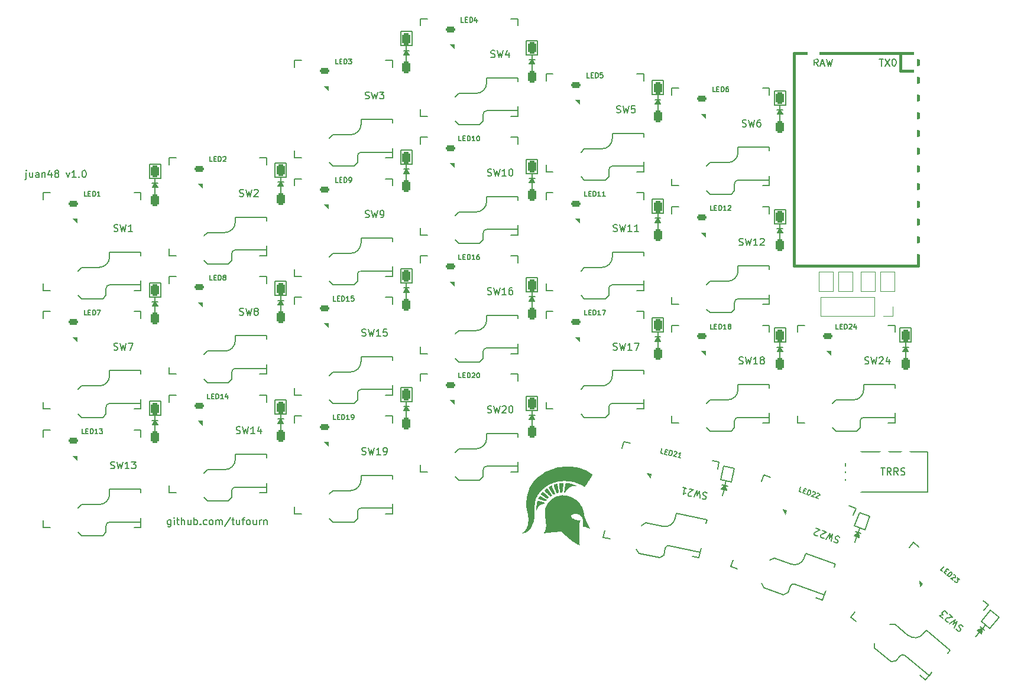
<source format=gto>
G04 #@! TF.GenerationSoftware,KiCad,Pcbnew,6.0.11-3.fc36*
G04 #@! TF.CreationDate,2023-02-22T18:11:36-05:00*
G04 #@! TF.ProjectId,kb40,6b623430-2e6b-4696-9361-645f70636258,rev?*
G04 #@! TF.SameCoordinates,Original*
G04 #@! TF.FileFunction,Legend,Top*
G04 #@! TF.FilePolarity,Positive*
%FSLAX46Y46*%
G04 Gerber Fmt 4.6, Leading zero omitted, Abs format (unit mm)*
G04 Created by KiCad (PCBNEW 6.0.11-3.fc36) date 2023-02-22 18:11:36*
%MOMM*%
%LPD*%
G01*
G04 APERTURE LIST*
G04 Aperture macros list*
%AMRoundRect*
0 Rectangle with rounded corners*
0 $1 Rounding radius*
0 $2 $3 $4 $5 $6 $7 $8 $9 X,Y pos of 4 corners*
0 Add a 4 corners polygon primitive as box body*
4,1,4,$2,$3,$4,$5,$6,$7,$8,$9,$2,$3,0*
0 Add four circle primitives for the rounded corners*
1,1,$1+$1,$2,$3*
1,1,$1+$1,$4,$5*
1,1,$1+$1,$6,$7*
1,1,$1+$1,$8,$9*
0 Add four rect primitives between the rounded corners*
20,1,$1+$1,$2,$3,$4,$5,0*
20,1,$1+$1,$4,$5,$6,$7,0*
20,1,$1+$1,$6,$7,$8,$9,0*
20,1,$1+$1,$8,$9,$2,$3,0*%
%AMRotRect*
0 Rectangle, with rotation*
0 The origin of the aperture is its center*
0 $1 length*
0 $2 width*
0 $3 Rotation angle, in degrees counterclockwise*
0 Add horizontal line*
21,1,$1,$2,0,0,$3*%
%AMFreePoly0*
4,1,6,1.000000,0.000000,0.500000,-0.750000,-0.500000,-0.750000,-0.500000,0.750000,0.500000,0.750000,1.000000,0.000000,1.000000,0.000000,$1*%
%AMFreePoly1*
4,1,6,0.500000,-0.750000,-0.650000,-0.750000,-0.150000,0.000000,-0.650000,0.750000,0.500000,0.750000,0.500000,-0.750000,0.500000,-0.750000,$1*%
%AMFreePoly2*
4,1,6,0.600000,0.200000,0.000000,-0.400000,-0.600000,0.200000,-0.600000,0.500000,0.600000,0.500000,0.600000,0.200000,0.600000,0.200000,$1*%
%AMFreePoly3*
4,1,6,0.600000,-0.250000,-0.600000,-0.250000,-0.600000,1.000000,0.000000,0.400000,0.600000,1.000000,0.600000,-0.250000,0.600000,-0.250000,$1*%
G04 Aperture macros list end*
%ADD10C,0.150000*%
%ADD11C,0.160000*%
%ADD12C,0.100000*%
%ADD13C,0.120000*%
%ADD14C,0.381000*%
%ADD15C,1.752600*%
%ADD16C,1.701800*%
%ADD17C,3.000000*%
%ADD18C,0.990600*%
%ADD19C,3.429000*%
%ADD20R,2.600000X2.600000*%
%ADD21RoundRect,0.300000X0.124041X0.614544X-0.583668X-0.228871X-0.124041X-0.614544X0.583668X0.228871X0*%
%ADD22RoundRect,0.300000X-0.300000X0.550500X-0.300000X-0.550500X0.300000X-0.550500X0.300000X0.550500X0*%
%ADD23R,1.400000X0.820000*%
%ADD24RoundRect,0.205000X0.495000X0.205000X-0.495000X0.205000X-0.495000X-0.205000X0.495000X-0.205000X0*%
%ADD25RotRect,2.600000X2.600000X340.000000*%
%ADD26FreePoly0,90.000000*%
%ADD27FreePoly1,90.000000*%
%ADD28RoundRect,0.300000X-0.178989X0.600844X-0.407900X-0.476097X0.178989X-0.600844X0.407900X0.476097X0*%
%ADD29R,1.700000X1.700000*%
%ADD30O,1.700000X1.700000*%
%ADD31RotRect,2.600000X2.600000X320.000000*%
%ADD32RoundRect,0.300000X-0.093626X0.619907X-0.470190X-0.414695X0.093626X-0.619907X0.470190X0.414695X0*%
%ADD33RotRect,2.600000X2.600000X348.000000*%
%ADD34RotRect,1.400000X0.820000X140.000000*%
%ADD35RoundRect,0.205000X0.510963X-0.161141X-0.247421X0.475219X-0.510963X0.161141X0.247421X-0.475219X0*%
%ADD36RotRect,1.400000X0.820000X168.000000*%
%ADD37RoundRect,0.205000X0.526805X0.097604X-0.441561X0.303437X-0.526805X-0.097604X0.441561X-0.303437X0*%
%ADD38FreePoly2,180.000000*%
%ADD39O,3.700000X1.700000*%
%ADD40FreePoly2,0.000000*%
%ADD41C,1.200000*%
%ADD42FreePoly3,180.000000*%
%ADD43O,2.200000X1.700000*%
%ADD44FreePoly3,0.000000*%
%ADD45RotRect,1.400000X0.820000X160.000000*%
%ADD46RoundRect,0.205000X0.535262X0.023337X-0.395034X0.361937X-0.535262X-0.023337X0.395034X-0.361937X0*%
G04 APERTURE END LIST*
D10*
X84773333Y-118403714D02*
X84773333Y-119213238D01*
X84725714Y-119308476D01*
X84678095Y-119356095D01*
X84582857Y-119403714D01*
X84440000Y-119403714D01*
X84344761Y-119356095D01*
X84773333Y-119022761D02*
X84678095Y-119070380D01*
X84487619Y-119070380D01*
X84392380Y-119022761D01*
X84344761Y-118975142D01*
X84297142Y-118879904D01*
X84297142Y-118594190D01*
X84344761Y-118498952D01*
X84392380Y-118451333D01*
X84487619Y-118403714D01*
X84678095Y-118403714D01*
X84773333Y-118451333D01*
X85249523Y-119070380D02*
X85249523Y-118403714D01*
X85249523Y-118070380D02*
X85201904Y-118118000D01*
X85249523Y-118165619D01*
X85297142Y-118118000D01*
X85249523Y-118070380D01*
X85249523Y-118165619D01*
X85582857Y-118403714D02*
X85963809Y-118403714D01*
X85725714Y-118070380D02*
X85725714Y-118927523D01*
X85773333Y-119022761D01*
X85868571Y-119070380D01*
X85963809Y-119070380D01*
X86297142Y-119070380D02*
X86297142Y-118070380D01*
X86725714Y-119070380D02*
X86725714Y-118546571D01*
X86678095Y-118451333D01*
X86582857Y-118403714D01*
X86440000Y-118403714D01*
X86344761Y-118451333D01*
X86297142Y-118498952D01*
X87630476Y-118403714D02*
X87630476Y-119070380D01*
X87201904Y-118403714D02*
X87201904Y-118927523D01*
X87249523Y-119022761D01*
X87344761Y-119070380D01*
X87487619Y-119070380D01*
X87582857Y-119022761D01*
X87630476Y-118975142D01*
X88106666Y-119070380D02*
X88106666Y-118070380D01*
X88106666Y-118451333D02*
X88201904Y-118403714D01*
X88392380Y-118403714D01*
X88487619Y-118451333D01*
X88535238Y-118498952D01*
X88582857Y-118594190D01*
X88582857Y-118879904D01*
X88535238Y-118975142D01*
X88487619Y-119022761D01*
X88392380Y-119070380D01*
X88201904Y-119070380D01*
X88106666Y-119022761D01*
X89011428Y-118975142D02*
X89059047Y-119022761D01*
X89011428Y-119070380D01*
X88963809Y-119022761D01*
X89011428Y-118975142D01*
X89011428Y-119070380D01*
X89916190Y-119022761D02*
X89820952Y-119070380D01*
X89630476Y-119070380D01*
X89535238Y-119022761D01*
X89487619Y-118975142D01*
X89440000Y-118879904D01*
X89440000Y-118594190D01*
X89487619Y-118498952D01*
X89535238Y-118451333D01*
X89630476Y-118403714D01*
X89820952Y-118403714D01*
X89916190Y-118451333D01*
X90487619Y-119070380D02*
X90392380Y-119022761D01*
X90344761Y-118975142D01*
X90297142Y-118879904D01*
X90297142Y-118594190D01*
X90344761Y-118498952D01*
X90392380Y-118451333D01*
X90487619Y-118403714D01*
X90630476Y-118403714D01*
X90725714Y-118451333D01*
X90773333Y-118498952D01*
X90820952Y-118594190D01*
X90820952Y-118879904D01*
X90773333Y-118975142D01*
X90725714Y-119022761D01*
X90630476Y-119070380D01*
X90487619Y-119070380D01*
X91249523Y-119070380D02*
X91249523Y-118403714D01*
X91249523Y-118498952D02*
X91297142Y-118451333D01*
X91392380Y-118403714D01*
X91535238Y-118403714D01*
X91630476Y-118451333D01*
X91678095Y-118546571D01*
X91678095Y-119070380D01*
X91678095Y-118546571D02*
X91725714Y-118451333D01*
X91820952Y-118403714D01*
X91963809Y-118403714D01*
X92059047Y-118451333D01*
X92106666Y-118546571D01*
X92106666Y-119070380D01*
X93297142Y-118022761D02*
X92440000Y-119308476D01*
X93487619Y-118403714D02*
X93868571Y-118403714D01*
X93630476Y-118070380D02*
X93630476Y-118927523D01*
X93678095Y-119022761D01*
X93773333Y-119070380D01*
X93868571Y-119070380D01*
X94630476Y-118403714D02*
X94630476Y-119070380D01*
X94201904Y-118403714D02*
X94201904Y-118927523D01*
X94249523Y-119022761D01*
X94344761Y-119070380D01*
X94487619Y-119070380D01*
X94582857Y-119022761D01*
X94630476Y-118975142D01*
X94963809Y-118403714D02*
X95344761Y-118403714D01*
X95106666Y-119070380D02*
X95106666Y-118213238D01*
X95154285Y-118118000D01*
X95249523Y-118070380D01*
X95344761Y-118070380D01*
X95820952Y-119070380D02*
X95725714Y-119022761D01*
X95678095Y-118975142D01*
X95630476Y-118879904D01*
X95630476Y-118594190D01*
X95678095Y-118498952D01*
X95725714Y-118451333D01*
X95820952Y-118403714D01*
X95963809Y-118403714D01*
X96059047Y-118451333D01*
X96106666Y-118498952D01*
X96154285Y-118594190D01*
X96154285Y-118879904D01*
X96106666Y-118975142D01*
X96059047Y-119022761D01*
X95963809Y-119070380D01*
X95820952Y-119070380D01*
X97011428Y-118403714D02*
X97011428Y-119070380D01*
X96582857Y-118403714D02*
X96582857Y-118927523D01*
X96630476Y-119022761D01*
X96725714Y-119070380D01*
X96868571Y-119070380D01*
X96963809Y-119022761D01*
X97011428Y-118975142D01*
X97487619Y-119070380D02*
X97487619Y-118403714D01*
X97487619Y-118594190D02*
X97535238Y-118498952D01*
X97582857Y-118451333D01*
X97678095Y-118403714D01*
X97773333Y-118403714D01*
X98106666Y-118403714D02*
X98106666Y-119070380D01*
X98106666Y-118498952D02*
X98154285Y-118451333D01*
X98249523Y-118403714D01*
X98392380Y-118403714D01*
X98487619Y-118451333D01*
X98535238Y-118546571D01*
X98535238Y-119070380D01*
X64064095Y-68619714D02*
X64064095Y-69476857D01*
X64016476Y-69572095D01*
X63921238Y-69619714D01*
X63873619Y-69619714D01*
X64064095Y-68286380D02*
X64016476Y-68334000D01*
X64064095Y-68381619D01*
X64111714Y-68334000D01*
X64064095Y-68286380D01*
X64064095Y-68381619D01*
X64968857Y-68619714D02*
X64968857Y-69286380D01*
X64540285Y-68619714D02*
X64540285Y-69143523D01*
X64587904Y-69238761D01*
X64683142Y-69286380D01*
X64826000Y-69286380D01*
X64921238Y-69238761D01*
X64968857Y-69191142D01*
X65873619Y-69286380D02*
X65873619Y-68762571D01*
X65826000Y-68667333D01*
X65730761Y-68619714D01*
X65540285Y-68619714D01*
X65445047Y-68667333D01*
X65873619Y-69238761D02*
X65778380Y-69286380D01*
X65540285Y-69286380D01*
X65445047Y-69238761D01*
X65397428Y-69143523D01*
X65397428Y-69048285D01*
X65445047Y-68953047D01*
X65540285Y-68905428D01*
X65778380Y-68905428D01*
X65873619Y-68857809D01*
X66349809Y-68619714D02*
X66349809Y-69286380D01*
X66349809Y-68714952D02*
X66397428Y-68667333D01*
X66492666Y-68619714D01*
X66635523Y-68619714D01*
X66730761Y-68667333D01*
X66778380Y-68762571D01*
X66778380Y-69286380D01*
X67683142Y-68619714D02*
X67683142Y-69286380D01*
X67445047Y-68238761D02*
X67206952Y-68953047D01*
X67826000Y-68953047D01*
X68349809Y-68714952D02*
X68254571Y-68667333D01*
X68206952Y-68619714D01*
X68159333Y-68524476D01*
X68159333Y-68476857D01*
X68206952Y-68381619D01*
X68254571Y-68334000D01*
X68349809Y-68286380D01*
X68540285Y-68286380D01*
X68635523Y-68334000D01*
X68683142Y-68381619D01*
X68730761Y-68476857D01*
X68730761Y-68524476D01*
X68683142Y-68619714D01*
X68635523Y-68667333D01*
X68540285Y-68714952D01*
X68349809Y-68714952D01*
X68254571Y-68762571D01*
X68206952Y-68810190D01*
X68159333Y-68905428D01*
X68159333Y-69095904D01*
X68206952Y-69191142D01*
X68254571Y-69238761D01*
X68349809Y-69286380D01*
X68540285Y-69286380D01*
X68635523Y-69238761D01*
X68683142Y-69191142D01*
X68730761Y-69095904D01*
X68730761Y-68905428D01*
X68683142Y-68810190D01*
X68635523Y-68762571D01*
X68540285Y-68714952D01*
X69826000Y-68619714D02*
X70064095Y-69286380D01*
X70302190Y-68619714D01*
X71206952Y-69286380D02*
X70635523Y-69286380D01*
X70921238Y-69286380D02*
X70921238Y-68286380D01*
X70826000Y-68429238D01*
X70730761Y-68524476D01*
X70635523Y-68572095D01*
X71635523Y-69191142D02*
X71683142Y-69238761D01*
X71635523Y-69286380D01*
X71587904Y-69238761D01*
X71635523Y-69191142D01*
X71635523Y-69286380D01*
X72302190Y-68286380D02*
X72397428Y-68286380D01*
X72492666Y-68334000D01*
X72540285Y-68381619D01*
X72587904Y-68476857D01*
X72635523Y-68667333D01*
X72635523Y-68905428D01*
X72587904Y-69095904D01*
X72540285Y-69191142D01*
X72492666Y-69238761D01*
X72397428Y-69286380D01*
X72302190Y-69286380D01*
X72206952Y-69238761D01*
X72159333Y-69191142D01*
X72111714Y-69095904D01*
X72064095Y-68905428D01*
X72064095Y-68667333D01*
X72111714Y-68476857D01*
X72159333Y-68381619D01*
X72206952Y-68334000D01*
X72302190Y-68286380D01*
X148611666Y-59999761D02*
X148754523Y-60047380D01*
X148992619Y-60047380D01*
X149087857Y-59999761D01*
X149135476Y-59952142D01*
X149183095Y-59856904D01*
X149183095Y-59761666D01*
X149135476Y-59666428D01*
X149087857Y-59618809D01*
X148992619Y-59571190D01*
X148802142Y-59523571D01*
X148706904Y-59475952D01*
X148659285Y-59428333D01*
X148611666Y-59333095D01*
X148611666Y-59237857D01*
X148659285Y-59142619D01*
X148706904Y-59095000D01*
X148802142Y-59047380D01*
X149040238Y-59047380D01*
X149183095Y-59095000D01*
X149516428Y-59047380D02*
X149754523Y-60047380D01*
X149945000Y-59333095D01*
X150135476Y-60047380D01*
X150373571Y-59047380D01*
X151230714Y-59047380D02*
X150754523Y-59047380D01*
X150706904Y-59523571D01*
X150754523Y-59475952D01*
X150849761Y-59428333D01*
X151087857Y-59428333D01*
X151183095Y-59475952D01*
X151230714Y-59523571D01*
X151278333Y-59618809D01*
X151278333Y-59856904D01*
X151230714Y-59952142D01*
X151183095Y-59999761D01*
X151087857Y-60047380D01*
X150849761Y-60047380D01*
X150754523Y-59999761D01*
X150706904Y-59952142D01*
X166135476Y-78999761D02*
X166278333Y-79047380D01*
X166516428Y-79047380D01*
X166611666Y-78999761D01*
X166659285Y-78952142D01*
X166706904Y-78856904D01*
X166706904Y-78761666D01*
X166659285Y-78666428D01*
X166611666Y-78618809D01*
X166516428Y-78571190D01*
X166325952Y-78523571D01*
X166230714Y-78475952D01*
X166183095Y-78428333D01*
X166135476Y-78333095D01*
X166135476Y-78237857D01*
X166183095Y-78142619D01*
X166230714Y-78095000D01*
X166325952Y-78047380D01*
X166564047Y-78047380D01*
X166706904Y-78095000D01*
X167040238Y-78047380D02*
X167278333Y-79047380D01*
X167468809Y-78333095D01*
X167659285Y-79047380D01*
X167897380Y-78047380D01*
X168802142Y-79047380D02*
X168230714Y-79047380D01*
X168516428Y-79047380D02*
X168516428Y-78047380D01*
X168421190Y-78190238D01*
X168325952Y-78285476D01*
X168230714Y-78333095D01*
X169183095Y-78142619D02*
X169230714Y-78095000D01*
X169325952Y-78047380D01*
X169564047Y-78047380D01*
X169659285Y-78095000D01*
X169706904Y-78142619D01*
X169754523Y-78237857D01*
X169754523Y-78333095D01*
X169706904Y-78475952D01*
X169135476Y-79047380D01*
X169754523Y-79047380D01*
X112611666Y-57999761D02*
X112754523Y-58047380D01*
X112992619Y-58047380D01*
X113087857Y-57999761D01*
X113135476Y-57952142D01*
X113183095Y-57856904D01*
X113183095Y-57761666D01*
X113135476Y-57666428D01*
X113087857Y-57618809D01*
X112992619Y-57571190D01*
X112802142Y-57523571D01*
X112706904Y-57475952D01*
X112659285Y-57428333D01*
X112611666Y-57333095D01*
X112611666Y-57237857D01*
X112659285Y-57142619D01*
X112706904Y-57095000D01*
X112802142Y-57047380D01*
X113040238Y-57047380D01*
X113183095Y-57095000D01*
X113516428Y-57047380D02*
X113754523Y-58047380D01*
X113945000Y-57333095D01*
X114135476Y-58047380D01*
X114373571Y-57047380D01*
X114659285Y-57047380D02*
X115278333Y-57047380D01*
X114945000Y-57428333D01*
X115087857Y-57428333D01*
X115183095Y-57475952D01*
X115230714Y-57523571D01*
X115278333Y-57618809D01*
X115278333Y-57856904D01*
X115230714Y-57952142D01*
X115183095Y-57999761D01*
X115087857Y-58047380D01*
X114802142Y-58047380D01*
X114706904Y-57999761D01*
X114659285Y-57952142D01*
X90716666Y-67016666D02*
X90383333Y-67016666D01*
X90383333Y-66316666D01*
X90950000Y-66650000D02*
X91183333Y-66650000D01*
X91283333Y-67016666D02*
X90950000Y-67016666D01*
X90950000Y-66316666D01*
X91283333Y-66316666D01*
X91583333Y-67016666D02*
X91583333Y-66316666D01*
X91750000Y-66316666D01*
X91850000Y-66350000D01*
X91916666Y-66416666D01*
X91950000Y-66483333D01*
X91983333Y-66616666D01*
X91983333Y-66716666D01*
X91950000Y-66850000D01*
X91916666Y-66916666D01*
X91850000Y-66983333D01*
X91750000Y-67016666D01*
X91583333Y-67016666D01*
X92250000Y-66383333D02*
X92283333Y-66350000D01*
X92350000Y-66316666D01*
X92516666Y-66316666D01*
X92583333Y-66350000D01*
X92616666Y-66383333D01*
X92650000Y-66450000D01*
X92650000Y-66516666D01*
X92616666Y-66616666D01*
X92216666Y-67016666D01*
X92650000Y-67016666D01*
X94135476Y-105999761D02*
X94278333Y-106047380D01*
X94516428Y-106047380D01*
X94611666Y-105999761D01*
X94659285Y-105952142D01*
X94706904Y-105856904D01*
X94706904Y-105761666D01*
X94659285Y-105666428D01*
X94611666Y-105618809D01*
X94516428Y-105571190D01*
X94325952Y-105523571D01*
X94230714Y-105475952D01*
X94183095Y-105428333D01*
X94135476Y-105333095D01*
X94135476Y-105237857D01*
X94183095Y-105142619D01*
X94230714Y-105095000D01*
X94325952Y-105047380D01*
X94564047Y-105047380D01*
X94706904Y-105095000D01*
X95040238Y-105047380D02*
X95278333Y-106047380D01*
X95468809Y-105333095D01*
X95659285Y-106047380D01*
X95897380Y-105047380D01*
X96802142Y-106047380D02*
X96230714Y-106047380D01*
X96516428Y-106047380D02*
X96516428Y-105047380D01*
X96421190Y-105190238D01*
X96325952Y-105285476D01*
X96230714Y-105333095D01*
X97659285Y-105380714D02*
X97659285Y-106047380D01*
X97421190Y-104999761D02*
X97183095Y-105714047D01*
X97802142Y-105714047D01*
X144716666Y-55016666D02*
X144383333Y-55016666D01*
X144383333Y-54316666D01*
X144950000Y-54650000D02*
X145183333Y-54650000D01*
X145283333Y-55016666D02*
X144950000Y-55016666D01*
X144950000Y-54316666D01*
X145283333Y-54316666D01*
X145583333Y-55016666D02*
X145583333Y-54316666D01*
X145750000Y-54316666D01*
X145850000Y-54350000D01*
X145916666Y-54416666D01*
X145950000Y-54483333D01*
X145983333Y-54616666D01*
X145983333Y-54716666D01*
X145950000Y-54850000D01*
X145916666Y-54916666D01*
X145850000Y-54983333D01*
X145750000Y-55016666D01*
X145583333Y-55016666D01*
X146616666Y-54316666D02*
X146283333Y-54316666D01*
X146250000Y-54650000D01*
X146283333Y-54616666D01*
X146350000Y-54583333D01*
X146516666Y-54583333D01*
X146583333Y-54616666D01*
X146616666Y-54650000D01*
X146650000Y-54716666D01*
X146650000Y-54883333D01*
X146616666Y-54950000D01*
X146583333Y-54983333D01*
X146516666Y-55016666D01*
X146350000Y-55016666D01*
X146283333Y-54983333D01*
X146250000Y-54950000D01*
X90716666Y-84016666D02*
X90383333Y-84016666D01*
X90383333Y-83316666D01*
X90950000Y-83650000D02*
X91183333Y-83650000D01*
X91283333Y-84016666D02*
X90950000Y-84016666D01*
X90950000Y-83316666D01*
X91283333Y-83316666D01*
X91583333Y-84016666D02*
X91583333Y-83316666D01*
X91750000Y-83316666D01*
X91850000Y-83350000D01*
X91916666Y-83416666D01*
X91950000Y-83483333D01*
X91983333Y-83616666D01*
X91983333Y-83716666D01*
X91950000Y-83850000D01*
X91916666Y-83916666D01*
X91850000Y-83983333D01*
X91750000Y-84016666D01*
X91583333Y-84016666D01*
X92383333Y-83616666D02*
X92316666Y-83583333D01*
X92283333Y-83550000D01*
X92250000Y-83483333D01*
X92250000Y-83450000D01*
X92283333Y-83383333D01*
X92316666Y-83350000D01*
X92383333Y-83316666D01*
X92516666Y-83316666D01*
X92583333Y-83350000D01*
X92616666Y-83383333D01*
X92650000Y-83450000D01*
X92650000Y-83483333D01*
X92616666Y-83550000D01*
X92583333Y-83583333D01*
X92516666Y-83616666D01*
X92383333Y-83616666D01*
X92316666Y-83650000D01*
X92283333Y-83683333D01*
X92250000Y-83750000D01*
X92250000Y-83883333D01*
X92283333Y-83950000D01*
X92316666Y-83983333D01*
X92383333Y-84016666D01*
X92516666Y-84016666D01*
X92583333Y-83983333D01*
X92616666Y-83950000D01*
X92650000Y-83883333D01*
X92650000Y-83750000D01*
X92616666Y-83683333D01*
X92583333Y-83650000D01*
X92516666Y-83616666D01*
X144383333Y-72016666D02*
X144050000Y-72016666D01*
X144050000Y-71316666D01*
X144616666Y-71650000D02*
X144850000Y-71650000D01*
X144950000Y-72016666D02*
X144616666Y-72016666D01*
X144616666Y-71316666D01*
X144950000Y-71316666D01*
X145250000Y-72016666D02*
X145250000Y-71316666D01*
X145416666Y-71316666D01*
X145516666Y-71350000D01*
X145583333Y-71416666D01*
X145616666Y-71483333D01*
X145650000Y-71616666D01*
X145650000Y-71716666D01*
X145616666Y-71850000D01*
X145583333Y-71916666D01*
X145516666Y-71983333D01*
X145416666Y-72016666D01*
X145250000Y-72016666D01*
X146316666Y-72016666D02*
X145916666Y-72016666D01*
X146116666Y-72016666D02*
X146116666Y-71316666D01*
X146050000Y-71416666D01*
X145983333Y-71483333D01*
X145916666Y-71516666D01*
X146983333Y-72016666D02*
X146583333Y-72016666D01*
X146783333Y-72016666D02*
X146783333Y-71316666D01*
X146716666Y-71416666D01*
X146650000Y-71483333D01*
X146583333Y-71516666D01*
X180559820Y-120885261D02*
X180441865Y-120791654D01*
X180218129Y-120710221D01*
X180112348Y-120722395D01*
X180051314Y-120750855D01*
X179973993Y-120824063D01*
X179941420Y-120913558D01*
X179953594Y-121019339D01*
X179982054Y-121080373D01*
X180055262Y-121157693D01*
X180217965Y-121267587D01*
X180291172Y-121344908D01*
X180319633Y-121405942D01*
X180331807Y-121511723D01*
X180299234Y-121601218D01*
X180221913Y-121674425D01*
X180160879Y-121702886D01*
X180055098Y-121715060D01*
X179831362Y-121633627D01*
X179713406Y-121540019D01*
X179383889Y-121470760D02*
X179502173Y-120449634D01*
X179078883Y-121055696D01*
X179144195Y-120319340D01*
X178578438Y-121177600D01*
X178297780Y-120974099D02*
X178236747Y-121002559D01*
X178130965Y-121014733D01*
X177907229Y-120933300D01*
X177834021Y-120855979D01*
X177805561Y-120794945D01*
X177793387Y-120689164D01*
X177825960Y-120599669D01*
X177919567Y-120481714D01*
X178651975Y-120140187D01*
X178070260Y-119928460D01*
X177402835Y-120648365D02*
X177341801Y-120676826D01*
X177236020Y-120689000D01*
X177012284Y-120607566D01*
X176939076Y-120530246D01*
X176910615Y-120469212D01*
X176898441Y-120363430D01*
X176931015Y-120273936D01*
X177024622Y-120155981D01*
X177757029Y-119814454D01*
X177175315Y-119602727D01*
X112135476Y-108999761D02*
X112278333Y-109047380D01*
X112516428Y-109047380D01*
X112611666Y-108999761D01*
X112659285Y-108952142D01*
X112706904Y-108856904D01*
X112706904Y-108761666D01*
X112659285Y-108666428D01*
X112611666Y-108618809D01*
X112516428Y-108571190D01*
X112325952Y-108523571D01*
X112230714Y-108475952D01*
X112183095Y-108428333D01*
X112135476Y-108333095D01*
X112135476Y-108237857D01*
X112183095Y-108142619D01*
X112230714Y-108095000D01*
X112325952Y-108047380D01*
X112564047Y-108047380D01*
X112706904Y-108095000D01*
X113040238Y-108047380D02*
X113278333Y-109047380D01*
X113468809Y-108333095D01*
X113659285Y-109047380D01*
X113897380Y-108047380D01*
X114802142Y-109047380D02*
X114230714Y-109047380D01*
X114516428Y-109047380D02*
X114516428Y-108047380D01*
X114421190Y-108190238D01*
X114325952Y-108285476D01*
X114230714Y-108333095D01*
X115278333Y-109047380D02*
X115468809Y-109047380D01*
X115564047Y-108999761D01*
X115611666Y-108952142D01*
X115706904Y-108809285D01*
X115754523Y-108618809D01*
X115754523Y-108237857D01*
X115706904Y-108142619D01*
X115659285Y-108095000D01*
X115564047Y-108047380D01*
X115373571Y-108047380D01*
X115278333Y-108095000D01*
X115230714Y-108142619D01*
X115183095Y-108237857D01*
X115183095Y-108475952D01*
X115230714Y-108571190D01*
X115278333Y-108618809D01*
X115373571Y-108666428D01*
X115564047Y-108666428D01*
X115659285Y-108618809D01*
X115706904Y-108571190D01*
X115754523Y-108475952D01*
X108716666Y-53016666D02*
X108383333Y-53016666D01*
X108383333Y-52316666D01*
X108950000Y-52650000D02*
X109183333Y-52650000D01*
X109283333Y-53016666D02*
X108950000Y-53016666D01*
X108950000Y-52316666D01*
X109283333Y-52316666D01*
X109583333Y-53016666D02*
X109583333Y-52316666D01*
X109750000Y-52316666D01*
X109850000Y-52350000D01*
X109916666Y-52416666D01*
X109950000Y-52483333D01*
X109983333Y-52616666D01*
X109983333Y-52716666D01*
X109950000Y-52850000D01*
X109916666Y-52916666D01*
X109850000Y-52983333D01*
X109750000Y-53016666D01*
X109583333Y-53016666D01*
X110216666Y-52316666D02*
X110650000Y-52316666D01*
X110416666Y-52583333D01*
X110516666Y-52583333D01*
X110583333Y-52616666D01*
X110616666Y-52650000D01*
X110650000Y-52716666D01*
X110650000Y-52883333D01*
X110616666Y-52950000D01*
X110583333Y-52983333D01*
X110516666Y-53016666D01*
X110316666Y-53016666D01*
X110250000Y-52983333D01*
X110216666Y-52950000D01*
X126383333Y-64066666D02*
X126050000Y-64066666D01*
X126050000Y-63366666D01*
X126616666Y-63700000D02*
X126850000Y-63700000D01*
X126950000Y-64066666D02*
X126616666Y-64066666D01*
X126616666Y-63366666D01*
X126950000Y-63366666D01*
X127250000Y-64066666D02*
X127250000Y-63366666D01*
X127416666Y-63366666D01*
X127516666Y-63400000D01*
X127583333Y-63466666D01*
X127616666Y-63533333D01*
X127650000Y-63666666D01*
X127650000Y-63766666D01*
X127616666Y-63900000D01*
X127583333Y-63966666D01*
X127516666Y-64033333D01*
X127416666Y-64066666D01*
X127250000Y-64066666D01*
X128316666Y-64066666D02*
X127916666Y-64066666D01*
X128116666Y-64066666D02*
X128116666Y-63366666D01*
X128050000Y-63466666D01*
X127983333Y-63533333D01*
X127916666Y-63566666D01*
X128750000Y-63366666D02*
X128816666Y-63366666D01*
X128883333Y-63400000D01*
X128916666Y-63433333D01*
X128950000Y-63500000D01*
X128983333Y-63633333D01*
X128983333Y-63800000D01*
X128950000Y-63933333D01*
X128916666Y-64000000D01*
X128883333Y-64033333D01*
X128816666Y-64066666D01*
X128750000Y-64066666D01*
X128683333Y-64033333D01*
X128650000Y-64000000D01*
X128616666Y-63933333D01*
X128583333Y-63800000D01*
X128583333Y-63633333D01*
X128616666Y-63500000D01*
X128650000Y-63433333D01*
X128683333Y-63400000D01*
X128750000Y-63366666D01*
X94611666Y-71999761D02*
X94754523Y-72047380D01*
X94992619Y-72047380D01*
X95087857Y-71999761D01*
X95135476Y-71952142D01*
X95183095Y-71856904D01*
X95183095Y-71761666D01*
X95135476Y-71666428D01*
X95087857Y-71618809D01*
X94992619Y-71571190D01*
X94802142Y-71523571D01*
X94706904Y-71475952D01*
X94659285Y-71428333D01*
X94611666Y-71333095D01*
X94611666Y-71237857D01*
X94659285Y-71142619D01*
X94706904Y-71095000D01*
X94802142Y-71047380D01*
X95040238Y-71047380D01*
X95183095Y-71095000D01*
X95516428Y-71047380D02*
X95754523Y-72047380D01*
X95945000Y-71333095D01*
X96135476Y-72047380D01*
X96373571Y-71047380D01*
X96706904Y-71142619D02*
X96754523Y-71095000D01*
X96849761Y-71047380D01*
X97087857Y-71047380D01*
X97183095Y-71095000D01*
X97230714Y-71142619D01*
X97278333Y-71237857D01*
X97278333Y-71333095D01*
X97230714Y-71475952D01*
X96659285Y-72047380D01*
X97278333Y-72047380D01*
X126716666Y-47066666D02*
X126383333Y-47066666D01*
X126383333Y-46366666D01*
X126950000Y-46700000D02*
X127183333Y-46700000D01*
X127283333Y-47066666D02*
X126950000Y-47066666D01*
X126950000Y-46366666D01*
X127283333Y-46366666D01*
X127583333Y-47066666D02*
X127583333Y-46366666D01*
X127750000Y-46366666D01*
X127850000Y-46400000D01*
X127916666Y-46466666D01*
X127950000Y-46533333D01*
X127983333Y-46666666D01*
X127983333Y-46766666D01*
X127950000Y-46900000D01*
X127916666Y-46966666D01*
X127850000Y-47033333D01*
X127750000Y-47066666D01*
X127583333Y-47066666D01*
X128583333Y-46600000D02*
X128583333Y-47066666D01*
X128416666Y-46333333D02*
X128250000Y-46833333D01*
X128683333Y-46833333D01*
X72383333Y-106016666D02*
X72050000Y-106016666D01*
X72050000Y-105316666D01*
X72616666Y-105650000D02*
X72850000Y-105650000D01*
X72950000Y-106016666D02*
X72616666Y-106016666D01*
X72616666Y-105316666D01*
X72950000Y-105316666D01*
X73250000Y-106016666D02*
X73250000Y-105316666D01*
X73416666Y-105316666D01*
X73516666Y-105350000D01*
X73583333Y-105416666D01*
X73616666Y-105483333D01*
X73650000Y-105616666D01*
X73650000Y-105716666D01*
X73616666Y-105850000D01*
X73583333Y-105916666D01*
X73516666Y-105983333D01*
X73416666Y-106016666D01*
X73250000Y-106016666D01*
X74316666Y-106016666D02*
X73916666Y-106016666D01*
X74116666Y-106016666D02*
X74116666Y-105316666D01*
X74050000Y-105416666D01*
X73983333Y-105483333D01*
X73916666Y-105516666D01*
X74550000Y-105316666D02*
X74983333Y-105316666D01*
X74750000Y-105583333D01*
X74850000Y-105583333D01*
X74916666Y-105616666D01*
X74950000Y-105650000D01*
X74983333Y-105716666D01*
X74983333Y-105883333D01*
X74950000Y-105950000D01*
X74916666Y-105983333D01*
X74850000Y-106016666D01*
X74650000Y-106016666D01*
X74583333Y-105983333D01*
X74550000Y-105950000D01*
X148135476Y-93999761D02*
X148278333Y-94047380D01*
X148516428Y-94047380D01*
X148611666Y-93999761D01*
X148659285Y-93952142D01*
X148706904Y-93856904D01*
X148706904Y-93761666D01*
X148659285Y-93666428D01*
X148611666Y-93618809D01*
X148516428Y-93571190D01*
X148325952Y-93523571D01*
X148230714Y-93475952D01*
X148183095Y-93428333D01*
X148135476Y-93333095D01*
X148135476Y-93237857D01*
X148183095Y-93142619D01*
X148230714Y-93095000D01*
X148325952Y-93047380D01*
X148564047Y-93047380D01*
X148706904Y-93095000D01*
X149040238Y-93047380D02*
X149278333Y-94047380D01*
X149468809Y-93333095D01*
X149659285Y-94047380D01*
X149897380Y-93047380D01*
X150802142Y-94047380D02*
X150230714Y-94047380D01*
X150516428Y-94047380D02*
X150516428Y-93047380D01*
X150421190Y-93190238D01*
X150325952Y-93285476D01*
X150230714Y-93333095D01*
X151135476Y-93047380D02*
X151802142Y-93047380D01*
X151373571Y-94047380D01*
X112611666Y-74999761D02*
X112754523Y-75047380D01*
X112992619Y-75047380D01*
X113087857Y-74999761D01*
X113135476Y-74952142D01*
X113183095Y-74856904D01*
X113183095Y-74761666D01*
X113135476Y-74666428D01*
X113087857Y-74618809D01*
X112992619Y-74571190D01*
X112802142Y-74523571D01*
X112706904Y-74475952D01*
X112659285Y-74428333D01*
X112611666Y-74333095D01*
X112611666Y-74237857D01*
X112659285Y-74142619D01*
X112706904Y-74095000D01*
X112802142Y-74047380D01*
X113040238Y-74047380D01*
X113183095Y-74095000D01*
X113516428Y-74047380D02*
X113754523Y-75047380D01*
X113945000Y-74333095D01*
X114135476Y-75047380D01*
X114373571Y-74047380D01*
X114802142Y-75047380D02*
X114992619Y-75047380D01*
X115087857Y-74999761D01*
X115135476Y-74952142D01*
X115230714Y-74809285D01*
X115278333Y-74618809D01*
X115278333Y-74237857D01*
X115230714Y-74142619D01*
X115183095Y-74095000D01*
X115087857Y-74047380D01*
X114897380Y-74047380D01*
X114802142Y-74095000D01*
X114754523Y-74142619D01*
X114706904Y-74237857D01*
X114706904Y-74475952D01*
X114754523Y-74571190D01*
X114802142Y-74618809D01*
X114897380Y-74666428D01*
X115087857Y-74666428D01*
X115183095Y-74618809D01*
X115230714Y-74571190D01*
X115278333Y-74475952D01*
X130135476Y-102999761D02*
X130278333Y-103047380D01*
X130516428Y-103047380D01*
X130611666Y-102999761D01*
X130659285Y-102952142D01*
X130706904Y-102856904D01*
X130706904Y-102761666D01*
X130659285Y-102666428D01*
X130611666Y-102618809D01*
X130516428Y-102571190D01*
X130325952Y-102523571D01*
X130230714Y-102475952D01*
X130183095Y-102428333D01*
X130135476Y-102333095D01*
X130135476Y-102237857D01*
X130183095Y-102142619D01*
X130230714Y-102095000D01*
X130325952Y-102047380D01*
X130564047Y-102047380D01*
X130706904Y-102095000D01*
X131040238Y-102047380D02*
X131278333Y-103047380D01*
X131468809Y-102333095D01*
X131659285Y-103047380D01*
X131897380Y-102047380D01*
X132230714Y-102142619D02*
X132278333Y-102095000D01*
X132373571Y-102047380D01*
X132611666Y-102047380D01*
X132706904Y-102095000D01*
X132754523Y-102142619D01*
X132802142Y-102237857D01*
X132802142Y-102333095D01*
X132754523Y-102475952D01*
X132183095Y-103047380D01*
X132802142Y-103047380D01*
X133421190Y-102047380D02*
X133516428Y-102047380D01*
X133611666Y-102095000D01*
X133659285Y-102142619D01*
X133706904Y-102237857D01*
X133754523Y-102428333D01*
X133754523Y-102666428D01*
X133706904Y-102856904D01*
X133659285Y-102952142D01*
X133611666Y-102999761D01*
X133516428Y-103047380D01*
X133421190Y-103047380D01*
X133325952Y-102999761D01*
X133278333Y-102952142D01*
X133230714Y-102856904D01*
X133183095Y-102666428D01*
X133183095Y-102428333D01*
X133230714Y-102237857D01*
X133278333Y-102142619D01*
X133325952Y-102095000D01*
X133421190Y-102047380D01*
X108383333Y-87016666D02*
X108050000Y-87016666D01*
X108050000Y-86316666D01*
X108616666Y-86650000D02*
X108850000Y-86650000D01*
X108950000Y-87016666D02*
X108616666Y-87016666D01*
X108616666Y-86316666D01*
X108950000Y-86316666D01*
X109250000Y-87016666D02*
X109250000Y-86316666D01*
X109416666Y-86316666D01*
X109516666Y-86350000D01*
X109583333Y-86416666D01*
X109616666Y-86483333D01*
X109650000Y-86616666D01*
X109650000Y-86716666D01*
X109616666Y-86850000D01*
X109583333Y-86916666D01*
X109516666Y-86983333D01*
X109416666Y-87016666D01*
X109250000Y-87016666D01*
X110316666Y-87016666D02*
X109916666Y-87016666D01*
X110116666Y-87016666D02*
X110116666Y-86316666D01*
X110050000Y-86416666D01*
X109983333Y-86483333D01*
X109916666Y-86516666D01*
X110950000Y-86316666D02*
X110616666Y-86316666D01*
X110583333Y-86650000D01*
X110616666Y-86616666D01*
X110683333Y-86583333D01*
X110850000Y-86583333D01*
X110916666Y-86616666D01*
X110950000Y-86650000D01*
X110983333Y-86716666D01*
X110983333Y-86883333D01*
X110950000Y-86950000D01*
X110916666Y-86983333D01*
X110850000Y-87016666D01*
X110683333Y-87016666D01*
X110616666Y-86983333D01*
X110583333Y-86950000D01*
X130135476Y-86049761D02*
X130278333Y-86097380D01*
X130516428Y-86097380D01*
X130611666Y-86049761D01*
X130659285Y-86002142D01*
X130706904Y-85906904D01*
X130706904Y-85811666D01*
X130659285Y-85716428D01*
X130611666Y-85668809D01*
X130516428Y-85621190D01*
X130325952Y-85573571D01*
X130230714Y-85525952D01*
X130183095Y-85478333D01*
X130135476Y-85383095D01*
X130135476Y-85287857D01*
X130183095Y-85192619D01*
X130230714Y-85145000D01*
X130325952Y-85097380D01*
X130564047Y-85097380D01*
X130706904Y-85145000D01*
X131040238Y-85097380D02*
X131278333Y-86097380D01*
X131468809Y-85383095D01*
X131659285Y-86097380D01*
X131897380Y-85097380D01*
X132802142Y-86097380D02*
X132230714Y-86097380D01*
X132516428Y-86097380D02*
X132516428Y-85097380D01*
X132421190Y-85240238D01*
X132325952Y-85335476D01*
X132230714Y-85383095D01*
X133659285Y-85097380D02*
X133468809Y-85097380D01*
X133373571Y-85145000D01*
X133325952Y-85192619D01*
X133230714Y-85335476D01*
X133183095Y-85525952D01*
X133183095Y-85906904D01*
X133230714Y-86002142D01*
X133278333Y-86049761D01*
X133373571Y-86097380D01*
X133564047Y-86097380D01*
X133659285Y-86049761D01*
X133706904Y-86002142D01*
X133754523Y-85906904D01*
X133754523Y-85668809D01*
X133706904Y-85573571D01*
X133659285Y-85525952D01*
X133564047Y-85478333D01*
X133373571Y-85478333D01*
X133278333Y-85525952D01*
X133230714Y-85573571D01*
X133183095Y-85668809D01*
X144383333Y-89016666D02*
X144050000Y-89016666D01*
X144050000Y-88316666D01*
X144616666Y-88650000D02*
X144850000Y-88650000D01*
X144950000Y-89016666D02*
X144616666Y-89016666D01*
X144616666Y-88316666D01*
X144950000Y-88316666D01*
X145250000Y-89016666D02*
X145250000Y-88316666D01*
X145416666Y-88316666D01*
X145516666Y-88350000D01*
X145583333Y-88416666D01*
X145616666Y-88483333D01*
X145650000Y-88616666D01*
X145650000Y-88716666D01*
X145616666Y-88850000D01*
X145583333Y-88916666D01*
X145516666Y-88983333D01*
X145416666Y-89016666D01*
X145250000Y-89016666D01*
X146316666Y-89016666D02*
X145916666Y-89016666D01*
X146116666Y-89016666D02*
X146116666Y-88316666D01*
X146050000Y-88416666D01*
X145983333Y-88483333D01*
X145916666Y-88516666D01*
X146550000Y-88316666D02*
X147016666Y-88316666D01*
X146716666Y-89016666D01*
X180383333Y-91016666D02*
X180050000Y-91016666D01*
X180050000Y-90316666D01*
X180616666Y-90650000D02*
X180850000Y-90650000D01*
X180950000Y-91016666D02*
X180616666Y-91016666D01*
X180616666Y-90316666D01*
X180950000Y-90316666D01*
X181250000Y-91016666D02*
X181250000Y-90316666D01*
X181416666Y-90316666D01*
X181516666Y-90350000D01*
X181583333Y-90416666D01*
X181616666Y-90483333D01*
X181650000Y-90616666D01*
X181650000Y-90716666D01*
X181616666Y-90850000D01*
X181583333Y-90916666D01*
X181516666Y-90983333D01*
X181416666Y-91016666D01*
X181250000Y-91016666D01*
X181916666Y-90383333D02*
X181950000Y-90350000D01*
X182016666Y-90316666D01*
X182183333Y-90316666D01*
X182250000Y-90350000D01*
X182283333Y-90383333D01*
X182316666Y-90450000D01*
X182316666Y-90516666D01*
X182283333Y-90616666D01*
X181883333Y-91016666D01*
X182316666Y-91016666D01*
X182916666Y-90550000D02*
X182916666Y-91016666D01*
X182750000Y-90283333D02*
X182583333Y-90783333D01*
X183016666Y-90783333D01*
X198264794Y-133718411D02*
X198185968Y-133590106D01*
X198003577Y-133437062D01*
X197900011Y-133412322D01*
X197832924Y-133418191D01*
X197735228Y-133460539D01*
X197674010Y-133533496D01*
X197649270Y-133637061D01*
X197655140Y-133704148D01*
X197697487Y-133801845D01*
X197812792Y-133960759D01*
X197855139Y-134058455D01*
X197861009Y-134125542D01*
X197836269Y-134229108D01*
X197775051Y-134302064D01*
X197677355Y-134344412D01*
X197610268Y-134350281D01*
X197506702Y-134325542D01*
X197324311Y-134172497D01*
X197245485Y-134044192D01*
X196959528Y-133866408D02*
X197419924Y-132947319D01*
X196814876Y-133372058D01*
X197128097Y-132702447D01*
X196302918Y-133315447D01*
X196108788Y-133028228D02*
X196041701Y-133034097D01*
X195938135Y-133009358D01*
X195755743Y-132856313D01*
X195713396Y-132758617D01*
X195707526Y-132691530D01*
X195732266Y-132587964D01*
X195793484Y-132515007D01*
X195921789Y-132436181D01*
X196726836Y-132365749D01*
X196252618Y-131967833D01*
X195354482Y-132519615D02*
X194880264Y-132121699D01*
X195380484Y-132044135D01*
X195271049Y-131952308D01*
X195228701Y-131854612D01*
X195222832Y-131787524D01*
X195247571Y-131683959D01*
X195400616Y-131501567D01*
X195498312Y-131459220D01*
X195565399Y-131453350D01*
X195668965Y-131478090D01*
X195887835Y-131661743D01*
X195930182Y-131759440D01*
X195936052Y-131826527D01*
X76135476Y-110999761D02*
X76278333Y-111047380D01*
X76516428Y-111047380D01*
X76611666Y-110999761D01*
X76659285Y-110952142D01*
X76706904Y-110856904D01*
X76706904Y-110761666D01*
X76659285Y-110666428D01*
X76611666Y-110618809D01*
X76516428Y-110571190D01*
X76325952Y-110523571D01*
X76230714Y-110475952D01*
X76183095Y-110428333D01*
X76135476Y-110333095D01*
X76135476Y-110237857D01*
X76183095Y-110142619D01*
X76230714Y-110095000D01*
X76325952Y-110047380D01*
X76564047Y-110047380D01*
X76706904Y-110095000D01*
X77040238Y-110047380D02*
X77278333Y-111047380D01*
X77468809Y-110333095D01*
X77659285Y-111047380D01*
X77897380Y-110047380D01*
X78802142Y-111047380D02*
X78230714Y-111047380D01*
X78516428Y-111047380D02*
X78516428Y-110047380D01*
X78421190Y-110190238D01*
X78325952Y-110285476D01*
X78230714Y-110333095D01*
X79135476Y-110047380D02*
X79754523Y-110047380D01*
X79421190Y-110428333D01*
X79564047Y-110428333D01*
X79659285Y-110475952D01*
X79706904Y-110523571D01*
X79754523Y-110618809D01*
X79754523Y-110856904D01*
X79706904Y-110952142D01*
X79659285Y-110999761D01*
X79564047Y-111047380D01*
X79278333Y-111047380D01*
X79183095Y-110999761D01*
X79135476Y-110952142D01*
X162383333Y-91016666D02*
X162050000Y-91016666D01*
X162050000Y-90316666D01*
X162616666Y-90650000D02*
X162850000Y-90650000D01*
X162950000Y-91016666D02*
X162616666Y-91016666D01*
X162616666Y-90316666D01*
X162950000Y-90316666D01*
X163250000Y-91016666D02*
X163250000Y-90316666D01*
X163416666Y-90316666D01*
X163516666Y-90350000D01*
X163583333Y-90416666D01*
X163616666Y-90483333D01*
X163650000Y-90616666D01*
X163650000Y-90716666D01*
X163616666Y-90850000D01*
X163583333Y-90916666D01*
X163516666Y-90983333D01*
X163416666Y-91016666D01*
X163250000Y-91016666D01*
X164316666Y-91016666D02*
X163916666Y-91016666D01*
X164116666Y-91016666D02*
X164116666Y-90316666D01*
X164050000Y-90416666D01*
X163983333Y-90483333D01*
X163916666Y-90516666D01*
X164716666Y-90616666D02*
X164650000Y-90583333D01*
X164616666Y-90550000D01*
X164583333Y-90483333D01*
X164583333Y-90450000D01*
X164616666Y-90383333D01*
X164650000Y-90350000D01*
X164716666Y-90316666D01*
X164850000Y-90316666D01*
X164916666Y-90350000D01*
X164950000Y-90383333D01*
X164983333Y-90450000D01*
X164983333Y-90483333D01*
X164950000Y-90550000D01*
X164916666Y-90583333D01*
X164850000Y-90616666D01*
X164716666Y-90616666D01*
X164650000Y-90650000D01*
X164616666Y-90683333D01*
X164583333Y-90750000D01*
X164583333Y-90883333D01*
X164616666Y-90950000D01*
X164650000Y-90983333D01*
X164716666Y-91016666D01*
X164850000Y-91016666D01*
X164916666Y-90983333D01*
X164950000Y-90950000D01*
X164983333Y-90883333D01*
X164983333Y-90750000D01*
X164950000Y-90683333D01*
X164916666Y-90650000D01*
X164850000Y-90616666D01*
X108383333Y-104016666D02*
X108050000Y-104016666D01*
X108050000Y-103316666D01*
X108616666Y-103650000D02*
X108850000Y-103650000D01*
X108950000Y-104016666D02*
X108616666Y-104016666D01*
X108616666Y-103316666D01*
X108950000Y-103316666D01*
X109250000Y-104016666D02*
X109250000Y-103316666D01*
X109416666Y-103316666D01*
X109516666Y-103350000D01*
X109583333Y-103416666D01*
X109616666Y-103483333D01*
X109650000Y-103616666D01*
X109650000Y-103716666D01*
X109616666Y-103850000D01*
X109583333Y-103916666D01*
X109516666Y-103983333D01*
X109416666Y-104016666D01*
X109250000Y-104016666D01*
X110316666Y-104016666D02*
X109916666Y-104016666D01*
X110116666Y-104016666D02*
X110116666Y-103316666D01*
X110050000Y-103416666D01*
X109983333Y-103483333D01*
X109916666Y-103516666D01*
X110650000Y-104016666D02*
X110783333Y-104016666D01*
X110850000Y-103983333D01*
X110883333Y-103950000D01*
X110950000Y-103850000D01*
X110983333Y-103716666D01*
X110983333Y-103450000D01*
X110950000Y-103383333D01*
X110916666Y-103350000D01*
X110850000Y-103316666D01*
X110716666Y-103316666D01*
X110650000Y-103350000D01*
X110616666Y-103383333D01*
X110583333Y-103450000D01*
X110583333Y-103616666D01*
X110616666Y-103683333D01*
X110650000Y-103716666D01*
X110716666Y-103750000D01*
X110850000Y-103750000D01*
X110916666Y-103716666D01*
X110950000Y-103683333D01*
X110983333Y-103616666D01*
X130135476Y-69049761D02*
X130278333Y-69097380D01*
X130516428Y-69097380D01*
X130611666Y-69049761D01*
X130659285Y-69002142D01*
X130706904Y-68906904D01*
X130706904Y-68811666D01*
X130659285Y-68716428D01*
X130611666Y-68668809D01*
X130516428Y-68621190D01*
X130325952Y-68573571D01*
X130230714Y-68525952D01*
X130183095Y-68478333D01*
X130135476Y-68383095D01*
X130135476Y-68287857D01*
X130183095Y-68192619D01*
X130230714Y-68145000D01*
X130325952Y-68097380D01*
X130564047Y-68097380D01*
X130706904Y-68145000D01*
X131040238Y-68097380D02*
X131278333Y-69097380D01*
X131468809Y-68383095D01*
X131659285Y-69097380D01*
X131897380Y-68097380D01*
X132802142Y-69097380D02*
X132230714Y-69097380D01*
X132516428Y-69097380D02*
X132516428Y-68097380D01*
X132421190Y-68240238D01*
X132325952Y-68335476D01*
X132230714Y-68383095D01*
X133421190Y-68097380D02*
X133516428Y-68097380D01*
X133611666Y-68145000D01*
X133659285Y-68192619D01*
X133706904Y-68287857D01*
X133754523Y-68478333D01*
X133754523Y-68716428D01*
X133706904Y-68906904D01*
X133659285Y-69002142D01*
X133611666Y-69049761D01*
X133516428Y-69097380D01*
X133421190Y-69097380D01*
X133325952Y-69049761D01*
X133278333Y-69002142D01*
X133230714Y-68906904D01*
X133183095Y-68716428D01*
X133183095Y-68478333D01*
X133230714Y-68287857D01*
X133278333Y-68192619D01*
X133325952Y-68145000D01*
X133421190Y-68097380D01*
X76611666Y-76999761D02*
X76754523Y-77047380D01*
X76992619Y-77047380D01*
X77087857Y-76999761D01*
X77135476Y-76952142D01*
X77183095Y-76856904D01*
X77183095Y-76761666D01*
X77135476Y-76666428D01*
X77087857Y-76618809D01*
X76992619Y-76571190D01*
X76802142Y-76523571D01*
X76706904Y-76475952D01*
X76659285Y-76428333D01*
X76611666Y-76333095D01*
X76611666Y-76237857D01*
X76659285Y-76142619D01*
X76706904Y-76095000D01*
X76802142Y-76047380D01*
X77040238Y-76047380D01*
X77183095Y-76095000D01*
X77516428Y-76047380D02*
X77754523Y-77047380D01*
X77945000Y-76333095D01*
X78135476Y-77047380D01*
X78373571Y-76047380D01*
X79278333Y-77047380D02*
X78706904Y-77047380D01*
X78992619Y-77047380D02*
X78992619Y-76047380D01*
X78897380Y-76190238D01*
X78802142Y-76285476D01*
X78706904Y-76333095D01*
X148135476Y-76999761D02*
X148278333Y-77047380D01*
X148516428Y-77047380D01*
X148611666Y-76999761D01*
X148659285Y-76952142D01*
X148706904Y-76856904D01*
X148706904Y-76761666D01*
X148659285Y-76666428D01*
X148611666Y-76618809D01*
X148516428Y-76571190D01*
X148325952Y-76523571D01*
X148230714Y-76475952D01*
X148183095Y-76428333D01*
X148135476Y-76333095D01*
X148135476Y-76237857D01*
X148183095Y-76142619D01*
X148230714Y-76095000D01*
X148325952Y-76047380D01*
X148564047Y-76047380D01*
X148706904Y-76095000D01*
X149040238Y-76047380D02*
X149278333Y-77047380D01*
X149468809Y-76333095D01*
X149659285Y-77047380D01*
X149897380Y-76047380D01*
X150802142Y-77047380D02*
X150230714Y-77047380D01*
X150516428Y-77047380D02*
X150516428Y-76047380D01*
X150421190Y-76190238D01*
X150325952Y-76285476D01*
X150230714Y-76333095D01*
X151754523Y-77047380D02*
X151183095Y-77047380D01*
X151468809Y-77047380D02*
X151468809Y-76047380D01*
X151373571Y-76190238D01*
X151278333Y-76285476D01*
X151183095Y-76333095D01*
X161598074Y-114541100D02*
X161468239Y-114464820D01*
X161235347Y-114415317D01*
X161132289Y-114442094D01*
X161075810Y-114478772D01*
X161009430Y-114562028D01*
X160989629Y-114655185D01*
X161016407Y-114758243D01*
X161053085Y-114814722D01*
X161136341Y-114881101D01*
X161312754Y-114967282D01*
X161396011Y-115033662D01*
X161432688Y-115090141D01*
X161459466Y-115193198D01*
X161439665Y-115286355D01*
X161373285Y-115369611D01*
X161316806Y-115406289D01*
X161213749Y-115433067D01*
X160980856Y-115383564D01*
X160851022Y-115307284D01*
X160515072Y-115284558D02*
X160490091Y-114256908D01*
X160155269Y-114915983D01*
X160117464Y-114177703D01*
X159676660Y-115106348D01*
X159370411Y-114943888D02*
X159313932Y-114980565D01*
X159210875Y-115007343D01*
X158977983Y-114957840D01*
X158894726Y-114891460D01*
X158858048Y-114834981D01*
X158831271Y-114731924D01*
X158851072Y-114638767D01*
X158927352Y-114508932D01*
X159605101Y-114068797D01*
X158999581Y-113940090D01*
X158068011Y-113742079D02*
X158626953Y-113860886D01*
X158347482Y-113801482D02*
X158139570Y-114779630D01*
X158262429Y-114659696D01*
X158375387Y-114586340D01*
X158478445Y-114559563D01*
X108716666Y-70016666D02*
X108383333Y-70016666D01*
X108383333Y-69316666D01*
X108950000Y-69650000D02*
X109183333Y-69650000D01*
X109283333Y-70016666D02*
X108950000Y-70016666D01*
X108950000Y-69316666D01*
X109283333Y-69316666D01*
X109583333Y-70016666D02*
X109583333Y-69316666D01*
X109750000Y-69316666D01*
X109850000Y-69350000D01*
X109916666Y-69416666D01*
X109950000Y-69483333D01*
X109983333Y-69616666D01*
X109983333Y-69716666D01*
X109950000Y-69850000D01*
X109916666Y-69916666D01*
X109850000Y-69983333D01*
X109750000Y-70016666D01*
X109583333Y-70016666D01*
X110316666Y-70016666D02*
X110450000Y-70016666D01*
X110516666Y-69983333D01*
X110550000Y-69950000D01*
X110616666Y-69850000D01*
X110650000Y-69716666D01*
X110650000Y-69450000D01*
X110616666Y-69383333D01*
X110583333Y-69350000D01*
X110516666Y-69316666D01*
X110383333Y-69316666D01*
X110316666Y-69350000D01*
X110283333Y-69383333D01*
X110250000Y-69450000D01*
X110250000Y-69616666D01*
X110283333Y-69683333D01*
X110316666Y-69716666D01*
X110383333Y-69750000D01*
X110516666Y-69750000D01*
X110583333Y-69716666D01*
X110616666Y-69683333D01*
X110650000Y-69616666D01*
X126383333Y-98016666D02*
X126050000Y-98016666D01*
X126050000Y-97316666D01*
X126616666Y-97650000D02*
X126850000Y-97650000D01*
X126950000Y-98016666D02*
X126616666Y-98016666D01*
X126616666Y-97316666D01*
X126950000Y-97316666D01*
X127250000Y-98016666D02*
X127250000Y-97316666D01*
X127416666Y-97316666D01*
X127516666Y-97350000D01*
X127583333Y-97416666D01*
X127616666Y-97483333D01*
X127650000Y-97616666D01*
X127650000Y-97716666D01*
X127616666Y-97850000D01*
X127583333Y-97916666D01*
X127516666Y-97983333D01*
X127416666Y-98016666D01*
X127250000Y-98016666D01*
X127916666Y-97383333D02*
X127950000Y-97350000D01*
X128016666Y-97316666D01*
X128183333Y-97316666D01*
X128250000Y-97350000D01*
X128283333Y-97383333D01*
X128316666Y-97450000D01*
X128316666Y-97516666D01*
X128283333Y-97616666D01*
X127883333Y-98016666D01*
X128316666Y-98016666D01*
X128750000Y-97316666D02*
X128816666Y-97316666D01*
X128883333Y-97350000D01*
X128916666Y-97383333D01*
X128950000Y-97450000D01*
X128983333Y-97583333D01*
X128983333Y-97750000D01*
X128950000Y-97883333D01*
X128916666Y-97950000D01*
X128883333Y-97983333D01*
X128816666Y-98016666D01*
X128750000Y-98016666D01*
X128683333Y-97983333D01*
X128650000Y-97950000D01*
X128616666Y-97883333D01*
X128583333Y-97750000D01*
X128583333Y-97583333D01*
X128616666Y-97450000D01*
X128650000Y-97383333D01*
X128683333Y-97350000D01*
X128750000Y-97316666D01*
X166611666Y-61999761D02*
X166754523Y-62047380D01*
X166992619Y-62047380D01*
X167087857Y-61999761D01*
X167135476Y-61952142D01*
X167183095Y-61856904D01*
X167183095Y-61761666D01*
X167135476Y-61666428D01*
X167087857Y-61618809D01*
X166992619Y-61571190D01*
X166802142Y-61523571D01*
X166706904Y-61475952D01*
X166659285Y-61428333D01*
X166611666Y-61333095D01*
X166611666Y-61237857D01*
X166659285Y-61142619D01*
X166706904Y-61095000D01*
X166802142Y-61047380D01*
X167040238Y-61047380D01*
X167183095Y-61095000D01*
X167516428Y-61047380D02*
X167754523Y-62047380D01*
X167945000Y-61333095D01*
X168135476Y-62047380D01*
X168373571Y-61047380D01*
X169183095Y-61047380D02*
X168992619Y-61047380D01*
X168897380Y-61095000D01*
X168849761Y-61142619D01*
X168754523Y-61285476D01*
X168706904Y-61475952D01*
X168706904Y-61856904D01*
X168754523Y-61952142D01*
X168802142Y-61999761D01*
X168897380Y-62047380D01*
X169087857Y-62047380D01*
X169183095Y-61999761D01*
X169230714Y-61952142D01*
X169278333Y-61856904D01*
X169278333Y-61618809D01*
X169230714Y-61523571D01*
X169183095Y-61475952D01*
X169087857Y-61428333D01*
X168897380Y-61428333D01*
X168802142Y-61475952D01*
X168754523Y-61523571D01*
X168706904Y-61618809D01*
X112135476Y-91999761D02*
X112278333Y-92047380D01*
X112516428Y-92047380D01*
X112611666Y-91999761D01*
X112659285Y-91952142D01*
X112706904Y-91856904D01*
X112706904Y-91761666D01*
X112659285Y-91666428D01*
X112611666Y-91618809D01*
X112516428Y-91571190D01*
X112325952Y-91523571D01*
X112230714Y-91475952D01*
X112183095Y-91428333D01*
X112135476Y-91333095D01*
X112135476Y-91237857D01*
X112183095Y-91142619D01*
X112230714Y-91095000D01*
X112325952Y-91047380D01*
X112564047Y-91047380D01*
X112706904Y-91095000D01*
X113040238Y-91047380D02*
X113278333Y-92047380D01*
X113468809Y-91333095D01*
X113659285Y-92047380D01*
X113897380Y-91047380D01*
X114802142Y-92047380D02*
X114230714Y-92047380D01*
X114516428Y-92047380D02*
X114516428Y-91047380D01*
X114421190Y-91190238D01*
X114325952Y-91285476D01*
X114230714Y-91333095D01*
X115706904Y-91047380D02*
X115230714Y-91047380D01*
X115183095Y-91523571D01*
X115230714Y-91475952D01*
X115325952Y-91428333D01*
X115564047Y-91428333D01*
X115659285Y-91475952D01*
X115706904Y-91523571D01*
X115754523Y-91618809D01*
X115754523Y-91856904D01*
X115706904Y-91952142D01*
X115659285Y-91999761D01*
X115564047Y-92047380D01*
X115325952Y-92047380D01*
X115230714Y-91999761D01*
X115183095Y-91952142D01*
X195300856Y-125783161D02*
X195045508Y-125568898D01*
X195495459Y-125032667D01*
X195715288Y-125652262D02*
X195894032Y-125802245D01*
X195734948Y-126147407D02*
X195479599Y-125933145D01*
X195929551Y-125396913D01*
X196184899Y-125611176D01*
X195964761Y-126340243D02*
X196414712Y-125804012D01*
X196542386Y-125911143D01*
X196597565Y-126000957D01*
X196605782Y-126094879D01*
X196588464Y-126167375D01*
X196528294Y-126290941D01*
X196464015Y-126367545D01*
X196352775Y-126448258D01*
X196284388Y-126477901D01*
X196190466Y-126486119D01*
X196092435Y-126447375D01*
X195964761Y-126340243D01*
X196882556Y-126283607D02*
X196929517Y-126279498D01*
X197002013Y-126296816D01*
X197129687Y-126403947D01*
X197159330Y-126472335D01*
X197163439Y-126519296D01*
X197146121Y-126591792D01*
X197103269Y-126642861D01*
X197013455Y-126698039D01*
X196449922Y-126747342D01*
X196781875Y-127025883D01*
X197410570Y-126639636D02*
X197742523Y-126918177D01*
X197392369Y-126972472D01*
X197468973Y-127036751D01*
X197498617Y-127105138D01*
X197502725Y-127152099D01*
X197485408Y-127224595D01*
X197378276Y-127352269D01*
X197309889Y-127381913D01*
X197262928Y-127386021D01*
X197190432Y-127368704D01*
X197037223Y-127240146D01*
X197007580Y-127171759D01*
X197003471Y-127124798D01*
X72716666Y-89016666D02*
X72383333Y-89016666D01*
X72383333Y-88316666D01*
X72950000Y-88650000D02*
X73183333Y-88650000D01*
X73283333Y-89016666D02*
X72950000Y-89016666D01*
X72950000Y-88316666D01*
X73283333Y-88316666D01*
X73583333Y-89016666D02*
X73583333Y-88316666D01*
X73750000Y-88316666D01*
X73850000Y-88350000D01*
X73916666Y-88416666D01*
X73950000Y-88483333D01*
X73983333Y-88616666D01*
X73983333Y-88716666D01*
X73950000Y-88850000D01*
X73916666Y-88916666D01*
X73850000Y-88983333D01*
X73750000Y-89016666D01*
X73583333Y-89016666D01*
X74216666Y-88316666D02*
X74683333Y-88316666D01*
X74383333Y-89016666D01*
X155255696Y-108926174D02*
X154929647Y-108856870D01*
X155075185Y-108172167D01*
X155560165Y-108616033D02*
X155788399Y-108664546D01*
X155809980Y-109043991D02*
X155483930Y-108974687D01*
X155629469Y-108289984D01*
X155955518Y-108359287D01*
X156103424Y-109106364D02*
X156248962Y-108421661D01*
X156411987Y-108456313D01*
X156502871Y-108509709D01*
X156554220Y-108588780D01*
X156572964Y-108660920D01*
X156577848Y-108798270D01*
X156557056Y-108896085D01*
X156496730Y-109019574D01*
X156450264Y-109077853D01*
X156371194Y-109129203D01*
X156266448Y-109141016D01*
X156103424Y-109106364D01*
X156887200Y-108625479D02*
X156926735Y-108599804D01*
X156998875Y-108581060D01*
X157161900Y-108615712D01*
X157220179Y-108662178D01*
X157245854Y-108701713D01*
X157264598Y-108773853D01*
X157250737Y-108839063D01*
X157197341Y-108929947D01*
X156722917Y-109238042D01*
X157146781Y-109328137D01*
X157798880Y-109466745D02*
X157407621Y-109383580D01*
X157603250Y-109425162D02*
X157748788Y-108740459D01*
X157662787Y-108824413D01*
X157583717Y-108875762D01*
X157511577Y-108894506D01*
X177489523Y-53324380D02*
X177156190Y-52848190D01*
X176918095Y-53324380D02*
X176918095Y-52324380D01*
X177299047Y-52324380D01*
X177394285Y-52372000D01*
X177441904Y-52419619D01*
X177489523Y-52514857D01*
X177489523Y-52657714D01*
X177441904Y-52752952D01*
X177394285Y-52800571D01*
X177299047Y-52848190D01*
X176918095Y-52848190D01*
X177870476Y-53038666D02*
X178346666Y-53038666D01*
X177775238Y-53324380D02*
X178108571Y-52324380D01*
X178441904Y-53324380D01*
X178680000Y-52324380D02*
X178918095Y-53324380D01*
X179108571Y-52610095D01*
X179299047Y-53324380D01*
X179537142Y-52324380D01*
X186241904Y-52324380D02*
X186813333Y-52324380D01*
X186527619Y-53324380D02*
X186527619Y-52324380D01*
X187051428Y-52324380D02*
X187718095Y-53324380D01*
X187718095Y-52324380D02*
X187051428Y-53324380D01*
X188289523Y-52324380D02*
X188384761Y-52324380D01*
X188480000Y-52372000D01*
X188527619Y-52419619D01*
X188575238Y-52514857D01*
X188622857Y-52705333D01*
X188622857Y-52943428D01*
X188575238Y-53133904D01*
X188527619Y-53229142D01*
X188480000Y-53276761D01*
X188384761Y-53324380D01*
X188289523Y-53324380D01*
X188194285Y-53276761D01*
X188146666Y-53229142D01*
X188099047Y-53133904D01*
X188051428Y-52943428D01*
X188051428Y-52705333D01*
X188099047Y-52514857D01*
X188146666Y-52419619D01*
X188194285Y-52372000D01*
X188289523Y-52324380D01*
X130611666Y-52049761D02*
X130754523Y-52097380D01*
X130992619Y-52097380D01*
X131087857Y-52049761D01*
X131135476Y-52002142D01*
X131183095Y-51906904D01*
X131183095Y-51811666D01*
X131135476Y-51716428D01*
X131087857Y-51668809D01*
X130992619Y-51621190D01*
X130802142Y-51573571D01*
X130706904Y-51525952D01*
X130659285Y-51478333D01*
X130611666Y-51383095D01*
X130611666Y-51287857D01*
X130659285Y-51192619D01*
X130706904Y-51145000D01*
X130802142Y-51097380D01*
X131040238Y-51097380D01*
X131183095Y-51145000D01*
X131516428Y-51097380D02*
X131754523Y-52097380D01*
X131945000Y-51383095D01*
X132135476Y-52097380D01*
X132373571Y-51097380D01*
X133183095Y-51430714D02*
X133183095Y-52097380D01*
X132945000Y-51049761D02*
X132706904Y-51764047D01*
X133325952Y-51764047D01*
X162383333Y-74016666D02*
X162050000Y-74016666D01*
X162050000Y-73316666D01*
X162616666Y-73650000D02*
X162850000Y-73650000D01*
X162950000Y-74016666D02*
X162616666Y-74016666D01*
X162616666Y-73316666D01*
X162950000Y-73316666D01*
X163250000Y-74016666D02*
X163250000Y-73316666D01*
X163416666Y-73316666D01*
X163516666Y-73350000D01*
X163583333Y-73416666D01*
X163616666Y-73483333D01*
X163650000Y-73616666D01*
X163650000Y-73716666D01*
X163616666Y-73850000D01*
X163583333Y-73916666D01*
X163516666Y-73983333D01*
X163416666Y-74016666D01*
X163250000Y-74016666D01*
X164316666Y-74016666D02*
X163916666Y-74016666D01*
X164116666Y-74016666D02*
X164116666Y-73316666D01*
X164050000Y-73416666D01*
X163983333Y-73483333D01*
X163916666Y-73516666D01*
X164583333Y-73383333D02*
X164616666Y-73350000D01*
X164683333Y-73316666D01*
X164850000Y-73316666D01*
X164916666Y-73350000D01*
X164950000Y-73383333D01*
X164983333Y-73450000D01*
X164983333Y-73516666D01*
X164950000Y-73616666D01*
X164550000Y-74016666D01*
X164983333Y-74016666D01*
X186452095Y-110958380D02*
X187023523Y-110958380D01*
X186737809Y-111958380D02*
X186737809Y-110958380D01*
X187928285Y-111958380D02*
X187594952Y-111482190D01*
X187356857Y-111958380D02*
X187356857Y-110958380D01*
X187737809Y-110958380D01*
X187833047Y-111006000D01*
X187880666Y-111053619D01*
X187928285Y-111148857D01*
X187928285Y-111291714D01*
X187880666Y-111386952D01*
X187833047Y-111434571D01*
X187737809Y-111482190D01*
X187356857Y-111482190D01*
X188928285Y-111958380D02*
X188594952Y-111482190D01*
X188356857Y-111958380D02*
X188356857Y-110958380D01*
X188737809Y-110958380D01*
X188833047Y-111006000D01*
X188880666Y-111053619D01*
X188928285Y-111148857D01*
X188928285Y-111291714D01*
X188880666Y-111386952D01*
X188833047Y-111434571D01*
X188737809Y-111482190D01*
X188356857Y-111482190D01*
X189309238Y-111910761D02*
X189452095Y-111958380D01*
X189690190Y-111958380D01*
X189785428Y-111910761D01*
X189833047Y-111863142D01*
X189880666Y-111767904D01*
X189880666Y-111672666D01*
X189833047Y-111577428D01*
X189785428Y-111529809D01*
X189690190Y-111482190D01*
X189499714Y-111434571D01*
X189404476Y-111386952D01*
X189356857Y-111339333D01*
X189309238Y-111244095D01*
X189309238Y-111148857D01*
X189356857Y-111053619D01*
X189404476Y-111006000D01*
X189499714Y-110958380D01*
X189737809Y-110958380D01*
X189880666Y-111006000D01*
X76611666Y-93999761D02*
X76754523Y-94047380D01*
X76992619Y-94047380D01*
X77087857Y-93999761D01*
X77135476Y-93952142D01*
X77183095Y-93856904D01*
X77183095Y-93761666D01*
X77135476Y-93666428D01*
X77087857Y-93618809D01*
X76992619Y-93571190D01*
X76802142Y-93523571D01*
X76706904Y-93475952D01*
X76659285Y-93428333D01*
X76611666Y-93333095D01*
X76611666Y-93237857D01*
X76659285Y-93142619D01*
X76706904Y-93095000D01*
X76802142Y-93047380D01*
X77040238Y-93047380D01*
X77183095Y-93095000D01*
X77516428Y-93047380D02*
X77754523Y-94047380D01*
X77945000Y-93333095D01*
X78135476Y-94047380D01*
X78373571Y-93047380D01*
X78659285Y-93047380D02*
X79325952Y-93047380D01*
X78897380Y-94047380D01*
X72716666Y-72016666D02*
X72383333Y-72016666D01*
X72383333Y-71316666D01*
X72950000Y-71650000D02*
X73183333Y-71650000D01*
X73283333Y-72016666D02*
X72950000Y-72016666D01*
X72950000Y-71316666D01*
X73283333Y-71316666D01*
X73583333Y-72016666D02*
X73583333Y-71316666D01*
X73750000Y-71316666D01*
X73850000Y-71350000D01*
X73916666Y-71416666D01*
X73950000Y-71483333D01*
X73983333Y-71616666D01*
X73983333Y-71716666D01*
X73950000Y-71850000D01*
X73916666Y-71916666D01*
X73850000Y-71983333D01*
X73750000Y-72016666D01*
X73583333Y-72016666D01*
X74650000Y-72016666D02*
X74250000Y-72016666D01*
X74450000Y-72016666D02*
X74450000Y-71316666D01*
X74383333Y-71416666D01*
X74316666Y-71483333D01*
X74250000Y-71516666D01*
X94611666Y-88999761D02*
X94754523Y-89047380D01*
X94992619Y-89047380D01*
X95087857Y-88999761D01*
X95135476Y-88952142D01*
X95183095Y-88856904D01*
X95183095Y-88761666D01*
X95135476Y-88666428D01*
X95087857Y-88618809D01*
X94992619Y-88571190D01*
X94802142Y-88523571D01*
X94706904Y-88475952D01*
X94659285Y-88428333D01*
X94611666Y-88333095D01*
X94611666Y-88237857D01*
X94659285Y-88142619D01*
X94706904Y-88095000D01*
X94802142Y-88047380D01*
X95040238Y-88047380D01*
X95183095Y-88095000D01*
X95516428Y-88047380D02*
X95754523Y-89047380D01*
X95945000Y-88333095D01*
X96135476Y-89047380D01*
X96373571Y-88047380D01*
X96897380Y-88475952D02*
X96802142Y-88428333D01*
X96754523Y-88380714D01*
X96706904Y-88285476D01*
X96706904Y-88237857D01*
X96754523Y-88142619D01*
X96802142Y-88095000D01*
X96897380Y-88047380D01*
X97087857Y-88047380D01*
X97183095Y-88095000D01*
X97230714Y-88142619D01*
X97278333Y-88237857D01*
X97278333Y-88285476D01*
X97230714Y-88380714D01*
X97183095Y-88428333D01*
X97087857Y-88475952D01*
X96897380Y-88475952D01*
X96802142Y-88523571D01*
X96754523Y-88571190D01*
X96706904Y-88666428D01*
X96706904Y-88856904D01*
X96754523Y-88952142D01*
X96802142Y-88999761D01*
X96897380Y-89047380D01*
X97087857Y-89047380D01*
X97183095Y-88999761D01*
X97230714Y-88952142D01*
X97278333Y-88856904D01*
X97278333Y-88666428D01*
X97230714Y-88571190D01*
X97183095Y-88523571D01*
X97087857Y-88475952D01*
X126383333Y-81066666D02*
X126050000Y-81066666D01*
X126050000Y-80366666D01*
X126616666Y-80700000D02*
X126850000Y-80700000D01*
X126950000Y-81066666D02*
X126616666Y-81066666D01*
X126616666Y-80366666D01*
X126950000Y-80366666D01*
X127250000Y-81066666D02*
X127250000Y-80366666D01*
X127416666Y-80366666D01*
X127516666Y-80400000D01*
X127583333Y-80466666D01*
X127616666Y-80533333D01*
X127650000Y-80666666D01*
X127650000Y-80766666D01*
X127616666Y-80900000D01*
X127583333Y-80966666D01*
X127516666Y-81033333D01*
X127416666Y-81066666D01*
X127250000Y-81066666D01*
X128316666Y-81066666D02*
X127916666Y-81066666D01*
X128116666Y-81066666D02*
X128116666Y-80366666D01*
X128050000Y-80466666D01*
X127983333Y-80533333D01*
X127916666Y-80566666D01*
X128916666Y-80366666D02*
X128783333Y-80366666D01*
X128716666Y-80400000D01*
X128683333Y-80433333D01*
X128616666Y-80533333D01*
X128583333Y-80666666D01*
X128583333Y-80933333D01*
X128616666Y-81000000D01*
X128650000Y-81033333D01*
X128716666Y-81066666D01*
X128850000Y-81066666D01*
X128916666Y-81033333D01*
X128950000Y-81000000D01*
X128983333Y-80933333D01*
X128983333Y-80766666D01*
X128950000Y-80700000D01*
X128916666Y-80666666D01*
X128850000Y-80633333D01*
X128716666Y-80633333D01*
X128650000Y-80666666D01*
X128616666Y-80700000D01*
X128583333Y-80766666D01*
X90383333Y-101016666D02*
X90050000Y-101016666D01*
X90050000Y-100316666D01*
X90616666Y-100650000D02*
X90850000Y-100650000D01*
X90950000Y-101016666D02*
X90616666Y-101016666D01*
X90616666Y-100316666D01*
X90950000Y-100316666D01*
X91250000Y-101016666D02*
X91250000Y-100316666D01*
X91416666Y-100316666D01*
X91516666Y-100350000D01*
X91583333Y-100416666D01*
X91616666Y-100483333D01*
X91650000Y-100616666D01*
X91650000Y-100716666D01*
X91616666Y-100850000D01*
X91583333Y-100916666D01*
X91516666Y-100983333D01*
X91416666Y-101016666D01*
X91250000Y-101016666D01*
X92316666Y-101016666D02*
X91916666Y-101016666D01*
X92116666Y-101016666D02*
X92116666Y-100316666D01*
X92050000Y-100416666D01*
X91983333Y-100483333D01*
X91916666Y-100516666D01*
X92916666Y-100550000D02*
X92916666Y-101016666D01*
X92750000Y-100283333D02*
X92583333Y-100783333D01*
X93016666Y-100783333D01*
X162716666Y-57016666D02*
X162383333Y-57016666D01*
X162383333Y-56316666D01*
X162950000Y-56650000D02*
X163183333Y-56650000D01*
X163283333Y-57016666D02*
X162950000Y-57016666D01*
X162950000Y-56316666D01*
X163283333Y-56316666D01*
X163583333Y-57016666D02*
X163583333Y-56316666D01*
X163750000Y-56316666D01*
X163850000Y-56350000D01*
X163916666Y-56416666D01*
X163950000Y-56483333D01*
X163983333Y-56616666D01*
X163983333Y-56716666D01*
X163950000Y-56850000D01*
X163916666Y-56916666D01*
X163850000Y-56983333D01*
X163750000Y-57016666D01*
X163583333Y-57016666D01*
X164583333Y-56316666D02*
X164450000Y-56316666D01*
X164383333Y-56350000D01*
X164350000Y-56383333D01*
X164283333Y-56483333D01*
X164250000Y-56616666D01*
X164250000Y-56883333D01*
X164283333Y-56950000D01*
X164316666Y-56983333D01*
X164383333Y-57016666D01*
X164516666Y-57016666D01*
X164583333Y-56983333D01*
X164616666Y-56950000D01*
X164650000Y-56883333D01*
X164650000Y-56716666D01*
X164616666Y-56650000D01*
X164583333Y-56616666D01*
X164516666Y-56583333D01*
X164383333Y-56583333D01*
X164316666Y-56616666D01*
X164283333Y-56650000D01*
X164250000Y-56716666D01*
X175060612Y-114442291D02*
X174747381Y-114328285D01*
X174986795Y-113670500D01*
X175405281Y-114177542D02*
X175624542Y-114257347D01*
X175593104Y-114636103D02*
X175279873Y-114522096D01*
X175519287Y-113864311D01*
X175832518Y-113978318D01*
X175875012Y-114738709D02*
X176114426Y-114080924D01*
X176271042Y-114137927D01*
X176353610Y-114203452D01*
X176393455Y-114288900D01*
X176401977Y-114362947D01*
X176387697Y-114499640D01*
X176353495Y-114593609D01*
X176276569Y-114707501D01*
X176222445Y-114758746D01*
X176136997Y-114798591D01*
X176031627Y-114795712D01*
X175875012Y-114738709D01*
X176718086Y-114371584D02*
X176760810Y-114351661D01*
X176834857Y-114343139D01*
X176991473Y-114400143D01*
X177042718Y-114454267D01*
X177062640Y-114496991D01*
X177071162Y-114571038D01*
X177048361Y-114633684D01*
X176982836Y-114716253D01*
X176470151Y-114955322D01*
X176877351Y-115103530D01*
X177344548Y-114599597D02*
X177387272Y-114579675D01*
X177461319Y-114571153D01*
X177617934Y-114628156D01*
X177669180Y-114682281D01*
X177689102Y-114725004D01*
X177697624Y-114799051D01*
X177674823Y-114861697D01*
X177609297Y-114944266D01*
X177096612Y-115183335D01*
X177503813Y-115331544D01*
X166135476Y-95999761D02*
X166278333Y-96047380D01*
X166516428Y-96047380D01*
X166611666Y-95999761D01*
X166659285Y-95952142D01*
X166706904Y-95856904D01*
X166706904Y-95761666D01*
X166659285Y-95666428D01*
X166611666Y-95618809D01*
X166516428Y-95571190D01*
X166325952Y-95523571D01*
X166230714Y-95475952D01*
X166183095Y-95428333D01*
X166135476Y-95333095D01*
X166135476Y-95237857D01*
X166183095Y-95142619D01*
X166230714Y-95095000D01*
X166325952Y-95047380D01*
X166564047Y-95047380D01*
X166706904Y-95095000D01*
X167040238Y-95047380D02*
X167278333Y-96047380D01*
X167468809Y-95333095D01*
X167659285Y-96047380D01*
X167897380Y-95047380D01*
X168802142Y-96047380D02*
X168230714Y-96047380D01*
X168516428Y-96047380D02*
X168516428Y-95047380D01*
X168421190Y-95190238D01*
X168325952Y-95285476D01*
X168230714Y-95333095D01*
X169373571Y-95475952D02*
X169278333Y-95428333D01*
X169230714Y-95380714D01*
X169183095Y-95285476D01*
X169183095Y-95237857D01*
X169230714Y-95142619D01*
X169278333Y-95095000D01*
X169373571Y-95047380D01*
X169564047Y-95047380D01*
X169659285Y-95095000D01*
X169706904Y-95142619D01*
X169754523Y-95237857D01*
X169754523Y-95285476D01*
X169706904Y-95380714D01*
X169659285Y-95428333D01*
X169564047Y-95475952D01*
X169373571Y-95475952D01*
X169278333Y-95523571D01*
X169230714Y-95571190D01*
X169183095Y-95666428D01*
X169183095Y-95856904D01*
X169230714Y-95952142D01*
X169278333Y-95999761D01*
X169373571Y-96047380D01*
X169564047Y-96047380D01*
X169659285Y-95999761D01*
X169706904Y-95952142D01*
X169754523Y-95856904D01*
X169754523Y-95666428D01*
X169706904Y-95571190D01*
X169659285Y-95523571D01*
X169564047Y-95475952D01*
X184135476Y-95999761D02*
X184278333Y-96047380D01*
X184516428Y-96047380D01*
X184611666Y-95999761D01*
X184659285Y-95952142D01*
X184706904Y-95856904D01*
X184706904Y-95761666D01*
X184659285Y-95666428D01*
X184611666Y-95618809D01*
X184516428Y-95571190D01*
X184325952Y-95523571D01*
X184230714Y-95475952D01*
X184183095Y-95428333D01*
X184135476Y-95333095D01*
X184135476Y-95237857D01*
X184183095Y-95142619D01*
X184230714Y-95095000D01*
X184325952Y-95047380D01*
X184564047Y-95047380D01*
X184706904Y-95095000D01*
X185040238Y-95047380D02*
X185278333Y-96047380D01*
X185468809Y-95333095D01*
X185659285Y-96047380D01*
X185897380Y-95047380D01*
X186230714Y-95142619D02*
X186278333Y-95095000D01*
X186373571Y-95047380D01*
X186611666Y-95047380D01*
X186706904Y-95095000D01*
X186754523Y-95142619D01*
X186802142Y-95237857D01*
X186802142Y-95333095D01*
X186754523Y-95475952D01*
X186183095Y-96047380D01*
X186802142Y-96047380D01*
X187659285Y-95380714D02*
X187659285Y-96047380D01*
X187421190Y-94999761D02*
X187183095Y-95714047D01*
X187802142Y-95714047D01*
X147000000Y-69700000D02*
X147500000Y-69200000D01*
X139500000Y-68500000D02*
X138500000Y-68500000D01*
X138500000Y-54500000D02*
X139500000Y-54500000D01*
X144000000Y-69700000D02*
X147000000Y-69700000D01*
X148000000Y-63000000D02*
X152500000Y-63000000D01*
X152500000Y-68500000D02*
X151500000Y-68500000D01*
X148000000Y-63700000D02*
X148000000Y-63000000D01*
X144000000Y-65200000D02*
X146500000Y-65200000D01*
X152500000Y-67100000D02*
X152500000Y-67700000D01*
X143500000Y-69200000D02*
X144000000Y-69700000D01*
X138500000Y-55500000D02*
X138500000Y-54500000D01*
X152500000Y-63000000D02*
X152500000Y-63500000D01*
X152500000Y-67700000D02*
X148000000Y-67700000D01*
X152500000Y-54500000D02*
X152500000Y-55500000D01*
X138500000Y-68500000D02*
X138500000Y-67500000D01*
X151500000Y-54500000D02*
X152500000Y-54500000D01*
X147500000Y-68200000D02*
X147500000Y-69200000D01*
X152500000Y-67500000D02*
X152500000Y-68500000D01*
X143500000Y-65700000D02*
X144000000Y-65200000D01*
X146500000Y-65200000D02*
G75*
G03*
X148000000Y-63700000I0J1500000D01*
G01*
X148000000Y-67700000D02*
G75*
G03*
X147500000Y-68200000I0J-500000D01*
G01*
D11*
X200822890Y-132918554D02*
X202129806Y-131361032D01*
X203355477Y-132389492D02*
X202048561Y-133947014D01*
X200294869Y-134199673D02*
X200994902Y-133958137D01*
X200586732Y-134444575D02*
X200031621Y-135106131D01*
X201306223Y-134219366D02*
X200683582Y-133696908D01*
X201419399Y-133452241D02*
X200994902Y-133958137D01*
X202129806Y-131361032D02*
X203355477Y-132389492D01*
X200878595Y-134689477D02*
X200294869Y-134199673D01*
X200994902Y-133958137D02*
X200878595Y-134689477D01*
X202048561Y-133947014D02*
X200822890Y-132918554D01*
G36*
X200878595Y-134689477D02*
G01*
X200294869Y-134199673D01*
X200994902Y-133958137D01*
X200878595Y-134689477D01*
G37*
X200878595Y-134689477D02*
X200294869Y-134199673D01*
X200994902Y-133958137D01*
X200878595Y-134689477D01*
X136500000Y-103369000D02*
X136881000Y-104004000D01*
X137300000Y-102683200D02*
X135700000Y-102683200D01*
X136906400Y-103369000D02*
X136093600Y-103369000D01*
X137300000Y-100650000D02*
X137300000Y-102683200D01*
X135700000Y-100650000D02*
X137300000Y-100650000D01*
X136119000Y-104004000D02*
X136500000Y-103369000D01*
X135700000Y-102683200D02*
X135700000Y-100650000D01*
X136500000Y-102708600D02*
X136500000Y-103369000D01*
X136500000Y-104004000D02*
X136500000Y-104867600D01*
X136881000Y-104004000D02*
X136119000Y-104004000D01*
G36*
X136881000Y-104004000D02*
G01*
X136119000Y-104004000D01*
X136500000Y-103369000D01*
X136881000Y-104004000D01*
G37*
X136881000Y-104004000D02*
X136119000Y-104004000D01*
X136500000Y-103369000D01*
X136881000Y-104004000D01*
D10*
X161500000Y-84700000D02*
X162000000Y-84200000D01*
X170500000Y-86700000D02*
X166000000Y-86700000D01*
X170500000Y-86500000D02*
X170500000Y-87500000D01*
X166000000Y-82700000D02*
X166000000Y-82000000D01*
X170500000Y-87500000D02*
X169500000Y-87500000D01*
X162000000Y-84200000D02*
X164500000Y-84200000D01*
X165000000Y-88700000D02*
X165500000Y-88200000D01*
X156500000Y-87500000D02*
X156500000Y-86500000D01*
X161500000Y-88200000D02*
X162000000Y-88700000D01*
X169500000Y-73500000D02*
X170500000Y-73500000D01*
X166000000Y-82000000D02*
X170500000Y-82000000D01*
X162000000Y-88700000D02*
X165000000Y-88700000D01*
X170500000Y-82000000D02*
X170500000Y-82500000D01*
X170500000Y-86100000D02*
X170500000Y-86700000D01*
X165500000Y-87200000D02*
X165500000Y-88200000D01*
X156500000Y-73500000D02*
X157500000Y-73500000D01*
X156500000Y-74500000D02*
X156500000Y-73500000D01*
X157500000Y-87500000D02*
X156500000Y-87500000D01*
X170500000Y-73500000D02*
X170500000Y-74500000D01*
X164500000Y-84200000D02*
G75*
G03*
X166000000Y-82700000I0J1500000D01*
G01*
X166000000Y-86700000D02*
G75*
G03*
X165500000Y-87200000I0J-500000D01*
G01*
X108000000Y-63200000D02*
X110500000Y-63200000D01*
X116500000Y-65700000D02*
X112000000Y-65700000D01*
X112000000Y-61000000D02*
X116500000Y-61000000D01*
X102500000Y-52500000D02*
X103500000Y-52500000D01*
X116500000Y-65100000D02*
X116500000Y-65700000D01*
X102500000Y-53500000D02*
X102500000Y-52500000D01*
X103500000Y-66500000D02*
X102500000Y-66500000D01*
X107500000Y-67200000D02*
X108000000Y-67700000D01*
X116500000Y-61000000D02*
X116500000Y-61500000D01*
X111500000Y-66200000D02*
X111500000Y-67200000D01*
X116500000Y-65500000D02*
X116500000Y-66500000D01*
X116500000Y-66500000D02*
X115500000Y-66500000D01*
X102500000Y-66500000D02*
X102500000Y-65500000D01*
X108000000Y-67700000D02*
X111000000Y-67700000D01*
X115500000Y-52500000D02*
X116500000Y-52500000D01*
X107500000Y-63700000D02*
X108000000Y-63200000D01*
X116500000Y-52500000D02*
X116500000Y-53500000D01*
X112000000Y-61700000D02*
X112000000Y-61000000D01*
X111000000Y-67700000D02*
X111500000Y-67200000D01*
X110500000Y-63200000D02*
G75*
G03*
X112000000Y-61700000I0J1500000D01*
G01*
X112000000Y-65700000D02*
G75*
G03*
X111500000Y-66200000I0J-500000D01*
G01*
G36*
X89300000Y-70800000D02*
G01*
X88700000Y-70200000D01*
X89300000Y-70200000D01*
X89300000Y-70800000D01*
G37*
D12*
X89300000Y-70800000D02*
X88700000Y-70200000D01*
X89300000Y-70200000D01*
X89300000Y-70800000D01*
D10*
X98500000Y-114500000D02*
X97500000Y-114500000D01*
X98500000Y-113500000D02*
X98500000Y-114500000D01*
X84500000Y-101500000D02*
X84500000Y-100500000D01*
X98500000Y-100500000D02*
X98500000Y-101500000D01*
X89500000Y-111700000D02*
X90000000Y-111200000D01*
X94000000Y-109700000D02*
X94000000Y-109000000D01*
X98500000Y-113700000D02*
X94000000Y-113700000D01*
X85500000Y-114500000D02*
X84500000Y-114500000D01*
X93000000Y-115700000D02*
X93500000Y-115200000D01*
X89500000Y-115200000D02*
X90000000Y-115700000D01*
X84500000Y-114500000D02*
X84500000Y-113500000D01*
X98500000Y-109000000D02*
X98500000Y-109500000D01*
X90000000Y-115700000D02*
X93000000Y-115700000D01*
X90000000Y-111200000D02*
X92500000Y-111200000D01*
X97500000Y-100500000D02*
X98500000Y-100500000D01*
X94000000Y-109000000D02*
X98500000Y-109000000D01*
X93500000Y-114200000D02*
X93500000Y-115200000D01*
X84500000Y-100500000D02*
X85500000Y-100500000D01*
X98500000Y-113100000D02*
X98500000Y-113700000D01*
X94000000Y-113700000D02*
G75*
G03*
X93500000Y-114200000I0J-500000D01*
G01*
X92500000Y-111200000D02*
G75*
G03*
X94000000Y-109700000I0J1500000D01*
G01*
G36*
X143300000Y-58800000D02*
G01*
X142700000Y-58200000D01*
X143300000Y-58200000D01*
X143300000Y-58800000D01*
G37*
D12*
X143300000Y-58800000D02*
X142700000Y-58200000D01*
X143300000Y-58200000D01*
X143300000Y-58800000D01*
G36*
X137525003Y-115685601D02*
G01*
X137592467Y-115703360D01*
X137666897Y-115723632D01*
X137746002Y-115745732D01*
X137827489Y-115768970D01*
X137909066Y-115792665D01*
X137988441Y-115816129D01*
X138063321Y-115838674D01*
X138131415Y-115859617D01*
X138190429Y-115878271D01*
X138238071Y-115893950D01*
X138272050Y-115905967D01*
X138290073Y-115913637D01*
X138292212Y-115915200D01*
X138290061Y-115925019D01*
X138282711Y-115948698D01*
X138271794Y-115981525D01*
X138258943Y-116018787D01*
X138245790Y-116055774D01*
X138233970Y-116087770D01*
X138225113Y-116110066D01*
X138223286Y-116114141D01*
X138213463Y-116122262D01*
X138191666Y-116125967D01*
X138154486Y-116125738D01*
X138144483Y-116125239D01*
X138046856Y-116128172D01*
X137943361Y-116146652D01*
X137876647Y-116166208D01*
X137769220Y-116211761D01*
X137662871Y-116274155D01*
X137560995Y-116350576D01*
X137466990Y-116438211D01*
X137384250Y-116534245D01*
X137322292Y-116625420D01*
X137308751Y-116648894D01*
X137295229Y-116674161D01*
X137280683Y-116703537D01*
X137264067Y-116739343D01*
X137244333Y-116783897D01*
X137220437Y-116839519D01*
X137191334Y-116908528D01*
X137155977Y-116993243D01*
X137150686Y-117005965D01*
X137134161Y-117043169D01*
X137119141Y-117072491D01*
X137107884Y-117089714D01*
X137104340Y-117092477D01*
X137097407Y-117084967D01*
X137093809Y-117062752D01*
X137093587Y-117051550D01*
X137094897Y-116994753D01*
X137097601Y-116922260D01*
X137101465Y-116838098D01*
X137106260Y-116746295D01*
X137111756Y-116650876D01*
X137117721Y-116555871D01*
X137123924Y-116465304D01*
X137130134Y-116383203D01*
X137135534Y-116319932D01*
X137145088Y-116238725D01*
X137159117Y-116150426D01*
X137176676Y-116059090D01*
X137196822Y-115968772D01*
X137218613Y-115883529D01*
X137241104Y-115807418D01*
X137263353Y-115744492D01*
X137276375Y-115714372D01*
X137294174Y-115688619D01*
X137318872Y-115664867D01*
X137321038Y-115663261D01*
X137351885Y-115641035D01*
X137525003Y-115685601D01*
G37*
G36*
X138706755Y-113861674D02*
G01*
X138719398Y-113878627D01*
X138727501Y-113891416D01*
X138745662Y-113919061D01*
X138772853Y-113960029D01*
X138808047Y-114012784D01*
X138850216Y-114075788D01*
X138898333Y-114147507D01*
X138951370Y-114226405D01*
X139008299Y-114310946D01*
X139059408Y-114386730D01*
X139127950Y-114488384D01*
X139186148Y-114574966D01*
X139234802Y-114647760D01*
X139274707Y-114708048D01*
X139306661Y-114757116D01*
X139331462Y-114796246D01*
X139349909Y-114826721D01*
X139362797Y-114849826D01*
X139370926Y-114866845D01*
X139375091Y-114879061D01*
X139376093Y-114887756D01*
X139374733Y-114894197D01*
X139364283Y-114907342D01*
X139342034Y-114928225D01*
X139311843Y-114953847D01*
X139277565Y-114981203D01*
X139243055Y-115007292D01*
X139212170Y-115029113D01*
X139188763Y-115043663D01*
X139177139Y-115048045D01*
X139168282Y-115041321D01*
X139147968Y-115023418D01*
X139119002Y-114996875D01*
X139084190Y-114964234D01*
X139075207Y-114955710D01*
X139045713Y-114928023D01*
X139003828Y-114889236D01*
X138951880Y-114841474D01*
X138892197Y-114786868D01*
X138827103Y-114727547D01*
X138758928Y-114665638D01*
X138689996Y-114603271D01*
X138686304Y-114599937D01*
X138618925Y-114539005D01*
X138553477Y-114479632D01*
X138492043Y-114423720D01*
X138436706Y-114373171D01*
X138389548Y-114329891D01*
X138352652Y-114295780D01*
X138328101Y-114272742D01*
X138325818Y-114270557D01*
X138257943Y-114205354D01*
X138308818Y-114135458D01*
X138376482Y-114055094D01*
X138457395Y-113979626D01*
X138545034Y-113914858D01*
X138581201Y-113892858D01*
X138628693Y-113867672D01*
X138663480Y-113854282D01*
X138688515Y-113852384D01*
X138706755Y-113861674D01*
G37*
G36*
X140815653Y-113131714D02*
G01*
X140876850Y-113133936D01*
X140901509Y-113135536D01*
X141001327Y-113143334D01*
X140986975Y-113295123D01*
X140983359Y-113330621D01*
X140977896Y-113380591D01*
X140970841Y-113442946D01*
X140962444Y-113515602D01*
X140952960Y-113596476D01*
X140942645Y-113683485D01*
X140931750Y-113774541D01*
X140920530Y-113867563D01*
X140909237Y-113960467D01*
X140898127Y-114051165D01*
X140887453Y-114137578D01*
X140877469Y-114217617D01*
X140868426Y-114289201D01*
X140860581Y-114350244D01*
X140854186Y-114398664D01*
X140849496Y-114432375D01*
X140846763Y-114449293D01*
X140846296Y-114450881D01*
X140835849Y-114451718D01*
X140809791Y-114452310D01*
X140772298Y-114452667D01*
X140727548Y-114452797D01*
X140679716Y-114452710D01*
X140632980Y-114452416D01*
X140591515Y-114451923D01*
X140559499Y-114451240D01*
X140541108Y-114450377D01*
X140539590Y-114450206D01*
X140523039Y-114444145D01*
X140518980Y-114439815D01*
X140516515Y-114428188D01*
X140511436Y-114399803D01*
X140504213Y-114357450D01*
X140495318Y-114303920D01*
X140485223Y-114242002D01*
X140477945Y-114196737D01*
X140458052Y-114066720D01*
X140439776Y-113936277D01*
X140423619Y-113809499D01*
X140410077Y-113690479D01*
X140399651Y-113583305D01*
X140393664Y-113505432D01*
X140391079Y-113458580D01*
X140388868Y-113405625D01*
X140387096Y-113350178D01*
X140385831Y-113295855D01*
X140385135Y-113246263D01*
X140385074Y-113205016D01*
X140385716Y-113175727D01*
X140387124Y-113162005D01*
X140387433Y-113161490D01*
X140399850Y-113158376D01*
X140428106Y-113154339D01*
X140468291Y-113149755D01*
X140516497Y-113144997D01*
X140568814Y-113140438D01*
X140621334Y-113136455D01*
X140670147Y-113133421D01*
X140691122Y-113132411D01*
X140750240Y-113131154D01*
X140815653Y-113131714D01*
G37*
G36*
X141063873Y-114870001D02*
G01*
X141292810Y-114888465D01*
X141521189Y-114923863D01*
X141746097Y-114975834D01*
X141964618Y-115044020D01*
X141998894Y-115056448D01*
X142221560Y-115149230D01*
X142434861Y-115259143D01*
X142638063Y-115385509D01*
X142830436Y-115527652D01*
X143011246Y-115684894D01*
X143179761Y-115856558D01*
X143335249Y-116041967D01*
X143476977Y-116240447D01*
X143604214Y-116451317D01*
X143691636Y-116621256D01*
X143725268Y-116693976D01*
X143750640Y-116754878D01*
X143769666Y-116809122D01*
X143784261Y-116861865D01*
X143789658Y-116885402D01*
X143855624Y-117178860D01*
X143922203Y-117453974D01*
X143989882Y-117712192D01*
X144059154Y-117954961D01*
X144130509Y-118183725D01*
X144204439Y-118399932D01*
X144281433Y-118605028D01*
X144361983Y-118800459D01*
X144446581Y-118987672D01*
X144535713Y-119168113D01*
X144613836Y-119314394D01*
X144645890Y-119371619D01*
X144680237Y-119431630D01*
X144713353Y-119488343D01*
X144741706Y-119535675D01*
X144749175Y-119547809D01*
X144772080Y-119585133D01*
X144790218Y-119615566D01*
X144801568Y-119635655D01*
X144804362Y-119642024D01*
X144792873Y-119640586D01*
X144764695Y-119633223D01*
X144721807Y-119620585D01*
X144666183Y-119603325D01*
X144599802Y-119582097D01*
X144524639Y-119557554D01*
X144442672Y-119530346D01*
X144355875Y-119501129D01*
X144266227Y-119470553D01*
X144175704Y-119439272D01*
X144086281Y-119407939D01*
X143999935Y-119377205D01*
X143972957Y-119367488D01*
X143736580Y-119282078D01*
X143748716Y-119238296D01*
X143755075Y-119212172D01*
X143763873Y-119171717D01*
X143774035Y-119122076D01*
X143784484Y-119068395D01*
X143786403Y-119058218D01*
X143810193Y-118884232D01*
X143815968Y-118713727D01*
X143803939Y-118547901D01*
X143774317Y-118387953D01*
X143727314Y-118235081D01*
X143663140Y-118090486D01*
X143595243Y-117974969D01*
X143523567Y-117875202D01*
X143449671Y-117790748D01*
X143371220Y-117720281D01*
X143285874Y-117662475D01*
X143191296Y-117616006D01*
X143085147Y-117579547D01*
X142965090Y-117551774D01*
X142828787Y-117531360D01*
X142808764Y-117529068D01*
X142643740Y-117510792D01*
X142489666Y-117561182D01*
X142372610Y-117603155D01*
X142269095Y-117647876D01*
X142181029Y-117694409D01*
X142110316Y-117741821D01*
X142094133Y-117754919D01*
X142068322Y-117777400D01*
X142052523Y-117795303D01*
X142047219Y-117812283D01*
X142052893Y-117831993D01*
X142070027Y-117858089D01*
X142099104Y-117894226D01*
X142115055Y-117913350D01*
X142204786Y-118013676D01*
X142294597Y-118098826D01*
X142389235Y-118172854D01*
X142493445Y-118239818D01*
X142504432Y-118246199D01*
X142602910Y-118298950D01*
X142701835Y-118343380D01*
X142804972Y-118380684D01*
X142916088Y-118412052D01*
X143038951Y-118438678D01*
X143177325Y-118461753D01*
X143192432Y-118463950D01*
X143411032Y-118495360D01*
X143401470Y-118524246D01*
X143396721Y-118542490D01*
X143388973Y-118576774D01*
X143378949Y-118623695D01*
X143367372Y-118679857D01*
X143354964Y-118741860D01*
X143351922Y-118757346D01*
X143318338Y-118952336D01*
X143290624Y-119163040D01*
X143269042Y-119386190D01*
X143253853Y-119618520D01*
X143245319Y-119856766D01*
X143243701Y-120097661D01*
X143243772Y-120106063D01*
X143244450Y-120172192D01*
X143245298Y-120234983D01*
X143246386Y-120296144D01*
X143247786Y-120357387D01*
X143249570Y-120420418D01*
X143251808Y-120486947D01*
X143254573Y-120558682D01*
X143257936Y-120637331D01*
X143261968Y-120724605D01*
X143266740Y-120822210D01*
X143272325Y-120931857D01*
X143278793Y-121055253D01*
X143286215Y-121194109D01*
X143294665Y-121350132D01*
X143299445Y-121437835D01*
X143306427Y-121567233D01*
X143312215Y-121678006D01*
X143316851Y-121771286D01*
X143320376Y-121848198D01*
X143322834Y-121909872D01*
X143324266Y-121957435D01*
X143324715Y-121992015D01*
X143324223Y-122014739D01*
X143322831Y-122026737D01*
X143321581Y-122029257D01*
X143311567Y-122026293D01*
X143286897Y-122016341D01*
X143250843Y-122000795D01*
X143206677Y-121981046D01*
X143185892Y-121971556D01*
X143051991Y-121907502D01*
X142920047Y-121839038D01*
X142788713Y-121765195D01*
X142656641Y-121685009D01*
X142522488Y-121597513D01*
X142384904Y-121501742D01*
X142242543Y-121396728D01*
X142094059Y-121281508D01*
X141938105Y-121155113D01*
X141773333Y-121016579D01*
X141598399Y-120864939D01*
X141411954Y-120699229D01*
X141411336Y-120698673D01*
X141335420Y-120630480D01*
X141254534Y-120557842D01*
X141172084Y-120483815D01*
X141091472Y-120411454D01*
X141016102Y-120343818D01*
X140949383Y-120283961D01*
X140905377Y-120244496D01*
X140696624Y-120057337D01*
X140179880Y-120109935D01*
X140060554Y-120122078D01*
X139947878Y-120133538D01*
X139839532Y-120144550D01*
X139733198Y-120155347D01*
X139626561Y-120166166D01*
X139517300Y-120177241D01*
X139403101Y-120188806D01*
X139281645Y-120201096D01*
X139150613Y-120214347D01*
X139007691Y-120228794D01*
X138850558Y-120244668D01*
X138676899Y-120262209D01*
X138608988Y-120269067D01*
X138522075Y-120277869D01*
X138440889Y-120286141D01*
X138367638Y-120293654D01*
X138304530Y-120300178D01*
X138253772Y-120305487D01*
X138217572Y-120309349D01*
X138198138Y-120311539D01*
X138195798Y-120311852D01*
X138182709Y-120309381D01*
X138180961Y-120293110D01*
X138181195Y-120291340D01*
X138190571Y-120258107D01*
X138210344Y-120212428D01*
X138238911Y-120157594D01*
X138274667Y-120096894D01*
X138280831Y-120087043D01*
X138339575Y-119978856D01*
X138390331Y-119853655D01*
X138432693Y-119712700D01*
X138466258Y-119557254D01*
X138482106Y-119456838D01*
X138492609Y-119373250D01*
X138500445Y-119292543D01*
X138505506Y-119212593D01*
X138507686Y-119131274D01*
X138506873Y-119046462D01*
X138502961Y-118956030D01*
X138495842Y-118857854D01*
X138485406Y-118749808D01*
X138471547Y-118629767D01*
X138454154Y-118495606D01*
X138433121Y-118345199D01*
X138421353Y-118264240D01*
X138398225Y-118103536D01*
X138378723Y-117960210D01*
X138362739Y-117832207D01*
X138350168Y-117717470D01*
X138340905Y-117613942D01*
X138334841Y-117519568D01*
X138331872Y-117432291D01*
X138331891Y-117350056D01*
X138334793Y-117270806D01*
X138340470Y-117192484D01*
X138348817Y-117113036D01*
X138358193Y-117041212D01*
X138397476Y-116826974D01*
X138453919Y-116622264D01*
X138527848Y-116426378D01*
X138619591Y-116238612D01*
X138729474Y-116058260D01*
X138857826Y-115884616D01*
X138938825Y-115788991D01*
X139010431Y-115710411D01*
X139077616Y-115641742D01*
X139145437Y-115578310D01*
X139218949Y-115515438D01*
X139303213Y-115448452D01*
X139326915Y-115430237D01*
X139502771Y-115306117D01*
X139687011Y-115195626D01*
X139877358Y-115099724D01*
X140071543Y-115019370D01*
X140267290Y-114955528D01*
X140462328Y-114909156D01*
X140615988Y-114885322D01*
X140837295Y-114868833D01*
X141063873Y-114870001D01*
G37*
G36*
X139311628Y-113488255D02*
G01*
X139354507Y-113494281D01*
X139392446Y-113613296D01*
X139418851Y-113692444D01*
X139448742Y-113774616D01*
X139483364Y-113862927D01*
X139523963Y-113960489D01*
X139571785Y-114070413D01*
X139607021Y-114149278D01*
X139651248Y-114247666D01*
X139692089Y-114338975D01*
X139728870Y-114421675D01*
X139760921Y-114494237D01*
X139787570Y-114555133D01*
X139808144Y-114602833D01*
X139821972Y-114635809D01*
X139828381Y-114652533D01*
X139828665Y-114653556D01*
X139821994Y-114664184D01*
X139801578Y-114680992D01*
X139771447Y-114701465D01*
X139735632Y-114723084D01*
X139698163Y-114743335D01*
X139663069Y-114759697D01*
X139651238Y-114764356D01*
X139600071Y-114774073D01*
X139561533Y-114772154D01*
X139512428Y-114765023D01*
X139308346Y-114439707D01*
X139219382Y-114297869D01*
X139140839Y-114172597D01*
X139072604Y-114063705D01*
X139014558Y-113971011D01*
X138966587Y-113894326D01*
X138928575Y-113833467D01*
X138900407Y-113788250D01*
X138881967Y-113758488D01*
X138873210Y-113744119D01*
X138868713Y-113731215D01*
X138873337Y-113717167D01*
X138889371Y-113696688D01*
X138897748Y-113687408D01*
X138962367Y-113625698D01*
X139033236Y-113573325D01*
X139107092Y-113531860D01*
X139180678Y-113502871D01*
X139250729Y-113487929D01*
X139311628Y-113488255D01*
G37*
G36*
X137708071Y-115013633D02*
G01*
X137739310Y-115031679D01*
X137785011Y-115056765D01*
X137841900Y-115087159D01*
X137906701Y-115121129D01*
X137976138Y-115156942D01*
X138046935Y-115192867D01*
X138048316Y-115193562D01*
X138150205Y-115245151D01*
X138236554Y-115289728D01*
X138309764Y-115328632D01*
X138372238Y-115363198D01*
X138426376Y-115394764D01*
X138474581Y-115424666D01*
X138519256Y-115454242D01*
X138530246Y-115461804D01*
X138592449Y-115504924D01*
X138569796Y-115564477D01*
X138553894Y-115600616D01*
X138533744Y-115638544D01*
X138512083Y-115673962D01*
X138491652Y-115702570D01*
X138475196Y-115720068D01*
X138468453Y-115723440D01*
X138454715Y-115720907D01*
X138427657Y-115713545D01*
X138392713Y-115702853D01*
X138386687Y-115700911D01*
X138362509Y-115693202D01*
X138321689Y-115680341D01*
X138266487Y-115663037D01*
X138199164Y-115641996D01*
X138121980Y-115617923D01*
X138037197Y-115591524D01*
X137947075Y-115563505D01*
X137869799Y-115539513D01*
X137779115Y-115511340D01*
X137693678Y-115484727D01*
X137615461Y-115460297D01*
X137546434Y-115438666D01*
X137488568Y-115420452D01*
X137443834Y-115406275D01*
X137414204Y-115396755D01*
X137401936Y-115392624D01*
X137389958Y-115386739D01*
X137384691Y-115377728D01*
X137385562Y-115360578D01*
X137392004Y-115330272D01*
X137393920Y-115322150D01*
X137420032Y-115246687D01*
X137463384Y-115165971D01*
X137522806Y-115082029D01*
X137554434Y-115043792D01*
X137624473Y-114962748D01*
X137708071Y-115013633D01*
G37*
G36*
X141755892Y-110749896D02*
G01*
X141916320Y-110756409D01*
X142085475Y-110767550D01*
X142243241Y-110781038D01*
X142577158Y-110821900D01*
X142908910Y-110881884D01*
X143237085Y-110960547D01*
X143560272Y-111057446D01*
X143877063Y-111172140D01*
X144186047Y-111304185D01*
X144485814Y-111453138D01*
X144620846Y-111527567D01*
X144712956Y-111581412D01*
X144800406Y-111635284D01*
X144881480Y-111687943D01*
X144954464Y-111738150D01*
X145017640Y-111784666D01*
X145069293Y-111826251D01*
X145107707Y-111861664D01*
X145131166Y-111889668D01*
X145136621Y-111900141D01*
X145139691Y-111908326D01*
X145141868Y-111915975D01*
X145142395Y-111924437D01*
X145140517Y-111935056D01*
X145135482Y-111949179D01*
X145126532Y-111968153D01*
X145112915Y-111993322D01*
X145093874Y-112026036D01*
X145068657Y-112067638D01*
X145036507Y-112119476D01*
X144996671Y-112182896D01*
X144948393Y-112259245D01*
X144890919Y-112349867D01*
X144836172Y-112436132D01*
X144785771Y-112515587D01*
X144732966Y-112598886D01*
X144680147Y-112682257D01*
X144629699Y-112761931D01*
X144584013Y-112834136D01*
X144545475Y-112895101D01*
X144531115Y-112917842D01*
X144494670Y-112975574D01*
X144459508Y-113031250D01*
X144427810Y-113081422D01*
X144401754Y-113122640D01*
X144383518Y-113151459D01*
X144380357Y-113156448D01*
X144365444Y-113179992D01*
X144341837Y-113217293D01*
X144311418Y-113265378D01*
X144276063Y-113321277D01*
X144237655Y-113382015D01*
X144206220Y-113431736D01*
X144168585Y-113491031D01*
X144134117Y-113544882D01*
X144104308Y-113590996D01*
X144080649Y-113627080D01*
X144064631Y-113650840D01*
X144057892Y-113659871D01*
X144045050Y-113661858D01*
X144020903Y-113654343D01*
X143984350Y-113636784D01*
X143934290Y-113608642D01*
X143869622Y-113569376D01*
X143855969Y-113560848D01*
X143700166Y-113469686D01*
X143527586Y-113380543D01*
X143341225Y-113294621D01*
X143144078Y-113213126D01*
X142939143Y-113137260D01*
X142729414Y-113068225D01*
X142517888Y-113007227D01*
X142406387Y-112978644D01*
X142326491Y-112960556D01*
X142231399Y-112941457D01*
X142125489Y-112922037D01*
X142013139Y-112902989D01*
X141898726Y-112885004D01*
X141786631Y-112868772D01*
X141681233Y-112854987D01*
X141586908Y-112844340D01*
X141516856Y-112838138D01*
X141237327Y-112824743D01*
X140964903Y-112825466D01*
X140701100Y-112840185D01*
X140447429Y-112868781D01*
X140205405Y-112911133D01*
X140011263Y-112957509D01*
X139812494Y-113013458D01*
X139630620Y-113069375D01*
X139462781Y-113126443D01*
X139306120Y-113185852D01*
X139157779Y-113248786D01*
X139014899Y-113316430D01*
X138874623Y-113389972D01*
X138734091Y-113470598D01*
X138647767Y-113523298D01*
X138598793Y-113555333D01*
X138538298Y-113597261D01*
X138469685Y-113646515D01*
X138396360Y-113700527D01*
X138321723Y-113756728D01*
X138249181Y-113812549D01*
X138182136Y-113865424D01*
X138123992Y-113912782D01*
X138078153Y-113952057D01*
X138071109Y-113958400D01*
X137866486Y-114155796D01*
X137680903Y-114358319D01*
X137514244Y-114566146D01*
X137366390Y-114779455D01*
X137237222Y-114998422D01*
X137126620Y-115223226D01*
X137034466Y-115454045D01*
X136997828Y-115563592D01*
X136978925Y-115625411D01*
X136961965Y-115685146D01*
X136946837Y-115744184D01*
X136933432Y-115803908D01*
X136921643Y-115865704D01*
X136911360Y-115930954D01*
X136902475Y-116001046D01*
X136894877Y-116077363D01*
X136888459Y-116161290D01*
X136883111Y-116254211D01*
X136878725Y-116357512D01*
X136875191Y-116472576D01*
X136872401Y-116600788D01*
X136870247Y-116743535D01*
X136868618Y-116902198D01*
X136867407Y-117078164D01*
X136866668Y-117231391D01*
X136865936Y-117362738D01*
X136864780Y-117477295D01*
X136863009Y-117578060D01*
X136860434Y-117668033D01*
X136856866Y-117750212D01*
X136852117Y-117827595D01*
X136845997Y-117903182D01*
X136838317Y-117979971D01*
X136828887Y-118060959D01*
X136817519Y-118149148D01*
X136804023Y-118247533D01*
X136801378Y-118266385D01*
X136787647Y-118363292D01*
X136776025Y-118443290D01*
X136766006Y-118509086D01*
X136757088Y-118563389D01*
X136748768Y-118608906D01*
X136740544Y-118648345D01*
X136731910Y-118684413D01*
X136722367Y-118719819D01*
X136711408Y-118757269D01*
X136708203Y-118767881D01*
X136629950Y-118993564D01*
X136534816Y-119209794D01*
X136421980Y-119418269D01*
X136305067Y-119600014D01*
X136205281Y-119730144D01*
X136092901Y-119851877D01*
X135970126Y-119963736D01*
X135839148Y-120064239D01*
X135702168Y-120151909D01*
X135561381Y-120225266D01*
X135418981Y-120282829D01*
X135277167Y-120323122D01*
X135213387Y-120335343D01*
X135169485Y-120340263D01*
X135126954Y-120341329D01*
X135090026Y-120338889D01*
X135062937Y-120333299D01*
X135049917Y-120324909D01*
X135049412Y-120321710D01*
X135059729Y-120300436D01*
X135083708Y-120272249D01*
X135117963Y-120240283D01*
X135159108Y-120207674D01*
X135203755Y-120177555D01*
X135207789Y-120175099D01*
X135271301Y-120135967D01*
X135321360Y-120102844D01*
X135362034Y-120072534D01*
X135397393Y-120041846D01*
X135431503Y-120007586D01*
X135457207Y-119979327D01*
X135564939Y-119844172D01*
X135660898Y-119694846D01*
X135745489Y-119530596D01*
X135819118Y-119350666D01*
X135858774Y-119233037D01*
X135873270Y-119179091D01*
X135888464Y-119109184D01*
X135903826Y-119027111D01*
X135918823Y-118936664D01*
X135932925Y-118841636D01*
X135945598Y-118745817D01*
X135956313Y-118653001D01*
X135964538Y-118566981D01*
X135969741Y-118491548D01*
X135971391Y-118430494D01*
X135971384Y-118429515D01*
X135960484Y-118138116D01*
X135932385Y-117842047D01*
X135887703Y-117545256D01*
X135827052Y-117251693D01*
X135751047Y-116965305D01*
X135735061Y-116912481D01*
X135724062Y-116866520D01*
X135713609Y-116802318D01*
X135703876Y-116721415D01*
X135695034Y-116625356D01*
X135687256Y-116515686D01*
X135683547Y-116451103D01*
X135674459Y-116123157D01*
X135682078Y-115799594D01*
X135706174Y-115481307D01*
X135746524Y-115169185D01*
X135802900Y-114864119D01*
X135875077Y-114567000D01*
X135962828Y-114278717D01*
X136065928Y-114000162D01*
X136184149Y-113732223D01*
X136317267Y-113475793D01*
X136465055Y-113231760D01*
X136523092Y-113145251D01*
X136639591Y-112982808D01*
X136755619Y-112835000D01*
X136875259Y-112697197D01*
X137002592Y-112564775D01*
X137141700Y-112433108D01*
X137189129Y-112390592D01*
X137237569Y-112349185D01*
X137299263Y-112298783D01*
X137371199Y-112241663D01*
X137450363Y-112180104D01*
X137533747Y-112116385D01*
X137618338Y-112052783D01*
X137701125Y-111991577D01*
X137779096Y-111935045D01*
X137849240Y-111885465D01*
X137908544Y-111845117D01*
X137920487Y-111837283D01*
X138227359Y-111649516D01*
X138544164Y-111478580D01*
X138869928Y-111324785D01*
X139203682Y-111188447D01*
X139544455Y-111069877D01*
X139891276Y-110969387D01*
X140243175Y-110887293D01*
X140599183Y-110823906D01*
X140958325Y-110779539D01*
X141270984Y-110756735D01*
X141438824Y-110750199D01*
X141598594Y-110747873D01*
X141755892Y-110749896D01*
G37*
G36*
X140121804Y-113218195D02*
G01*
X140129851Y-113225633D01*
X140133783Y-113230695D01*
X140141531Y-113249152D01*
X140150182Y-113283225D01*
X140158842Y-113328822D01*
X140166235Y-113378890D01*
X140171412Y-113417811D01*
X140177399Y-113460388D01*
X140184474Y-113508338D01*
X140192911Y-113563382D01*
X140202986Y-113627237D01*
X140214971Y-113701626D01*
X140229144Y-113788264D01*
X140245778Y-113888873D01*
X140265149Y-114005170D01*
X140287532Y-114138875D01*
X140292875Y-114170727D01*
X140308065Y-114261495D01*
X140320124Y-114334630D01*
X140329246Y-114392012D01*
X140335624Y-114435516D01*
X140339448Y-114467021D01*
X140340914Y-114488404D01*
X140340209Y-114501541D01*
X140337531Y-114508311D01*
X140333069Y-114510590D01*
X140327670Y-114510352D01*
X140312175Y-114512201D01*
X140282234Y-114518938D01*
X140242269Y-114529475D01*
X140200067Y-114541706D01*
X140152176Y-114555353D01*
X140107640Y-114566607D01*
X140071889Y-114574177D01*
X140052476Y-114576750D01*
X140035302Y-114576835D01*
X140022878Y-114573240D01*
X140012169Y-114562613D01*
X140000147Y-114541601D01*
X139983778Y-114506849D01*
X139978156Y-114494536D01*
X139852878Y-114198155D01*
X139743172Y-113893190D01*
X139695676Y-113742070D01*
X139677152Y-113678834D01*
X139659026Y-113614506D01*
X139642097Y-113552188D01*
X139627166Y-113494979D01*
X139615034Y-113445981D01*
X139606500Y-113408295D01*
X139602366Y-113385020D01*
X139602176Y-113379910D01*
X139611679Y-113370894D01*
X139636115Y-113356703D01*
X139671850Y-113339008D01*
X139715251Y-113319482D01*
X139762683Y-113299798D01*
X139810513Y-113281626D01*
X139832311Y-113274012D01*
X139881281Y-113259211D01*
X139939722Y-113244114D01*
X139997519Y-113231265D01*
X140016746Y-113227586D01*
X140062058Y-113219583D01*
X140091965Y-113215278D01*
X140110528Y-113214780D01*
X140121804Y-113218195D01*
G37*
G36*
X141508307Y-113140610D02*
G01*
X141566687Y-113141791D01*
X141622834Y-113144009D01*
X141623743Y-113144056D01*
X141800268Y-113160053D01*
X141985103Y-113189667D01*
X142173356Y-113231774D01*
X142360135Y-113285253D01*
X142540544Y-113348980D01*
X142573319Y-113362000D01*
X142623939Y-113383231D01*
X142678007Y-113407182D01*
X142732806Y-113432499D01*
X142785614Y-113457827D01*
X142833714Y-113481813D01*
X142874383Y-113503102D01*
X142904903Y-113520341D01*
X142922556Y-113532175D01*
X142925079Y-113537130D01*
X142909374Y-113538809D01*
X142879699Y-113538979D01*
X142841817Y-113537641D01*
X142832498Y-113537117D01*
X142673907Y-113533854D01*
X142515366Y-113542665D01*
X142360010Y-113562933D01*
X142210972Y-113594049D01*
X142071384Y-113635399D01*
X141944381Y-113686369D01*
X141867630Y-113725746D01*
X141767485Y-113790012D01*
X141672660Y-113865183D01*
X141587714Y-113947209D01*
X141517209Y-114032041D01*
X141507965Y-114045039D01*
X141480505Y-114082216D01*
X141450155Y-114119805D01*
X141429038Y-114143649D01*
X141384919Y-114197932D01*
X141343804Y-114262588D01*
X141308744Y-114331665D01*
X141282789Y-114399211D01*
X141269579Y-114454852D01*
X141264953Y-114487201D01*
X141203626Y-114479772D01*
X141167435Y-114474650D01*
X141136721Y-114469016D01*
X141121560Y-114465141D01*
X141110361Y-114458534D01*
X141104238Y-114445379D01*
X141101932Y-114420922D01*
X141101968Y-114391253D01*
X141104126Y-114353632D01*
X141109355Y-114299225D01*
X141117249Y-114230733D01*
X141127405Y-114150851D01*
X141139416Y-114062277D01*
X141152879Y-113967710D01*
X141167389Y-113869845D01*
X141182538Y-113771383D01*
X141197924Y-113675019D01*
X141213142Y-113583452D01*
X141227786Y-113499378D01*
X141241452Y-113425497D01*
X141253734Y-113364504D01*
X141260884Y-113332626D01*
X141274743Y-113275849D01*
X141287570Y-113225920D01*
X141298513Y-113185963D01*
X141306717Y-113159095D01*
X141311291Y-113148459D01*
X141325816Y-113145228D01*
X141356448Y-113142777D01*
X141399519Y-113141155D01*
X141451361Y-113140416D01*
X141508307Y-113140610D01*
G37*
G36*
X138192076Y-114460143D02*
G01*
X138278931Y-114536066D01*
X138365181Y-114612378D01*
X138449556Y-114687889D01*
X138530788Y-114761414D01*
X138607607Y-114831763D01*
X138678743Y-114897747D01*
X138742929Y-114958181D01*
X138798894Y-115011873D01*
X138845370Y-115057638D01*
X138881087Y-115094286D01*
X138904776Y-115120630D01*
X138915169Y-115135481D01*
X138915527Y-115137392D01*
X138907275Y-115157287D01*
X138888278Y-115187258D01*
X138861503Y-115223110D01*
X138829916Y-115260647D01*
X138822773Y-115268545D01*
X138797930Y-115297556D01*
X138776272Y-115326075D01*
X138767997Y-115338709D01*
X138753529Y-115357851D01*
X138740936Y-115365983D01*
X138739809Y-115365929D01*
X138727021Y-115360599D01*
X138701063Y-115347716D01*
X138666043Y-115329371D01*
X138636030Y-115313137D01*
X138572931Y-115278110D01*
X138513710Y-115244159D01*
X138454936Y-115209170D01*
X138393176Y-115171028D01*
X138324998Y-115127616D01*
X138246969Y-115076820D01*
X138169398Y-115025638D01*
X138105470Y-114983493D01*
X138040808Y-114941257D01*
X137979186Y-114901365D01*
X137924378Y-114866255D01*
X137880156Y-114838362D01*
X137861604Y-114826913D01*
X137822308Y-114802666D01*
X137789361Y-114781757D01*
X137766395Y-114766530D01*
X137757196Y-114759547D01*
X137757777Y-114746898D01*
X137766119Y-114721286D01*
X137780340Y-114687034D01*
X137798561Y-114648461D01*
X137818899Y-114609888D01*
X137832426Y-114586759D01*
X137869188Y-114535267D01*
X137917740Y-114479382D01*
X137972858Y-114424830D01*
X138008688Y-114393650D01*
X138063592Y-114348549D01*
X138192076Y-114460143D01*
G37*
G36*
X89300000Y-87800000D02*
G01*
X88700000Y-87200000D01*
X89300000Y-87200000D01*
X89300000Y-87800000D01*
G37*
X89300000Y-87800000D02*
X88700000Y-87200000D01*
X89300000Y-87200000D01*
X89300000Y-87800000D01*
G36*
X143300000Y-75800000D02*
G01*
X142700000Y-75200000D01*
X143300000Y-75200000D01*
X143300000Y-75800000D01*
G37*
X143300000Y-75800000D02*
X142700000Y-75200000D01*
X143300000Y-75200000D01*
X143300000Y-75800000D01*
D10*
X178076213Y-129888544D02*
X177136521Y-129546524D01*
X173480356Y-127896536D02*
X173138336Y-128836228D01*
X178349829Y-129136790D02*
X174121213Y-127597700D01*
X179957324Y-124720235D02*
X179786314Y-125190081D01*
X178555042Y-128572975D02*
X178349829Y-129136790D01*
X178418233Y-128948852D02*
X178076213Y-129888544D01*
X164920517Y-125100262D02*
X165262537Y-124160570D01*
X172497480Y-129135065D02*
X173138336Y-128836228D01*
X169708799Y-111944566D02*
X170648491Y-112286586D01*
X170576636Y-124179224D02*
X171217493Y-123880387D01*
X169678402Y-128109004D02*
X172497480Y-129135065D01*
X171217493Y-123880387D02*
X173566724Y-124735438D01*
X165860209Y-125442282D02*
X164920517Y-125100262D01*
X175489293Y-123838929D02*
X175728707Y-123181144D01*
X181924803Y-116390828D02*
X182864495Y-116732848D01*
X169379566Y-127468148D02*
X169678402Y-128109004D01*
X169366779Y-112884258D02*
X169708799Y-111944566D01*
X182864495Y-116732848D02*
X182522475Y-117672540D01*
X175728707Y-123181144D02*
X179957324Y-124720235D01*
X173566724Y-124735438D02*
G75*
G03*
X175489293Y-123838929I513030J1409539D01*
G01*
X174121213Y-127597699D02*
G75*
G03*
X173480356Y-127896536I-171010J-469847D01*
G01*
D11*
X83300000Y-69433200D02*
X81700000Y-69433200D01*
X81700000Y-69433200D02*
X81700000Y-67400000D01*
X82500000Y-70754000D02*
X82500000Y-71617600D01*
X82500000Y-69458600D02*
X82500000Y-70119000D01*
X81700000Y-67400000D02*
X83300000Y-67400000D01*
X82906400Y-70119000D02*
X82093600Y-70119000D01*
X82500000Y-70119000D02*
X82881000Y-70754000D01*
X83300000Y-67400000D02*
X83300000Y-69433200D01*
X82119000Y-70754000D02*
X82500000Y-70119000D01*
X82881000Y-70754000D02*
X82119000Y-70754000D01*
G36*
X82881000Y-70754000D02*
G01*
X82119000Y-70754000D01*
X82500000Y-70119000D01*
X82881000Y-70754000D01*
G37*
X82881000Y-70754000D02*
X82119000Y-70754000D01*
X82500000Y-70119000D01*
X82881000Y-70754000D01*
D10*
X116500000Y-116700000D02*
X112000000Y-116700000D01*
X116500000Y-103500000D02*
X116500000Y-104500000D01*
X102500000Y-104500000D02*
X102500000Y-103500000D01*
X107500000Y-114700000D02*
X108000000Y-114200000D01*
X111000000Y-118700000D02*
X111500000Y-118200000D01*
X116500000Y-117500000D02*
X115500000Y-117500000D01*
X108000000Y-118700000D02*
X111000000Y-118700000D01*
X116500000Y-112000000D02*
X116500000Y-112500000D01*
X102500000Y-117500000D02*
X102500000Y-116500000D01*
X103500000Y-117500000D02*
X102500000Y-117500000D01*
X116500000Y-116100000D02*
X116500000Y-116700000D01*
X108000000Y-114200000D02*
X110500000Y-114200000D01*
X112000000Y-112700000D02*
X112000000Y-112000000D01*
X112000000Y-112000000D02*
X116500000Y-112000000D01*
X111500000Y-117200000D02*
X111500000Y-118200000D01*
X115500000Y-103500000D02*
X116500000Y-103500000D01*
X102500000Y-103500000D02*
X103500000Y-103500000D01*
X116500000Y-116500000D02*
X116500000Y-117500000D01*
X107500000Y-118200000D02*
X108000000Y-118700000D01*
X110500000Y-114200000D02*
G75*
G03*
X112000000Y-112700000I0J1500000D01*
G01*
X112000000Y-116700000D02*
G75*
G03*
X111500000Y-117200000I0J-500000D01*
G01*
D11*
X118500000Y-68119000D02*
X118881000Y-68754000D01*
X118119000Y-68754000D02*
X118500000Y-68119000D01*
X118500000Y-68754000D02*
X118500000Y-69617600D01*
X119300000Y-67433200D02*
X117700000Y-67433200D01*
X119300000Y-65400000D02*
X119300000Y-67433200D01*
X118500000Y-67458600D02*
X118500000Y-68119000D01*
X118906400Y-68119000D02*
X118093600Y-68119000D01*
X117700000Y-67433200D02*
X117700000Y-65400000D01*
X117700000Y-65400000D02*
X119300000Y-65400000D01*
X118881000Y-68754000D02*
X118119000Y-68754000D01*
G36*
X118881000Y-68754000D02*
G01*
X118119000Y-68754000D01*
X118500000Y-68119000D01*
X118881000Y-68754000D01*
G37*
X118881000Y-68754000D02*
X118119000Y-68754000D01*
X118500000Y-68119000D01*
X118881000Y-68754000D01*
D13*
X182400000Y-82800000D02*
X182400000Y-85600000D01*
X180400000Y-82800000D02*
X182400000Y-82800000D01*
X182400000Y-85600000D02*
X180400000Y-85600000D01*
X180400000Y-85600000D02*
X180400000Y-82800000D01*
X183600000Y-85600000D02*
X183600000Y-82800000D01*
X185600000Y-82800000D02*
X185600000Y-85600000D01*
X183600000Y-82800000D02*
X185600000Y-82800000D01*
X185600000Y-85600000D02*
X183600000Y-85600000D01*
D11*
X172800000Y-73900000D02*
X172800000Y-75933200D01*
X171200000Y-73900000D02*
X172800000Y-73900000D01*
X172406400Y-76619000D02*
X171593600Y-76619000D01*
X172381000Y-77254000D02*
X171619000Y-77254000D01*
X172000000Y-76619000D02*
X172381000Y-77254000D01*
X172800000Y-75933200D02*
X171200000Y-75933200D01*
X172000000Y-75958600D02*
X172000000Y-76619000D01*
X171200000Y-75933200D02*
X171200000Y-73900000D01*
X171619000Y-77254000D02*
X172000000Y-76619000D01*
X172000000Y-77254000D02*
X172000000Y-78117600D01*
G36*
X172381000Y-77254000D02*
G01*
X171619000Y-77254000D01*
X172000000Y-76619000D01*
X172381000Y-77254000D01*
G37*
X172381000Y-77254000D02*
X171619000Y-77254000D01*
X172000000Y-76619000D01*
X172381000Y-77254000D01*
G36*
X107300000Y-56800000D02*
G01*
X106700000Y-56200000D01*
X107300000Y-56200000D01*
X107300000Y-56800000D01*
G37*
D12*
X107300000Y-56800000D02*
X106700000Y-56200000D01*
X107300000Y-56200000D01*
X107300000Y-56800000D01*
D11*
X164361811Y-114171397D02*
X163616462Y-114012968D01*
X163903954Y-110645146D02*
X165468990Y-110977805D01*
X164121160Y-113471059D02*
X164361811Y-114171397D01*
X163616462Y-114012968D02*
X164121160Y-113471059D01*
X163989136Y-114092182D02*
X163809584Y-114936911D01*
X165468990Y-110977805D02*
X165046264Y-112966574D01*
X163481228Y-112633916D02*
X163903954Y-110645146D01*
X165046264Y-112966574D02*
X163481228Y-112633916D01*
X164258465Y-112825090D02*
X164121160Y-113471059D01*
X164518680Y-113555554D02*
X163723641Y-113386563D01*
G36*
X164361811Y-114171397D02*
G01*
X163616462Y-114012968D01*
X164121160Y-113471059D01*
X164361811Y-114171397D01*
G37*
X164361811Y-114171397D02*
X163616462Y-114012968D01*
X164121160Y-113471059D01*
X164361811Y-114171397D01*
G36*
X125300000Y-67850000D02*
G01*
X124700000Y-67250000D01*
X125300000Y-67250000D01*
X125300000Y-67850000D01*
G37*
D12*
X125300000Y-67850000D02*
X124700000Y-67250000D01*
X125300000Y-67250000D01*
X125300000Y-67850000D01*
D10*
X94000000Y-75000000D02*
X98500000Y-75000000D01*
X85500000Y-80500000D02*
X84500000Y-80500000D01*
X89500000Y-77700000D02*
X90000000Y-77200000D01*
X89500000Y-81200000D02*
X90000000Y-81700000D01*
X98500000Y-80500000D02*
X97500000Y-80500000D01*
X90000000Y-77200000D02*
X92500000Y-77200000D01*
X84500000Y-66500000D02*
X85500000Y-66500000D01*
X98500000Y-79700000D02*
X94000000Y-79700000D01*
X98500000Y-66500000D02*
X98500000Y-67500000D01*
X94000000Y-75700000D02*
X94000000Y-75000000D01*
X98500000Y-79100000D02*
X98500000Y-79700000D01*
X98500000Y-79500000D02*
X98500000Y-80500000D01*
X90000000Y-81700000D02*
X93000000Y-81700000D01*
X93500000Y-80200000D02*
X93500000Y-81200000D01*
X98500000Y-75000000D02*
X98500000Y-75500000D01*
X97500000Y-66500000D02*
X98500000Y-66500000D01*
X93000000Y-81700000D02*
X93500000Y-81200000D01*
X84500000Y-67500000D02*
X84500000Y-66500000D01*
X84500000Y-80500000D02*
X84500000Y-79500000D01*
X92500000Y-77200000D02*
G75*
G03*
X94000000Y-75700000I0J1500000D01*
G01*
X94000000Y-79700000D02*
G75*
G03*
X93500000Y-80200000I0J-500000D01*
G01*
G36*
X125300000Y-50850000D02*
G01*
X124700000Y-50250000D01*
X125300000Y-50250000D01*
X125300000Y-50850000D01*
G37*
D12*
X125300000Y-50850000D02*
X124700000Y-50250000D01*
X125300000Y-50250000D01*
X125300000Y-50850000D01*
G36*
X71300000Y-109800000D02*
G01*
X70700000Y-109200000D01*
X71300000Y-109200000D01*
X71300000Y-109800000D01*
G37*
X71300000Y-109800000D02*
X70700000Y-109200000D01*
X71300000Y-109200000D01*
X71300000Y-109800000D01*
D10*
X152500000Y-101700000D02*
X148000000Y-101700000D01*
X144000000Y-103700000D02*
X147000000Y-103700000D01*
X147000000Y-103700000D02*
X147500000Y-103200000D01*
X138500000Y-89500000D02*
X138500000Y-88500000D01*
X138500000Y-88500000D02*
X139500000Y-88500000D01*
X148000000Y-97000000D02*
X152500000Y-97000000D01*
X152500000Y-88500000D02*
X152500000Y-89500000D01*
X151500000Y-88500000D02*
X152500000Y-88500000D01*
X152500000Y-97000000D02*
X152500000Y-97500000D01*
X152500000Y-101500000D02*
X152500000Y-102500000D01*
X139500000Y-102500000D02*
X138500000Y-102500000D01*
X138500000Y-102500000D02*
X138500000Y-101500000D01*
X152500000Y-101100000D02*
X152500000Y-101700000D01*
X143500000Y-99700000D02*
X144000000Y-99200000D01*
X143500000Y-103200000D02*
X144000000Y-103700000D01*
X144000000Y-99200000D02*
X146500000Y-99200000D01*
X152500000Y-102500000D02*
X151500000Y-102500000D01*
X147500000Y-102200000D02*
X147500000Y-103200000D01*
X148000000Y-97700000D02*
X148000000Y-97000000D01*
X148000000Y-101700000D02*
G75*
G03*
X147500000Y-102200000I0J-500000D01*
G01*
X146500000Y-99200000D02*
G75*
G03*
X148000000Y-97700000I0J1500000D01*
G01*
D13*
X185530000Y-86495000D02*
X177850000Y-86495000D01*
X188130000Y-89155000D02*
X186800000Y-89155000D01*
X185530000Y-86495000D02*
X185530000Y-89155000D01*
X185530000Y-89155000D02*
X177850000Y-89155000D01*
X177850000Y-86495000D02*
X177850000Y-89155000D01*
X188130000Y-87825000D02*
X188130000Y-89155000D01*
D11*
X155300000Y-55432500D02*
X155300000Y-57465700D01*
X154500000Y-57491100D02*
X154500000Y-58151500D01*
X154500000Y-58151500D02*
X154881000Y-58786500D01*
X154500000Y-58786500D02*
X154500000Y-59650100D01*
X154906400Y-58151500D02*
X154093600Y-58151500D01*
X153700000Y-57465700D02*
X153700000Y-55432500D01*
X154119000Y-58786500D02*
X154500000Y-58151500D01*
X155300000Y-57465700D02*
X153700000Y-57465700D01*
X154881000Y-58786500D02*
X154119000Y-58786500D01*
X153700000Y-55432500D02*
X155300000Y-55432500D01*
G36*
X154881000Y-58786500D02*
G01*
X154119000Y-58786500D01*
X154500000Y-58151500D01*
X154881000Y-58786500D01*
G37*
X154881000Y-58786500D02*
X154119000Y-58786500D01*
X154500000Y-58151500D01*
X154881000Y-58786500D01*
D10*
X116500000Y-83500000D02*
X115500000Y-83500000D01*
X111000000Y-84700000D02*
X111500000Y-84200000D01*
X102500000Y-69500000D02*
X103500000Y-69500000D01*
X112000000Y-78700000D02*
X112000000Y-78000000D01*
X102500000Y-83500000D02*
X102500000Y-82500000D01*
X115500000Y-69500000D02*
X116500000Y-69500000D01*
X103500000Y-83500000D02*
X102500000Y-83500000D01*
X116500000Y-82500000D02*
X116500000Y-83500000D01*
X108000000Y-80200000D02*
X110500000Y-80200000D01*
X116500000Y-69500000D02*
X116500000Y-70500000D01*
X107500000Y-84200000D02*
X108000000Y-84700000D01*
X116500000Y-82700000D02*
X112000000Y-82700000D01*
X111500000Y-83200000D02*
X111500000Y-84200000D01*
X108000000Y-84700000D02*
X111000000Y-84700000D01*
X102500000Y-70500000D02*
X102500000Y-69500000D01*
X116500000Y-82100000D02*
X116500000Y-82700000D01*
X107500000Y-80700000D02*
X108000000Y-80200000D01*
X112000000Y-78000000D02*
X116500000Y-78000000D01*
X116500000Y-78000000D02*
X116500000Y-78500000D01*
X112000000Y-82700000D02*
G75*
G03*
X111500000Y-83200000I0J-500000D01*
G01*
X110500000Y-80200000D02*
G75*
G03*
X112000000Y-78700000I0J1500000D01*
G01*
D11*
X99700000Y-86252200D02*
X99700000Y-84219000D01*
X101300000Y-84219000D02*
X101300000Y-86252200D01*
X101300000Y-86252200D02*
X99700000Y-86252200D01*
X100906400Y-86938000D02*
X100093600Y-86938000D01*
X100500000Y-87573000D02*
X100500000Y-88436600D01*
X100500000Y-86938000D02*
X100881000Y-87573000D01*
X100500000Y-86277600D02*
X100500000Y-86938000D01*
X99700000Y-84219000D02*
X101300000Y-84219000D01*
X100119000Y-87573000D02*
X100500000Y-86938000D01*
X100881000Y-87573000D02*
X100119000Y-87573000D01*
G36*
X100881000Y-87573000D02*
G01*
X100119000Y-87573000D01*
X100500000Y-86938000D01*
X100881000Y-87573000D01*
G37*
X100881000Y-87573000D02*
X100119000Y-87573000D01*
X100500000Y-86938000D01*
X100881000Y-87573000D01*
D10*
X133500000Y-97500000D02*
X134500000Y-97500000D01*
X126000000Y-108200000D02*
X128500000Y-108200000D01*
X129500000Y-111200000D02*
X129500000Y-112200000D01*
X120500000Y-111500000D02*
X120500000Y-110500000D01*
X134500000Y-110700000D02*
X130000000Y-110700000D01*
X134500000Y-111500000D02*
X133500000Y-111500000D01*
X125500000Y-108700000D02*
X126000000Y-108200000D01*
X121500000Y-111500000D02*
X120500000Y-111500000D01*
X130000000Y-106000000D02*
X134500000Y-106000000D01*
X126000000Y-112700000D02*
X129000000Y-112700000D01*
X134500000Y-110500000D02*
X134500000Y-111500000D01*
X134500000Y-97500000D02*
X134500000Y-98500000D01*
X120500000Y-98500000D02*
X120500000Y-97500000D01*
X134500000Y-110100000D02*
X134500000Y-110700000D01*
X125500000Y-112200000D02*
X126000000Y-112700000D01*
X134500000Y-106000000D02*
X134500000Y-106500000D01*
X129000000Y-112700000D02*
X129500000Y-112200000D01*
X130000000Y-106700000D02*
X130000000Y-106000000D01*
X120500000Y-97500000D02*
X121500000Y-97500000D01*
X128500000Y-108200000D02*
G75*
G03*
X130000000Y-106700000I0J1500000D01*
G01*
X130000000Y-110700000D02*
G75*
G03*
X129500000Y-111200000I0J-500000D01*
G01*
G36*
X107300000Y-90800000D02*
G01*
X106700000Y-90200000D01*
X107300000Y-90200000D01*
X107300000Y-90800000D01*
G37*
D12*
X107300000Y-90800000D02*
X106700000Y-90200000D01*
X107300000Y-90200000D01*
X107300000Y-90800000D01*
D10*
X120500000Y-80550000D02*
X121500000Y-80550000D01*
X134500000Y-89050000D02*
X134500000Y-89550000D01*
X125500000Y-95250000D02*
X126000000Y-95750000D01*
X134500000Y-93150000D02*
X134500000Y-93750000D01*
X121500000Y-94550000D02*
X120500000Y-94550000D01*
X129500000Y-94250000D02*
X129500000Y-95250000D01*
X120500000Y-81550000D02*
X120500000Y-80550000D01*
X130000000Y-89750000D02*
X130000000Y-89050000D01*
X120500000Y-94550000D02*
X120500000Y-93550000D01*
X130000000Y-89050000D02*
X134500000Y-89050000D01*
X129000000Y-95750000D02*
X129500000Y-95250000D01*
X126000000Y-95750000D02*
X129000000Y-95750000D01*
X125500000Y-91750000D02*
X126000000Y-91250000D01*
X134500000Y-93750000D02*
X130000000Y-93750000D01*
X134500000Y-93550000D02*
X134500000Y-94550000D01*
X134500000Y-94550000D02*
X133500000Y-94550000D01*
X126000000Y-91250000D02*
X128500000Y-91250000D01*
X133500000Y-80550000D02*
X134500000Y-80550000D01*
X134500000Y-80550000D02*
X134500000Y-81550000D01*
X128500000Y-91250000D02*
G75*
G03*
X130000000Y-89750000I0J1500000D01*
G01*
X130000000Y-93750000D02*
G75*
G03*
X129500000Y-94250000I0J-500000D01*
G01*
D11*
X154881000Y-92786500D02*
X154119000Y-92786500D01*
X153700000Y-89432500D02*
X155300000Y-89432500D01*
X154906400Y-92151500D02*
X154093600Y-92151500D01*
X154119000Y-92786500D02*
X154500000Y-92151500D01*
X154500000Y-92151500D02*
X154881000Y-92786500D01*
X154500000Y-91491100D02*
X154500000Y-92151500D01*
X155300000Y-91465700D02*
X153700000Y-91465700D01*
X153700000Y-91465700D02*
X153700000Y-89432500D01*
X154500000Y-92786500D02*
X154500000Y-93650100D01*
X155300000Y-89432500D02*
X155300000Y-91465700D01*
G36*
X154881000Y-92786500D02*
G01*
X154119000Y-92786500D01*
X154500000Y-92151500D01*
X154881000Y-92786500D01*
G37*
X154881000Y-92786500D02*
X154119000Y-92786500D01*
X154500000Y-92151500D01*
X154881000Y-92786500D01*
X82119000Y-87754000D02*
X82500000Y-87119000D01*
X82906400Y-87119000D02*
X82093600Y-87119000D01*
X81700000Y-84400000D02*
X83300000Y-84400000D01*
X83300000Y-84400000D02*
X83300000Y-86433200D01*
X83300000Y-86433200D02*
X81700000Y-86433200D01*
X82881000Y-87754000D02*
X82119000Y-87754000D01*
X82500000Y-87119000D02*
X82881000Y-87754000D01*
X81700000Y-86433200D02*
X81700000Y-84400000D01*
X82500000Y-86458600D02*
X82500000Y-87119000D01*
X82500000Y-87754000D02*
X82500000Y-88617600D01*
G36*
X82881000Y-87754000D02*
G01*
X82119000Y-87754000D01*
X82500000Y-87119000D01*
X82881000Y-87754000D01*
G37*
X82881000Y-87754000D02*
X82119000Y-87754000D01*
X82500000Y-87119000D01*
X82881000Y-87754000D01*
G36*
X143300000Y-92800000D02*
G01*
X142700000Y-92200000D01*
X143300000Y-92200000D01*
X143300000Y-92800000D01*
G37*
D12*
X143300000Y-92800000D02*
X142700000Y-92200000D01*
X143300000Y-92200000D01*
X143300000Y-92800000D01*
D11*
X136906400Y-69419000D02*
X136093600Y-69419000D01*
X136119000Y-70054000D02*
X136500000Y-69419000D01*
X135700000Y-66700000D02*
X137300000Y-66700000D01*
X137300000Y-68733200D02*
X135700000Y-68733200D01*
X137300000Y-66700000D02*
X137300000Y-68733200D01*
X136500000Y-69419000D02*
X136881000Y-70054000D01*
X136500000Y-68758600D02*
X136500000Y-69419000D01*
X136881000Y-70054000D02*
X136119000Y-70054000D01*
X135700000Y-68733200D02*
X135700000Y-66700000D01*
X136500000Y-70054000D02*
X136500000Y-70917600D01*
G36*
X136881000Y-70054000D02*
G01*
X136119000Y-70054000D01*
X136500000Y-69419000D01*
X136881000Y-70054000D01*
G37*
X136881000Y-70054000D02*
X136119000Y-70054000D01*
X136500000Y-69419000D01*
X136881000Y-70054000D01*
G36*
X179300000Y-94800000D02*
G01*
X178700000Y-94200000D01*
X179300000Y-94200000D01*
X179300000Y-94800000D01*
G37*
D12*
X179300000Y-94800000D02*
X178700000Y-94200000D01*
X179300000Y-94200000D01*
X179300000Y-94800000D01*
D13*
X177600000Y-85600000D02*
X177600000Y-82800000D01*
X179600000Y-85600000D02*
X177600000Y-85600000D01*
X179600000Y-82800000D02*
X179600000Y-85600000D01*
X177600000Y-82800000D02*
X179600000Y-82800000D01*
D11*
X117700000Y-50433200D02*
X117700000Y-48400000D01*
X119300000Y-50433200D02*
X117700000Y-50433200D01*
X118881000Y-51754000D02*
X118119000Y-51754000D01*
X118906400Y-51119000D02*
X118093600Y-51119000D01*
X118500000Y-51754000D02*
X118500000Y-52617600D01*
X118119000Y-51754000D02*
X118500000Y-51119000D01*
X119300000Y-48400000D02*
X119300000Y-50433200D01*
X117700000Y-48400000D02*
X119300000Y-48400000D01*
X118500000Y-50458600D02*
X118500000Y-51119000D01*
X118500000Y-51119000D02*
X118881000Y-51754000D01*
G36*
X118881000Y-51754000D02*
G01*
X118119000Y-51754000D01*
X118500000Y-51119000D01*
X118881000Y-51754000D01*
G37*
X118881000Y-51754000D02*
X118119000Y-51754000D01*
X118500000Y-51119000D01*
X118881000Y-51754000D01*
X118119000Y-85754000D02*
X118500000Y-85119000D01*
X117700000Y-82400000D02*
X119300000Y-82400000D01*
X119300000Y-84433200D02*
X117700000Y-84433200D01*
X118500000Y-84458600D02*
X118500000Y-85119000D01*
X117700000Y-84433200D02*
X117700000Y-82400000D01*
X118906400Y-85119000D02*
X118093600Y-85119000D01*
X118500000Y-85119000D02*
X118881000Y-85754000D01*
X118881000Y-85754000D02*
X118119000Y-85754000D01*
X119300000Y-82400000D02*
X119300000Y-84433200D01*
X118500000Y-85754000D02*
X118500000Y-86617600D01*
G36*
X118881000Y-85754000D02*
G01*
X118119000Y-85754000D01*
X118500000Y-85119000D01*
X118881000Y-85754000D01*
G37*
X118881000Y-85754000D02*
X118119000Y-85754000D01*
X118500000Y-85119000D01*
X118881000Y-85754000D01*
X118500000Y-102119000D02*
X118881000Y-102754000D01*
X119300000Y-101433200D02*
X117700000Y-101433200D01*
X119300000Y-99400000D02*
X119300000Y-101433200D01*
X118119000Y-102754000D02*
X118500000Y-102119000D01*
X118906400Y-102119000D02*
X118093600Y-102119000D01*
X117700000Y-99400000D02*
X119300000Y-99400000D01*
X117700000Y-101433200D02*
X117700000Y-99400000D01*
X118881000Y-102754000D02*
X118119000Y-102754000D01*
X118500000Y-101458600D02*
X118500000Y-102119000D01*
X118500000Y-102754000D02*
X118500000Y-103617600D01*
G36*
X118881000Y-102754000D02*
G01*
X118119000Y-102754000D01*
X118500000Y-102119000D01*
X118881000Y-102754000D01*
G37*
X118881000Y-102754000D02*
X118119000Y-102754000D01*
X118500000Y-102119000D01*
X118881000Y-102754000D01*
D10*
X191126067Y-121605638D02*
X191892112Y-122248425D01*
X192939795Y-134223498D02*
X196386995Y-137116042D01*
X196386995Y-137116042D02*
X196065601Y-137499064D01*
X192489843Y-134759729D02*
X192939795Y-134223498D01*
X193365893Y-140716451D02*
X189918693Y-137823907D01*
X190483280Y-122371682D02*
X191126067Y-121605638D01*
X187757068Y-133399273D02*
X188461484Y-133337645D01*
X193494450Y-140563242D02*
X192851663Y-141329286D01*
X185507312Y-136080429D02*
X185568940Y-136784845D01*
X188461484Y-133337645D02*
X190376595Y-134944614D01*
X189214277Y-137885535D02*
X188571489Y-138651579D01*
X182893085Y-132973047D02*
X182127041Y-132330260D01*
X185568940Y-136784845D02*
X187867073Y-138713208D01*
X192851663Y-141329286D02*
X192085618Y-140686499D01*
X187867073Y-138713208D02*
X188571489Y-138651579D01*
X201850689Y-130604664D02*
X201207902Y-131370709D01*
X201084645Y-129961877D02*
X201850689Y-130604664D01*
X193751565Y-140256824D02*
X193365893Y-140716451D01*
X182127041Y-132330260D02*
X182769828Y-131564215D01*
X190376595Y-134944614D02*
G75*
G03*
X192489843Y-134759729I964182J1149067D01*
G01*
X189918693Y-137823907D02*
G75*
G03*
X189214277Y-137885535I-321394J-383022D01*
G01*
D11*
X184193585Y-119805954D02*
X182690077Y-119258722D01*
X182632068Y-120643174D02*
X183207274Y-120176779D01*
X183433144Y-119556206D02*
X183207274Y-120176779D01*
X183385472Y-117348139D02*
X184888981Y-117895371D01*
X184888981Y-117895371D02*
X184193585Y-119805954D01*
X183589165Y-120315776D02*
X182825383Y-120037782D01*
X182690077Y-119258722D02*
X183385472Y-117348139D01*
X183348114Y-120903794D02*
X182632068Y-120643174D01*
X183207274Y-120176779D02*
X183348114Y-120903794D01*
X182990091Y-120773484D02*
X182694722Y-121585002D01*
G36*
X183348114Y-120903794D02*
G01*
X182632068Y-120643174D01*
X183207274Y-120176779D01*
X183348114Y-120903794D01*
G37*
X183348114Y-120903794D02*
X182632068Y-120643174D01*
X183207274Y-120176779D01*
X183348114Y-120903794D01*
D10*
X71500000Y-116700000D02*
X72000000Y-116200000D01*
X76000000Y-114000000D02*
X80500000Y-114000000D01*
X75500000Y-119200000D02*
X75500000Y-120200000D01*
X76000000Y-114700000D02*
X76000000Y-114000000D01*
X80500000Y-118100000D02*
X80500000Y-118700000D01*
X66500000Y-105500000D02*
X67500000Y-105500000D01*
X66500000Y-119500000D02*
X66500000Y-118500000D01*
X66500000Y-106500000D02*
X66500000Y-105500000D01*
X80500000Y-119500000D02*
X79500000Y-119500000D01*
X80500000Y-114000000D02*
X80500000Y-114500000D01*
X80500000Y-105500000D02*
X80500000Y-106500000D01*
X75000000Y-120700000D02*
X75500000Y-120200000D01*
X67500000Y-119500000D02*
X66500000Y-119500000D01*
X80500000Y-118700000D02*
X76000000Y-118700000D01*
X71500000Y-120200000D02*
X72000000Y-120700000D01*
X79500000Y-105500000D02*
X80500000Y-105500000D01*
X72000000Y-120700000D02*
X75000000Y-120700000D01*
X72000000Y-116200000D02*
X74500000Y-116200000D01*
X80500000Y-118500000D02*
X80500000Y-119500000D01*
X74500000Y-116200000D02*
G75*
G03*
X76000000Y-114700000I0J1500000D01*
G01*
X76000000Y-118700000D02*
G75*
G03*
X75500000Y-119200000I0J-500000D01*
G01*
D11*
X136881000Y-87054000D02*
X136119000Y-87054000D01*
X136500000Y-87054000D02*
X136500000Y-87917600D01*
X137300000Y-85733200D02*
X135700000Y-85733200D01*
X137300000Y-83700000D02*
X137300000Y-85733200D01*
X136500000Y-85758600D02*
X136500000Y-86419000D01*
X136119000Y-87054000D02*
X136500000Y-86419000D01*
X135700000Y-85733200D02*
X135700000Y-83700000D01*
X135700000Y-83700000D02*
X137300000Y-83700000D01*
X136500000Y-86419000D02*
X136881000Y-87054000D01*
X136906400Y-86419000D02*
X136093600Y-86419000D01*
G36*
X136881000Y-87054000D02*
G01*
X136119000Y-87054000D01*
X136500000Y-86419000D01*
X136881000Y-87054000D01*
G37*
X136881000Y-87054000D02*
X136119000Y-87054000D01*
X136500000Y-86419000D01*
X136881000Y-87054000D01*
G36*
X161300000Y-94800000D02*
G01*
X160700000Y-94200000D01*
X161300000Y-94200000D01*
X161300000Y-94800000D01*
G37*
D12*
X161300000Y-94800000D02*
X160700000Y-94200000D01*
X161300000Y-94200000D01*
X161300000Y-94800000D01*
G36*
X107300000Y-107800000D02*
G01*
X106700000Y-107200000D01*
X107300000Y-107200000D01*
X107300000Y-107800000D01*
G37*
X107300000Y-107800000D02*
X106700000Y-107200000D01*
X107300000Y-107200000D01*
X107300000Y-107800000D01*
D10*
X129500000Y-77250000D02*
X129500000Y-78250000D01*
X134500000Y-63550000D02*
X134500000Y-64550000D01*
X134500000Y-77550000D02*
X133500000Y-77550000D01*
X134500000Y-76550000D02*
X134500000Y-77550000D01*
X130000000Y-72750000D02*
X130000000Y-72050000D01*
X120500000Y-77550000D02*
X120500000Y-76550000D01*
X134500000Y-72050000D02*
X134500000Y-72550000D01*
X120500000Y-64550000D02*
X120500000Y-63550000D01*
X121500000Y-77550000D02*
X120500000Y-77550000D01*
X129000000Y-78750000D02*
X129500000Y-78250000D01*
X125500000Y-78250000D02*
X126000000Y-78750000D01*
X134500000Y-76150000D02*
X134500000Y-76750000D01*
X126000000Y-78750000D02*
X129000000Y-78750000D01*
X126000000Y-74250000D02*
X128500000Y-74250000D01*
X125500000Y-74750000D02*
X126000000Y-74250000D01*
X133500000Y-63550000D02*
X134500000Y-63550000D01*
X134500000Y-76750000D02*
X130000000Y-76750000D01*
X130000000Y-72050000D02*
X134500000Y-72050000D01*
X120500000Y-63550000D02*
X121500000Y-63550000D01*
X128500000Y-74250000D02*
G75*
G03*
X130000000Y-72750000I0J1500000D01*
G01*
X130000000Y-76750000D02*
G75*
G03*
X129500000Y-77250000I0J-500000D01*
G01*
X75000000Y-86700000D02*
X75500000Y-86200000D01*
X80500000Y-84100000D02*
X80500000Y-84700000D01*
X66500000Y-72500000D02*
X66500000Y-71500000D01*
X71500000Y-82700000D02*
X72000000Y-82200000D01*
X72000000Y-86700000D02*
X75000000Y-86700000D01*
X72000000Y-82200000D02*
X74500000Y-82200000D01*
X66500000Y-85500000D02*
X66500000Y-84500000D01*
X75500000Y-85200000D02*
X75500000Y-86200000D01*
X80500000Y-85500000D02*
X79500000Y-85500000D01*
X67500000Y-85500000D02*
X66500000Y-85500000D01*
X76000000Y-80700000D02*
X76000000Y-80000000D01*
X80500000Y-80000000D02*
X80500000Y-80500000D01*
X80500000Y-71500000D02*
X80500000Y-72500000D01*
X66500000Y-71500000D02*
X67500000Y-71500000D01*
X80500000Y-84700000D02*
X76000000Y-84700000D01*
X79500000Y-71500000D02*
X80500000Y-71500000D01*
X80500000Y-84500000D02*
X80500000Y-85500000D01*
X76000000Y-80000000D02*
X80500000Y-80000000D01*
X71500000Y-86200000D02*
X72000000Y-86700000D01*
X74500000Y-82200000D02*
G75*
G03*
X76000000Y-80700000I0J1500000D01*
G01*
X76000000Y-84700000D02*
G75*
G03*
X75500000Y-85200000I0J-500000D01*
G01*
D11*
X172406400Y-59619000D02*
X171593600Y-59619000D01*
X172000000Y-59619000D02*
X172381000Y-60254000D01*
X172381000Y-60254000D02*
X171619000Y-60254000D01*
X171200000Y-58933200D02*
X171200000Y-56900000D01*
X172000000Y-60254000D02*
X172000000Y-61117600D01*
X172800000Y-58933200D02*
X171200000Y-58933200D01*
X172000000Y-58958600D02*
X172000000Y-59619000D01*
X172800000Y-56900000D02*
X172800000Y-58933200D01*
X171200000Y-56900000D02*
X172800000Y-56900000D01*
X171619000Y-60254000D02*
X172000000Y-59619000D01*
G36*
X172381000Y-60254000D02*
G01*
X171619000Y-60254000D01*
X172000000Y-59619000D01*
X172381000Y-60254000D01*
G37*
X172381000Y-60254000D02*
X171619000Y-60254000D01*
X172000000Y-59619000D01*
X172381000Y-60254000D01*
D13*
X188400000Y-85600000D02*
X186400000Y-85600000D01*
X188400000Y-82800000D02*
X188400000Y-85600000D01*
X186400000Y-82800000D02*
X188400000Y-82800000D01*
X186400000Y-85600000D02*
X186400000Y-82800000D01*
D10*
X152500000Y-84100000D02*
X152500000Y-84700000D01*
X151500000Y-71500000D02*
X152500000Y-71500000D01*
X152500000Y-84700000D02*
X148000000Y-84700000D01*
X148000000Y-80700000D02*
X148000000Y-80000000D01*
X144000000Y-82200000D02*
X146500000Y-82200000D01*
X147000000Y-86700000D02*
X147500000Y-86200000D01*
X139500000Y-85500000D02*
X138500000Y-85500000D01*
X147500000Y-85200000D02*
X147500000Y-86200000D01*
X152500000Y-84500000D02*
X152500000Y-85500000D01*
X152500000Y-71500000D02*
X152500000Y-72500000D01*
X138500000Y-72500000D02*
X138500000Y-71500000D01*
X152500000Y-80000000D02*
X152500000Y-80500000D01*
X143500000Y-86200000D02*
X144000000Y-86700000D01*
X138500000Y-85500000D02*
X138500000Y-84500000D01*
X138500000Y-71500000D02*
X139500000Y-71500000D01*
X152500000Y-85500000D02*
X151500000Y-85500000D01*
X144000000Y-86700000D02*
X147000000Y-86700000D01*
X148000000Y-80000000D02*
X152500000Y-80000000D01*
X143500000Y-82700000D02*
X144000000Y-82200000D01*
X146500000Y-82200000D02*
G75*
G03*
X148000000Y-80700000I0J1500000D01*
G01*
X148000000Y-84700000D02*
G75*
G03*
X147500000Y-85200000I0J-500000D01*
G01*
X154762346Y-123832678D02*
X155355375Y-123447560D01*
X151827903Y-123208943D02*
X154762346Y-123832678D01*
X160682728Y-122433008D02*
X160557981Y-123019897D01*
X151442785Y-122615913D02*
X151827903Y-123208943D01*
X149400437Y-108175733D02*
X149608349Y-107197585D01*
X147675733Y-121099563D02*
X146697585Y-120891651D01*
X160391651Y-123802415D02*
X159413504Y-123594503D01*
X162324267Y-109900437D02*
X163302415Y-110108349D01*
X161535166Y-118422603D02*
X161431210Y-118911677D01*
X160557981Y-123019897D02*
X156156317Y-122084294D01*
X163302415Y-110108349D02*
X163094503Y-111086496D01*
X152170476Y-119192397D02*
X152763505Y-118807279D01*
X157133501Y-117487001D02*
X161535166Y-118422603D01*
X156987963Y-118171704D02*
X157133501Y-117487001D01*
X152763505Y-118807279D02*
X155208874Y-119327058D01*
X146697585Y-120891651D02*
X146905497Y-119913504D01*
X155563287Y-122469412D02*
X155355375Y-123447560D01*
X149608349Y-107197585D02*
X150586496Y-107405497D01*
X160599563Y-122824267D02*
X160391651Y-123802415D01*
X155208874Y-119327057D02*
G75*
G03*
X156987963Y-118171704I311868J1467221D01*
G01*
X156156317Y-122084294D02*
G75*
G03*
X155563287Y-122469412I-103956J-489074D01*
G01*
G36*
X107300000Y-73800000D02*
G01*
X106700000Y-73200000D01*
X107300000Y-73200000D01*
X107300000Y-73800000D01*
G37*
D12*
X107300000Y-73800000D02*
X106700000Y-73200000D01*
X107300000Y-73200000D01*
X107300000Y-73800000D01*
G36*
X125300000Y-101800000D02*
G01*
X124700000Y-101200000D01*
X125300000Y-101200000D01*
X125300000Y-101800000D01*
G37*
X125300000Y-101800000D02*
X124700000Y-101200000D01*
X125300000Y-101200000D01*
X125300000Y-101800000D01*
D10*
X170500000Y-69700000D02*
X166000000Y-69700000D01*
X156500000Y-56500000D02*
X157500000Y-56500000D01*
X157500000Y-70500000D02*
X156500000Y-70500000D01*
X162000000Y-71700000D02*
X165000000Y-71700000D01*
X166000000Y-65700000D02*
X166000000Y-65000000D01*
X165000000Y-71700000D02*
X165500000Y-71200000D01*
X169500000Y-56500000D02*
X170500000Y-56500000D01*
X170500000Y-56500000D02*
X170500000Y-57500000D01*
X170500000Y-69500000D02*
X170500000Y-70500000D01*
X166000000Y-65000000D02*
X170500000Y-65000000D01*
X170500000Y-65000000D02*
X170500000Y-65500000D01*
X162000000Y-67200000D02*
X164500000Y-67200000D01*
X156500000Y-70500000D02*
X156500000Y-69500000D01*
X170500000Y-70500000D02*
X169500000Y-70500000D01*
X170500000Y-69100000D02*
X170500000Y-69700000D01*
X165500000Y-70200000D02*
X165500000Y-71200000D01*
X156500000Y-57500000D02*
X156500000Y-56500000D01*
X161500000Y-71200000D02*
X162000000Y-71700000D01*
X161500000Y-67700000D02*
X162000000Y-67200000D01*
X166000000Y-69700000D02*
G75*
G03*
X165500000Y-70200000I0J-500000D01*
G01*
X164500000Y-67200000D02*
G75*
G03*
X166000000Y-65700000I0J1500000D01*
G01*
X116500000Y-100500000D02*
X115500000Y-100500000D01*
X116500000Y-95000000D02*
X116500000Y-95500000D01*
X116500000Y-99100000D02*
X116500000Y-99700000D01*
X108000000Y-97200000D02*
X110500000Y-97200000D01*
X112000000Y-95700000D02*
X112000000Y-95000000D01*
X112000000Y-95000000D02*
X116500000Y-95000000D01*
X108000000Y-101700000D02*
X111000000Y-101700000D01*
X107500000Y-101200000D02*
X108000000Y-101700000D01*
X102500000Y-87500000D02*
X102500000Y-86500000D01*
X102500000Y-86500000D02*
X103500000Y-86500000D01*
X102500000Y-100500000D02*
X102500000Y-99500000D01*
X111000000Y-101700000D02*
X111500000Y-101200000D01*
X116500000Y-99500000D02*
X116500000Y-100500000D01*
X115500000Y-86500000D02*
X116500000Y-86500000D01*
X103500000Y-100500000D02*
X102500000Y-100500000D01*
X116500000Y-99700000D02*
X112000000Y-99700000D01*
X116500000Y-86500000D02*
X116500000Y-87500000D01*
X111500000Y-100200000D02*
X111500000Y-101200000D01*
X107500000Y-97700000D02*
X108000000Y-97200000D01*
X110500000Y-97200000D02*
G75*
G03*
X112000000Y-95700000I0J1500000D01*
G01*
X112000000Y-99700000D02*
G75*
G03*
X111500000Y-100200000I0J-500000D01*
G01*
G36*
X192424768Y-127525382D02*
G01*
X192039095Y-127985009D01*
X191965141Y-127139710D01*
X192424768Y-127525382D01*
G37*
D12*
X192424768Y-127525382D02*
X192039095Y-127985009D01*
X191965141Y-127139710D01*
X192424768Y-127525382D01*
G36*
X71300000Y-92800000D02*
G01*
X70700000Y-92200000D01*
X71300000Y-92200000D01*
X71300000Y-92800000D01*
G37*
X71300000Y-92800000D02*
X70700000Y-92200000D01*
X71300000Y-92200000D01*
X71300000Y-92800000D01*
G36*
X153534184Y-111814707D02*
G01*
X153409437Y-112401595D01*
X152947295Y-111689960D01*
X153534184Y-111814707D01*
G37*
X153534184Y-111814707D02*
X153409437Y-112401595D01*
X152947295Y-111689960D01*
X153534184Y-111814707D01*
D11*
X189619000Y-94254000D02*
X190000000Y-93619000D01*
X190000000Y-92958600D02*
X190000000Y-93619000D01*
X190000000Y-94254000D02*
X190000000Y-95117600D01*
X190800000Y-90900000D02*
X190800000Y-92933200D01*
X189200000Y-90900000D02*
X190800000Y-90900000D01*
X190406400Y-93619000D02*
X189593600Y-93619000D01*
X190800000Y-92933200D02*
X189200000Y-92933200D01*
X189200000Y-92933200D02*
X189200000Y-90900000D01*
X190000000Y-93619000D02*
X190381000Y-94254000D01*
X190381000Y-94254000D02*
X189619000Y-94254000D01*
G36*
X190381000Y-94254000D02*
G01*
X189619000Y-94254000D01*
X190000000Y-93619000D01*
X190381000Y-94254000D01*
G37*
X190381000Y-94254000D02*
X189619000Y-94254000D01*
X190000000Y-93619000D01*
X190381000Y-94254000D01*
D14*
X191770000Y-82012000D02*
X173990000Y-82012000D01*
X173990000Y-51532000D02*
X191770000Y-51532000D01*
X189230000Y-54072000D02*
X191770000Y-54072000D01*
X173990000Y-82012000D02*
X173990000Y-51532000D01*
X191770000Y-51532000D02*
X191770000Y-82012000D01*
X189230000Y-51532000D02*
X189230000Y-54072000D01*
D10*
X130000000Y-55050000D02*
X134500000Y-55050000D01*
X126000000Y-57250000D02*
X128500000Y-57250000D01*
X133500000Y-46550000D02*
X134500000Y-46550000D01*
X129000000Y-61750000D02*
X129500000Y-61250000D01*
X120500000Y-60550000D02*
X120500000Y-59550000D01*
X134500000Y-60550000D02*
X133500000Y-60550000D01*
X126000000Y-61750000D02*
X129000000Y-61750000D01*
X125500000Y-57750000D02*
X126000000Y-57250000D01*
X129500000Y-60250000D02*
X129500000Y-61250000D01*
X125500000Y-61250000D02*
X126000000Y-61750000D01*
X134500000Y-59150000D02*
X134500000Y-59750000D01*
X121500000Y-60550000D02*
X120500000Y-60550000D01*
X134500000Y-55050000D02*
X134500000Y-55550000D01*
X134500000Y-59750000D02*
X130000000Y-59750000D01*
X134500000Y-46550000D02*
X134500000Y-47550000D01*
X120500000Y-46550000D02*
X121500000Y-46550000D01*
X120500000Y-47550000D02*
X120500000Y-46550000D01*
X130000000Y-55750000D02*
X130000000Y-55050000D01*
X134500000Y-59550000D02*
X134500000Y-60550000D01*
X128500000Y-57250000D02*
G75*
G03*
X130000000Y-55750000I0J1500000D01*
G01*
X130000000Y-59750000D02*
G75*
G03*
X129500000Y-60250000I0J-500000D01*
G01*
G36*
X161300000Y-77800000D02*
G01*
X160700000Y-77200000D01*
X161300000Y-77200000D01*
X161300000Y-77800000D01*
G37*
D12*
X161300000Y-77800000D02*
X160700000Y-77200000D01*
X161300000Y-77200000D01*
X161300000Y-77800000D01*
D10*
X181394000Y-108606000D02*
X193144000Y-108606000D01*
X193144000Y-114406000D02*
X181394000Y-114406000D01*
X193144000Y-108606000D02*
X193144000Y-114406000D01*
X181394000Y-114406000D02*
X181394000Y-108606000D01*
D11*
X101300000Y-69252200D02*
X99700000Y-69252200D01*
X100119000Y-70573000D02*
X100500000Y-69938000D01*
X99700000Y-67219000D02*
X101300000Y-67219000D01*
X100500000Y-69938000D02*
X100881000Y-70573000D01*
X100906400Y-69938000D02*
X100093600Y-69938000D01*
X101300000Y-67219000D02*
X101300000Y-69252200D01*
X100500000Y-69277600D02*
X100500000Y-69938000D01*
X100881000Y-70573000D02*
X100119000Y-70573000D01*
X100500000Y-70573000D02*
X100500000Y-71436600D01*
X99700000Y-69252200D02*
X99700000Y-67219000D01*
G36*
X100881000Y-70573000D02*
G01*
X100119000Y-70573000D01*
X100500000Y-69938000D01*
X100881000Y-70573000D01*
G37*
X100881000Y-70573000D02*
X100119000Y-70573000D01*
X100500000Y-69938000D01*
X100881000Y-70573000D01*
D10*
X66500000Y-102500000D02*
X66500000Y-101500000D01*
X75000000Y-103700000D02*
X75500000Y-103200000D01*
X80500000Y-88500000D02*
X80500000Y-89500000D01*
X71500000Y-103200000D02*
X72000000Y-103700000D01*
X80500000Y-101700000D02*
X76000000Y-101700000D01*
X80500000Y-102500000D02*
X79500000Y-102500000D01*
X66500000Y-88500000D02*
X67500000Y-88500000D01*
X80500000Y-101500000D02*
X80500000Y-102500000D01*
X66500000Y-89500000D02*
X66500000Y-88500000D01*
X71500000Y-99700000D02*
X72000000Y-99200000D01*
X80500000Y-97000000D02*
X80500000Y-97500000D01*
X79500000Y-88500000D02*
X80500000Y-88500000D01*
X75500000Y-102200000D02*
X75500000Y-103200000D01*
X72000000Y-103700000D02*
X75000000Y-103700000D01*
X72000000Y-99200000D02*
X74500000Y-99200000D01*
X76000000Y-97700000D02*
X76000000Y-97000000D01*
X80500000Y-101100000D02*
X80500000Y-101700000D01*
X76000000Y-97000000D02*
X80500000Y-97000000D01*
X67500000Y-102500000D02*
X66500000Y-102500000D01*
X76000000Y-101700000D02*
G75*
G03*
X75500000Y-102200000I0J-500000D01*
G01*
X74500000Y-99200000D02*
G75*
G03*
X76000000Y-97700000I0J1500000D01*
G01*
D11*
X82119000Y-104754000D02*
X82500000Y-104119000D01*
X82906400Y-104119000D02*
X82093600Y-104119000D01*
X82881000Y-104754000D02*
X82119000Y-104754000D01*
X82500000Y-104119000D02*
X82881000Y-104754000D01*
X82500000Y-104754000D02*
X82500000Y-105617600D01*
X82500000Y-103458600D02*
X82500000Y-104119000D01*
X83300000Y-103433200D02*
X81700000Y-103433200D01*
X81700000Y-103433200D02*
X81700000Y-101400000D01*
X81700000Y-101400000D02*
X83300000Y-101400000D01*
X83300000Y-101400000D02*
X83300000Y-103433200D01*
G36*
X82881000Y-104754000D02*
G01*
X82119000Y-104754000D01*
X82500000Y-104119000D01*
X82881000Y-104754000D01*
G37*
X82881000Y-104754000D02*
X82119000Y-104754000D01*
X82500000Y-104119000D01*
X82881000Y-104754000D01*
G36*
X71300000Y-75800000D02*
G01*
X70700000Y-75200000D01*
X71300000Y-75200000D01*
X71300000Y-75800000D01*
G37*
D12*
X71300000Y-75800000D02*
X70700000Y-75200000D01*
X71300000Y-75200000D01*
X71300000Y-75800000D01*
D10*
X84500000Y-83500000D02*
X85500000Y-83500000D01*
X98500000Y-96100000D02*
X98500000Y-96700000D01*
X89500000Y-98200000D02*
X90000000Y-98700000D01*
X94000000Y-92700000D02*
X94000000Y-92000000D01*
X89500000Y-94700000D02*
X90000000Y-94200000D01*
X98500000Y-96700000D02*
X94000000Y-96700000D01*
X98500000Y-92000000D02*
X98500000Y-92500000D01*
X84500000Y-97500000D02*
X84500000Y-96500000D01*
X93000000Y-98700000D02*
X93500000Y-98200000D01*
X98500000Y-96500000D02*
X98500000Y-97500000D01*
X84500000Y-84500000D02*
X84500000Y-83500000D01*
X85500000Y-97500000D02*
X84500000Y-97500000D01*
X98500000Y-97500000D02*
X97500000Y-97500000D01*
X90000000Y-94200000D02*
X92500000Y-94200000D01*
X98500000Y-83500000D02*
X98500000Y-84500000D01*
X90000000Y-98700000D02*
X93000000Y-98700000D01*
X94000000Y-92000000D02*
X98500000Y-92000000D01*
X93500000Y-97200000D02*
X93500000Y-98200000D01*
X97500000Y-83500000D02*
X98500000Y-83500000D01*
X94000000Y-96700000D02*
G75*
G03*
X93500000Y-97200000I0J-500000D01*
G01*
X92500000Y-94200000D02*
G75*
G03*
X94000000Y-92700000I0J1500000D01*
G01*
G36*
X125300000Y-84850000D02*
G01*
X124700000Y-84250000D01*
X125300000Y-84250000D01*
X125300000Y-84850000D01*
G37*
D12*
X125300000Y-84850000D02*
X124700000Y-84250000D01*
X125300000Y-84250000D01*
X125300000Y-84850000D01*
G36*
X89300000Y-104800000D02*
G01*
X88700000Y-104200000D01*
X89300000Y-104200000D01*
X89300000Y-104800000D01*
G37*
X89300000Y-104800000D02*
X88700000Y-104200000D01*
X89300000Y-104200000D01*
X89300000Y-104800000D01*
D11*
X153700000Y-72432500D02*
X155300000Y-72432500D01*
X154500000Y-75786500D02*
X154500000Y-76650100D01*
X154119000Y-75786500D02*
X154500000Y-75151500D01*
X154906400Y-75151500D02*
X154093600Y-75151500D01*
X154500000Y-75151500D02*
X154881000Y-75786500D01*
X155300000Y-72432500D02*
X155300000Y-74465700D01*
X153700000Y-74465700D02*
X153700000Y-72432500D01*
X155300000Y-74465700D02*
X153700000Y-74465700D01*
X154881000Y-75786500D02*
X154119000Y-75786500D01*
X154500000Y-74491100D02*
X154500000Y-75151500D01*
G36*
X154881000Y-75786500D02*
G01*
X154119000Y-75786500D01*
X154500000Y-75151500D01*
X154881000Y-75786500D01*
G37*
X154881000Y-75786500D02*
X154119000Y-75786500D01*
X154500000Y-75151500D01*
X154881000Y-75786500D01*
G36*
X161300000Y-60800000D02*
G01*
X160700000Y-60200000D01*
X161300000Y-60200000D01*
X161300000Y-60800000D01*
G37*
D12*
X161300000Y-60800000D02*
X160700000Y-60200000D01*
X161300000Y-60200000D01*
X161300000Y-60800000D01*
D11*
X100906400Y-103938000D02*
X100093600Y-103938000D01*
X99700000Y-103252200D02*
X99700000Y-101219000D01*
X101300000Y-101219000D02*
X101300000Y-103252200D01*
X99700000Y-101219000D02*
X101300000Y-101219000D01*
X101300000Y-103252200D02*
X99700000Y-103252200D01*
X100500000Y-103277600D02*
X100500000Y-103938000D01*
X100500000Y-103938000D02*
X100881000Y-104573000D01*
X100500000Y-104573000D02*
X100500000Y-105436600D01*
X100881000Y-104573000D02*
X100119000Y-104573000D01*
X100119000Y-104573000D02*
X100500000Y-103938000D01*
G36*
X100881000Y-104573000D02*
G01*
X100119000Y-104573000D01*
X100500000Y-103938000D01*
X100881000Y-104573000D01*
G37*
X100881000Y-104573000D02*
X100119000Y-104573000D01*
X100500000Y-103938000D01*
X100881000Y-104573000D01*
G36*
X172953848Y-117063125D02*
G01*
X172748636Y-117626941D01*
X172390032Y-116857913D01*
X172953848Y-117063125D01*
G37*
D12*
X172953848Y-117063125D02*
X172748636Y-117626941D01*
X172390032Y-116857913D01*
X172953848Y-117063125D01*
D11*
X136881000Y-53054000D02*
X136119000Y-53054000D01*
X136500000Y-52419000D02*
X136881000Y-53054000D01*
X135700000Y-51733200D02*
X135700000Y-49700000D01*
X135700000Y-49700000D02*
X137300000Y-49700000D01*
X137300000Y-49700000D02*
X137300000Y-51733200D01*
X136119000Y-53054000D02*
X136500000Y-52419000D01*
X136500000Y-51758600D02*
X136500000Y-52419000D01*
X137300000Y-51733200D02*
X135700000Y-51733200D01*
X136500000Y-53054000D02*
X136500000Y-53917600D01*
X136906400Y-52419000D02*
X136093600Y-52419000D01*
G36*
X136881000Y-53054000D02*
G01*
X136119000Y-53054000D01*
X136500000Y-52419000D01*
X136881000Y-53054000D01*
G37*
X136881000Y-53054000D02*
X136119000Y-53054000D01*
X136500000Y-52419000D01*
X136881000Y-53054000D01*
D10*
X165000000Y-105700000D02*
X165500000Y-105200000D01*
X157500000Y-104500000D02*
X156500000Y-104500000D01*
X166000000Y-99000000D02*
X170500000Y-99000000D01*
X170500000Y-90500000D02*
X170500000Y-91500000D01*
X162000000Y-101200000D02*
X164500000Y-101200000D01*
X161500000Y-101700000D02*
X162000000Y-101200000D01*
X162000000Y-105700000D02*
X165000000Y-105700000D01*
X161500000Y-105200000D02*
X162000000Y-105700000D01*
X170500000Y-104500000D02*
X169500000Y-104500000D01*
X165500000Y-104200000D02*
X165500000Y-105200000D01*
X170500000Y-103700000D02*
X166000000Y-103700000D01*
X170500000Y-103500000D02*
X170500000Y-104500000D01*
X156500000Y-91500000D02*
X156500000Y-90500000D01*
X156500000Y-104500000D02*
X156500000Y-103500000D01*
X170500000Y-99000000D02*
X170500000Y-99500000D01*
X166000000Y-99700000D02*
X166000000Y-99000000D01*
X156500000Y-90500000D02*
X157500000Y-90500000D01*
X170500000Y-103100000D02*
X170500000Y-103700000D01*
X169500000Y-90500000D02*
X170500000Y-90500000D01*
X166000000Y-103700000D02*
G75*
G03*
X165500000Y-104200000I0J-500000D01*
G01*
X164500000Y-101200000D02*
G75*
G03*
X166000000Y-99700000I0J1500000D01*
G01*
D11*
X172000000Y-92958600D02*
X172000000Y-93619000D01*
X171200000Y-92933200D02*
X171200000Y-90900000D01*
X172800000Y-92933200D02*
X171200000Y-92933200D01*
X172381000Y-94254000D02*
X171619000Y-94254000D01*
X171619000Y-94254000D02*
X172000000Y-93619000D01*
X172000000Y-94254000D02*
X172000000Y-95117600D01*
X172800000Y-90900000D02*
X172800000Y-92933200D01*
X172000000Y-93619000D02*
X172381000Y-94254000D01*
X172406400Y-93619000D02*
X171593600Y-93619000D01*
X171200000Y-90900000D02*
X172800000Y-90900000D01*
G36*
X172381000Y-94254000D02*
G01*
X171619000Y-94254000D01*
X172000000Y-93619000D01*
X172381000Y-94254000D01*
G37*
X172381000Y-94254000D02*
X171619000Y-94254000D01*
X172000000Y-93619000D01*
X172381000Y-94254000D01*
D10*
X184000000Y-99700000D02*
X184000000Y-99000000D01*
X184000000Y-99000000D02*
X188500000Y-99000000D01*
X180000000Y-105700000D02*
X183000000Y-105700000D01*
X183000000Y-105700000D02*
X183500000Y-105200000D01*
X174500000Y-104500000D02*
X174500000Y-103500000D01*
X179500000Y-105200000D02*
X180000000Y-105700000D01*
X174500000Y-90500000D02*
X175500000Y-90500000D01*
X183500000Y-104200000D02*
X183500000Y-105200000D01*
X175500000Y-104500000D02*
X174500000Y-104500000D01*
X187500000Y-90500000D02*
X188500000Y-90500000D01*
X180000000Y-101200000D02*
X182500000Y-101200000D01*
X188500000Y-103500000D02*
X188500000Y-104500000D01*
X188500000Y-104500000D02*
X187500000Y-104500000D01*
X188500000Y-103100000D02*
X188500000Y-103700000D01*
X188500000Y-90500000D02*
X188500000Y-91500000D01*
X188500000Y-99000000D02*
X188500000Y-99500000D01*
X174500000Y-91500000D02*
X174500000Y-90500000D01*
X188500000Y-103700000D02*
X184000000Y-103700000D01*
X179500000Y-101700000D02*
X180000000Y-101200000D01*
X184000000Y-103700000D02*
G75*
G03*
X183500000Y-104200000I0J-500000D01*
G01*
X182500000Y-101200000D02*
G75*
G03*
X184000000Y-99700000I0J1500000D01*
G01*
D15*
X176784000Y-51562000D03*
X190500000Y-52802000D03*
X176784000Y-54102000D03*
X190500000Y-55342000D03*
X176784000Y-56642000D03*
X190500000Y-57882000D03*
X190500000Y-60422000D03*
X176784000Y-59182000D03*
X176784000Y-61722000D03*
X190500000Y-62962000D03*
X176784000Y-64262000D03*
X190500000Y-65502000D03*
X176784000Y-66802000D03*
X190500000Y-68042000D03*
X190500000Y-70582000D03*
X176784000Y-69342000D03*
X190500000Y-73122000D03*
X176784000Y-71882000D03*
X176784000Y-74422000D03*
X190500000Y-75662000D03*
X190500000Y-78202000D03*
X176784000Y-76962000D03*
X176784000Y-79502000D03*
X190500000Y-80742000D03*
X192024000Y-79502000D03*
X175260000Y-80742000D03*
X175260000Y-78202000D03*
X192024000Y-76962000D03*
X192024000Y-74422000D03*
X175260000Y-75662000D03*
X175260000Y-73122000D03*
X192024000Y-71882000D03*
X175260000Y-70582000D03*
X192024000Y-69342000D03*
X192024000Y-66802000D03*
X175260000Y-68042000D03*
X192024000Y-64262000D03*
X175260000Y-65502000D03*
X192024000Y-61722000D03*
X175260000Y-62962000D03*
X192024000Y-59182000D03*
X175260000Y-60422000D03*
X192024000Y-56642000D03*
X175260000Y-57882000D03*
X175260000Y-55342000D03*
X192024000Y-54102000D03*
X175260000Y-52802000D03*
X192024000Y-51562000D03*
%LPC*%
D16*
X140000000Y-61500000D03*
D17*
X145500000Y-67450000D03*
D18*
X140280000Y-57300000D03*
D17*
X140500000Y-65250000D03*
D16*
X151000000Y-61500000D03*
D19*
X145500000Y-61500000D03*
D18*
X150720000Y-57300000D03*
D17*
X150500000Y-65250000D03*
D20*
X142225000Y-67450000D03*
X153775000Y-65250000D03*
D21*
X202068357Y-132678843D03*
X199431643Y-135821157D03*
D22*
X136500000Y-101699000D03*
X136500000Y-105801000D03*
D17*
X168500000Y-84250000D03*
D16*
X169000000Y-80500000D03*
D19*
X163500000Y-80500000D03*
D18*
X158280000Y-76300000D03*
D17*
X158500000Y-84250000D03*
D16*
X158000000Y-80500000D03*
D17*
X163500000Y-86450000D03*
D18*
X168720000Y-76300000D03*
D20*
X160225000Y-86450000D03*
X171775000Y-84250000D03*
D19*
X109500000Y-59500000D03*
D18*
X114720000Y-55300000D03*
D16*
X104000000Y-59500000D03*
D18*
X104280000Y-55300000D03*
D17*
X109500000Y-65450000D03*
X104500000Y-63250000D03*
X114500000Y-63250000D03*
D16*
X115000000Y-59500000D03*
D20*
X106225000Y-65450000D03*
X117775000Y-63250000D03*
D23*
X94200000Y-69550000D03*
X88800000Y-69550000D03*
D24*
X88800000Y-68050000D03*
D23*
X94200000Y-68050000D03*
D17*
X91500000Y-113450000D03*
X96500000Y-111250000D03*
X86500000Y-111250000D03*
D19*
X91500000Y-107500000D03*
D16*
X97000000Y-107500000D03*
D18*
X96720000Y-103300000D03*
X86280000Y-103300000D03*
D16*
X86000000Y-107500000D03*
D20*
X88225000Y-113450000D03*
X99775000Y-111250000D03*
D23*
X148200000Y-57550000D03*
X142800000Y-57550000D03*
D24*
X142800000Y-56050000D03*
D23*
X148200000Y-56050000D03*
X94200000Y-86550000D03*
X88800000Y-86550000D03*
D24*
X88800000Y-85050000D03*
D23*
X94200000Y-85050000D03*
X148200000Y-74550000D03*
X142800000Y-74550000D03*
D24*
X142800000Y-73050000D03*
D23*
X148200000Y-73050000D03*
D16*
X179060815Y-122797666D03*
D18*
X170423795Y-115184501D03*
D17*
X171857486Y-126507726D03*
D18*
X180234186Y-118755191D03*
D19*
X173892506Y-120916555D03*
D17*
X177308394Y-126150503D03*
X167911467Y-122730302D03*
D16*
X168724197Y-119035444D03*
D25*
X168779993Y-125387610D03*
X180385887Y-127270619D03*
D22*
X82500000Y-68449000D03*
X82500000Y-72551000D03*
D17*
X109500000Y-116450000D03*
D18*
X104280000Y-106300000D03*
D16*
X115000000Y-110500000D03*
D18*
X114720000Y-106300000D03*
D16*
X104000000Y-110500000D03*
D17*
X104500000Y-114250000D03*
D19*
X109500000Y-110500000D03*
D17*
X114500000Y-114250000D03*
D20*
X106225000Y-116450000D03*
X117775000Y-114250000D03*
D22*
X118500000Y-66449000D03*
X118500000Y-70551000D03*
D26*
X181400000Y-84925000D03*
D27*
X181400000Y-83475000D03*
D26*
X184600000Y-84925000D03*
D27*
X184600000Y-83475000D03*
D22*
X172000000Y-74949000D03*
X172000000Y-79051000D03*
D23*
X112200000Y-55550000D03*
X106800000Y-55550000D03*
D24*
X106800000Y-54050000D03*
D23*
X112200000Y-54050000D03*
D28*
X164468373Y-111837552D03*
X163615519Y-115849914D03*
D23*
X130200000Y-66600000D03*
X124800000Y-66600000D03*
D24*
X124800000Y-65100000D03*
D23*
X130200000Y-65100000D03*
D16*
X97000000Y-73500000D03*
D18*
X86280000Y-69300000D03*
D17*
X91500000Y-79450000D03*
X96500000Y-77250000D03*
D18*
X96720000Y-69300000D03*
D17*
X86500000Y-77250000D03*
D16*
X86000000Y-73500000D03*
D19*
X91500000Y-73500000D03*
D20*
X88225000Y-79450000D03*
X99775000Y-77250000D03*
D23*
X130200000Y-49600000D03*
X124800000Y-49600000D03*
D24*
X124800000Y-48100000D03*
D23*
X130200000Y-48100000D03*
X76200000Y-108550000D03*
X70800000Y-108550000D03*
D24*
X70800000Y-107050000D03*
D23*
X76200000Y-107050000D03*
D18*
X150720000Y-91300000D03*
D19*
X145500000Y-95500000D03*
D16*
X151000000Y-95500000D03*
D17*
X140500000Y-99250000D03*
D16*
X140000000Y-95500000D03*
D17*
X150500000Y-99250000D03*
D18*
X140280000Y-91300000D03*
D17*
X145500000Y-101450000D03*
D20*
X142225000Y-101450000D03*
X153775000Y-99250000D03*
D29*
X186800000Y-87825000D03*
D30*
X184260000Y-87825000D03*
X181720000Y-87825000D03*
X179180000Y-87825000D03*
D22*
X154500000Y-56481500D03*
X154500000Y-60583500D03*
D16*
X115000000Y-76500000D03*
D18*
X104280000Y-72300000D03*
D17*
X104500000Y-80250000D03*
D18*
X114720000Y-72300000D03*
D17*
X109500000Y-82450000D03*
D16*
X104000000Y-76500000D03*
D19*
X109500000Y-76500000D03*
D17*
X114500000Y-80250000D03*
D20*
X106225000Y-82450000D03*
X117775000Y-80250000D03*
D22*
X100500000Y-85268000D03*
X100500000Y-89370000D03*
D16*
X133000000Y-104500000D03*
D18*
X122280000Y-100300000D03*
X132720000Y-100300000D03*
D17*
X122500000Y-108250000D03*
D16*
X122000000Y-104500000D03*
D19*
X127500000Y-104500000D03*
D17*
X132500000Y-108250000D03*
X127500000Y-110450000D03*
D20*
X124225000Y-110450000D03*
X135775000Y-108250000D03*
D23*
X112200000Y-89550000D03*
X106800000Y-89550000D03*
D24*
X106800000Y-88050000D03*
D23*
X112200000Y-88050000D03*
D17*
X122500000Y-91300000D03*
X127500000Y-93500000D03*
X132500000Y-91300000D03*
D16*
X133000000Y-87550000D03*
D18*
X132720000Y-83350000D03*
D16*
X122000000Y-87550000D03*
D18*
X122280000Y-83350000D03*
D19*
X127500000Y-87550000D03*
D20*
X124225000Y-93500000D03*
X135775000Y-91300000D03*
D22*
X154500000Y-90481500D03*
X154500000Y-94583500D03*
X82500000Y-85449000D03*
X82500000Y-89551000D03*
D23*
X148200000Y-91550000D03*
X142800000Y-91550000D03*
D24*
X142800000Y-90050000D03*
D23*
X148200000Y-90050000D03*
D22*
X136500000Y-67749000D03*
X136500000Y-71851000D03*
D23*
X184200000Y-93550000D03*
X178800000Y-93550000D03*
D24*
X178800000Y-92050000D03*
D23*
X184200000Y-92050000D03*
D26*
X178600000Y-84925000D03*
D27*
X178600000Y-83475000D03*
D22*
X118500000Y-49449000D03*
X118500000Y-53551000D03*
X118500000Y-83449000D03*
X118500000Y-87551000D03*
X118500000Y-100449000D03*
X118500000Y-104551000D03*
D19*
X191988865Y-131467462D03*
D18*
X198687325Y-131605427D03*
D17*
X185748189Y-131126191D03*
D18*
X190689821Y-124894724D03*
D17*
X193408634Y-137554067D03*
D16*
X196202109Y-135002794D03*
D17*
X188164279Y-136025426D03*
D16*
X187775621Y-127932130D03*
D31*
X185655483Y-133920297D03*
X195917429Y-139659196D03*
D32*
X183778447Y-118607492D03*
X182375481Y-122462112D03*
D18*
X68280000Y-108300000D03*
D17*
X68500000Y-116250000D03*
D16*
X68000000Y-112500000D03*
D17*
X73500000Y-118450000D03*
X78500000Y-116250000D03*
D19*
X73500000Y-112500000D03*
D16*
X79000000Y-112500000D03*
D18*
X78720000Y-108300000D03*
D20*
X70225000Y-118450000D03*
X81775000Y-116250000D03*
D22*
X136500000Y-84749000D03*
X136500000Y-88851000D03*
D23*
X166200000Y-93550000D03*
X160800000Y-93550000D03*
D24*
X160800000Y-92050000D03*
D23*
X166200000Y-92050000D03*
X112200000Y-106550000D03*
X106800000Y-106550000D03*
D24*
X106800000Y-105050000D03*
D23*
X112200000Y-105050000D03*
D16*
X133000000Y-70550000D03*
D17*
X132500000Y-74300000D03*
D18*
X132720000Y-66350000D03*
D19*
X127500000Y-70550000D03*
D16*
X122000000Y-70550000D03*
D17*
X122500000Y-74300000D03*
D18*
X122280000Y-66350000D03*
D17*
X127500000Y-76500000D03*
D20*
X124225000Y-76500000D03*
X135775000Y-74300000D03*
D17*
X73500000Y-84450000D03*
X78500000Y-82250000D03*
D18*
X78720000Y-74300000D03*
D16*
X79000000Y-78500000D03*
X68000000Y-78500000D03*
D19*
X73500000Y-78500000D03*
D18*
X68280000Y-74300000D03*
D17*
X68500000Y-82250000D03*
D20*
X70225000Y-84450000D03*
X81775000Y-82250000D03*
D22*
X172000000Y-57949000D03*
X172000000Y-62051000D03*
D26*
X187400000Y-84925000D03*
D27*
X187400000Y-83475000D03*
D19*
X145500000Y-78500000D03*
D18*
X150720000Y-74300000D03*
X140280000Y-74300000D03*
D16*
X140000000Y-78500000D03*
D17*
X150500000Y-82250000D03*
X145500000Y-84450000D03*
X140500000Y-82250000D03*
D16*
X151000000Y-78500000D03*
D20*
X142225000Y-84450000D03*
X153775000Y-82250000D03*
D18*
X150767299Y-110306481D03*
X160979160Y-112477079D03*
D17*
X153762925Y-121319978D03*
D16*
X160379812Y-116643514D03*
D19*
X155000000Y-115500000D03*
D17*
X149329593Y-118128495D03*
X159111069Y-120207612D03*
D16*
X149620188Y-114356486D03*
D33*
X150559492Y-120639067D03*
X162314503Y-120888523D03*
D23*
X112200000Y-72550000D03*
X106800000Y-72550000D03*
D24*
X106800000Y-71050000D03*
D23*
X112200000Y-71050000D03*
X130200000Y-100550000D03*
X124800000Y-100550000D03*
D24*
X124800000Y-99050000D03*
D23*
X130200000Y-99050000D03*
D17*
X163500000Y-69450000D03*
X168500000Y-67250000D03*
D16*
X158000000Y-63500000D03*
X169000000Y-63500000D03*
D18*
X168720000Y-59300000D03*
D17*
X158500000Y-67250000D03*
D18*
X158280000Y-59300000D03*
D19*
X163500000Y-63500000D03*
D20*
X160225000Y-69450000D03*
X171775000Y-67250000D03*
D18*
X104280000Y-89300000D03*
X114720000Y-89300000D03*
D16*
X104000000Y-93500000D03*
X115000000Y-93500000D03*
D19*
X109500000Y-93500000D03*
D17*
X109500000Y-99450000D03*
X114500000Y-97250000D03*
X104500000Y-97250000D03*
D20*
X106225000Y-99450000D03*
X117775000Y-97250000D03*
D34*
X196596197Y-130177113D03*
X192459557Y-126706060D03*
D35*
X193423739Y-125556993D03*
D34*
X197560379Y-129028046D03*
D23*
X76200000Y-91550000D03*
X70800000Y-91550000D03*
D24*
X70800000Y-90050000D03*
D23*
X76200000Y-90050000D03*
D36*
X158462250Y-112197678D03*
X153180253Y-111074955D03*
D37*
X153492120Y-109607734D03*
D36*
X158774117Y-110730457D03*
D22*
X190000000Y-91949000D03*
X190000000Y-96051000D03*
D15*
X176784000Y-51562000D03*
X190500000Y-52802000D03*
X176784000Y-54102000D03*
X190500000Y-55342000D03*
X176784000Y-56642000D03*
X190500000Y-57882000D03*
X190500000Y-60422000D03*
X176784000Y-59182000D03*
X176784000Y-61722000D03*
X190500000Y-62962000D03*
X176784000Y-64262000D03*
X190500000Y-65502000D03*
X176784000Y-66802000D03*
X190500000Y-68042000D03*
X190500000Y-70582000D03*
X176784000Y-69342000D03*
X190500000Y-73122000D03*
X176784000Y-71882000D03*
X176784000Y-74422000D03*
X190500000Y-75662000D03*
X190500000Y-78202000D03*
X176784000Y-76962000D03*
X176784000Y-79502000D03*
X190500000Y-80742000D03*
X192024000Y-79502000D03*
X175260000Y-80742000D03*
X175260000Y-78202000D03*
X192024000Y-76962000D03*
X192024000Y-74422000D03*
X175260000Y-75662000D03*
X175260000Y-73122000D03*
X192024000Y-71882000D03*
X175260000Y-70582000D03*
X192024000Y-69342000D03*
X192024000Y-66802000D03*
X175260000Y-68042000D03*
X192024000Y-64262000D03*
X175260000Y-65502000D03*
X192024000Y-61722000D03*
X175260000Y-62962000D03*
X192024000Y-59182000D03*
X175260000Y-60422000D03*
X192024000Y-56642000D03*
X175260000Y-57882000D03*
X175260000Y-55342000D03*
X192024000Y-54102000D03*
X175260000Y-52802000D03*
X192024000Y-51562000D03*
D19*
X127500000Y-53550000D03*
D17*
X132500000Y-57300000D03*
D16*
X122000000Y-53550000D03*
X133000000Y-53550000D03*
D17*
X122500000Y-57300000D03*
X127500000Y-59500000D03*
D18*
X122280000Y-49350000D03*
X132720000Y-49350000D03*
D20*
X124225000Y-59500000D03*
X135775000Y-57300000D03*
D23*
X166200000Y-76550000D03*
X160800000Y-76550000D03*
D24*
X160800000Y-75050000D03*
D23*
X166200000Y-75050000D03*
D38*
X181356000Y-112014000D03*
D39*
X182244000Y-109406000D03*
D40*
X183134000Y-110998000D03*
D39*
X182244000Y-113606000D03*
D41*
X191794000Y-111506000D03*
X184794000Y-111506000D03*
D42*
X181356000Y-110998000D03*
D43*
X189994000Y-109406000D03*
X186994000Y-109406000D03*
D44*
X183134000Y-112014000D03*
D22*
X100500000Y-68268000D03*
X100500000Y-72370000D03*
D16*
X79000000Y-95500000D03*
D19*
X73500000Y-95500000D03*
D17*
X68500000Y-99250000D03*
X78500000Y-99250000D03*
D18*
X68280000Y-91300000D03*
D17*
X73500000Y-101450000D03*
D16*
X68000000Y-95500000D03*
D18*
X78720000Y-91300000D03*
D20*
X70225000Y-101450000D03*
X81775000Y-99250000D03*
D22*
X82500000Y-102449000D03*
X82500000Y-106551000D03*
D23*
X76200000Y-74550000D03*
X70800000Y-74550000D03*
D24*
X70800000Y-73050000D03*
D23*
X76200000Y-73050000D03*
D17*
X91500000Y-96450000D03*
D19*
X91500000Y-90500000D03*
D17*
X96500000Y-94250000D03*
D18*
X96720000Y-86300000D03*
D16*
X97000000Y-90500000D03*
X86000000Y-90500000D03*
D18*
X86280000Y-86300000D03*
D17*
X86500000Y-94250000D03*
D20*
X88225000Y-96450000D03*
X99775000Y-94250000D03*
D23*
X130200000Y-83600000D03*
X124800000Y-83600000D03*
D24*
X124800000Y-82100000D03*
D23*
X130200000Y-82100000D03*
X94200000Y-103550000D03*
X88800000Y-103550000D03*
D24*
X88800000Y-102050000D03*
D23*
X94200000Y-102050000D03*
D22*
X154500000Y-73481500D03*
X154500000Y-77583500D03*
D23*
X166200000Y-59550000D03*
X160800000Y-59550000D03*
D24*
X160800000Y-58050000D03*
D23*
X166200000Y-58050000D03*
D22*
X100500000Y-102268000D03*
X100500000Y-106370000D03*
D45*
X177780655Y-118128224D03*
X172706315Y-116281315D03*
D46*
X173219345Y-114871776D03*
D45*
X178293685Y-116718685D03*
D22*
X136500000Y-50749000D03*
X136500000Y-54851000D03*
D17*
X168500000Y-101250000D03*
D18*
X168720000Y-93300000D03*
D16*
X158000000Y-97500000D03*
D18*
X158280000Y-93300000D03*
D17*
X158500000Y-101250000D03*
D19*
X163500000Y-97500000D03*
D16*
X169000000Y-97500000D03*
D17*
X163500000Y-103450000D03*
D20*
X160225000Y-103450000D03*
X171775000Y-101250000D03*
D22*
X172000000Y-91949000D03*
X172000000Y-96051000D03*
D18*
X176280000Y-93300000D03*
X186720000Y-93300000D03*
D17*
X181500000Y-103450000D03*
D19*
X181500000Y-97500000D03*
D17*
X176500000Y-101250000D03*
X186500000Y-101250000D03*
D16*
X187000000Y-97500000D03*
X176000000Y-97500000D03*
D20*
X178225000Y-103450000D03*
X189775000Y-101250000D03*
M02*

</source>
